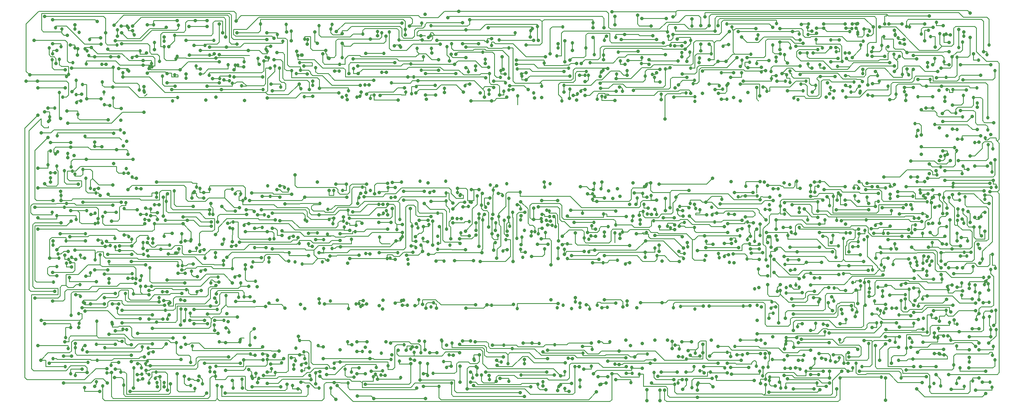
<source format=gbr>
G04 DipTrace 3.0.0.1*
G04 Top.gbr*
%MOMM*%
G04 #@! TF.FileFunction,Copper,L1,Top*
G04 #@! TF.Part,Single*
%AMOUTLINE0*5,1,6,0,0,0.7,-1E-5.0*%
G04 #@! TA.AperFunction,Conductor*
%ADD13C,0.2*%
G04 #@! TA.AperFunction,ViaPad*
%ADD14C,0.7*%
%ADD20OUTLINE0*%
%FSLAX35Y35*%
G04*
G71*
G90*
G75*
G01*
G04 Top*
%LPD*%
X5915440Y8340370D2*
D13*
X5242350D1*
X5202350Y8380370D1*
Y8828120D1*
X5162350Y8868120D1*
X1382080D1*
Y8533530D1*
X1422080Y8493530D1*
X1793030D1*
Y8465700D1*
X1833040Y8425690D1*
X1898680D1*
X4433360Y3816030D2*
X4328600D1*
X4294380Y3781810D1*
X4214373D1*
Y3785933D1*
X7793110Y7416470D2*
X7229280D1*
X7035370Y7610380D1*
X6833330D1*
X6793330Y7650380D1*
Y7679150D1*
X6753327Y7719153D1*
X6594793D1*
X1793030Y8493530D2*
Y8553850D1*
X7806630Y7285650D2*
Y7200340D1*
X7784657D1*
X4433360Y4977520D2*
X4092663D1*
X4052653Y5017530D1*
Y5294503D1*
X1978960Y4686660D2*
X1880370Y4588070D1*
X1246680D1*
Y3492180D1*
X1286680Y3452180D1*
X1622187D1*
X4445820Y2906430D2*
X4913953Y2906827D1*
X2175370Y7104610D2*
X2086393D1*
Y7074297D1*
X2457013Y3904297D2*
Y4101800D1*
X2054510D1*
X4214373Y3785933D2*
Y3871250D1*
X4174373Y3911250D1*
X3329470D1*
X3304470Y3936250D1*
X2667900D1*
X2627900Y3976250D1*
Y4068640D1*
X2507017D1*
X2467013Y4028637D1*
Y3904297D1*
X2457013D1*
X6128243Y8445353D2*
Y8475670D1*
X5915440D1*
X6594793Y7719153D2*
Y7791020D1*
X6369900D1*
X6329900Y7831020D1*
Y8328780D1*
X6289900Y8368780D1*
X6128243D1*
Y8445353D1*
X4887320Y3389180D2*
X4862320Y3364180D1*
X4776240D1*
X4736240Y3324180D1*
Y3197860D1*
X4696240Y3157860D1*
X4073730D1*
X4033730Y3117860D1*
Y2976340D1*
X3942667D1*
Y3021260D1*
X9906230Y4482990D2*
X10047680Y4624440D1*
Y4924740D1*
X10148027Y5025087D1*
Y5193237D1*
X6084880Y4709230D2*
X5763450D1*
X5743090Y4729590D1*
X5111250D1*
X4941130Y4559470D1*
Y4475500D1*
X4877560Y4411930D1*
X6115310Y5318140D2*
X6180310D1*
X6228490Y5269960D1*
X6344950D1*
Y5330277D1*
X7304470Y1096850D2*
X7204463Y1196857D1*
Y1323827D1*
X10107360Y2255880D2*
X10333290D1*
X10373290Y2215880D1*
Y2155587D1*
X10413293Y2115583D1*
X10853013D1*
X5954860Y3031310D2*
X5979860Y3006310D1*
X6206070D1*
X6279870Y2932510D1*
X4877557Y3958283D2*
X4877560Y4043600D1*
X15470020Y4527980D2*
X15381037D1*
Y4497663D1*
X9348043Y4111677D2*
X9906230Y4109780D1*
X5420930Y1321670D2*
X5416423Y1326177D1*
Y1499273D1*
X4314230Y4698650D2*
X4441580D1*
X4561510Y4578720D1*
X4796130D1*
X3869283Y4699837D2*
Y4695717D1*
X4119547D1*
X4122480Y4698650D1*
X4314230D1*
X10853013Y2115583D2*
Y2111463D1*
X11300790D1*
X11430843Y1981410D1*
X12101850D1*
X12153650Y1929610D1*
X13134370D1*
X1533530Y1820070D2*
X1553540Y1840080D1*
X2312190D1*
X12626220Y7360110D2*
X12792400D1*
X12878470Y7446180D1*
X13077770D1*
X13146330Y7377620D1*
X13893050D1*
X13933050Y7417620D1*
Y7749030D1*
X17574680Y7956450D2*
X17619920Y7911210D1*
X18214650D1*
X18239650Y7936210D1*
X18406810D1*
Y8062210D1*
X18446810Y8102210D1*
X18661600D1*
X18701600Y8062210D1*
Y7992310D1*
X18741600Y7952310D1*
X18983190D1*
X19080030Y6923820D2*
X19105030Y6898820D1*
X19353390D1*
X19393390Y6858820D1*
Y6819900D1*
X19433397Y6779893D1*
X19911460D1*
X15060320Y7141960D2*
X15165307Y7142350D1*
X16637780Y8066650D2*
X16702780D1*
X16707460Y8071330D1*
X16785957D1*
X18446810Y8102210D2*
X18405210D1*
X18365210Y8142210D1*
Y8195377D1*
X18412707D1*
X14461430Y8609990D2*
X14461440Y8753960D1*
X15461100Y8393150D2*
X15574220Y8280030D1*
X15801430D1*
X15914080Y8392680D1*
X16485990D1*
X16546760Y8331910D1*
X16637780D1*
Y7803560D2*
X16100990D1*
X16060987Y7763557D1*
Y7698977D1*
X14265460Y8211970D2*
X14121700D1*
X13933050Y7749030D2*
Y7744910D1*
X13987030D1*
X14013540Y7771420D1*
X14022030D1*
X19145120Y5481900D2*
X19133923Y5470703D1*
X18995167D1*
Y5474823D1*
X16785957Y8071330D2*
Y7996450D1*
X16825957Y7956450D1*
X17399190D1*
X14276940Y4896570D2*
X14179183D1*
Y4911473D1*
X8931780Y1321670D2*
X8899510Y1289400D1*
X7583930D1*
X7543923Y1329407D1*
Y1419053D1*
X3019433Y7673087D2*
X3019440Y7587770D1*
X11108780Y4054520D2*
X11021443D1*
Y4116583D1*
X10176970Y5317180D2*
X10031970D1*
X14454520Y2248770D2*
X14259520D1*
X6659800Y7804470D2*
X6829810D1*
Y7874423D1*
X6574347D1*
X7265250Y1722140D2*
X7177080D1*
Y1754080D1*
X7137080Y1794080D1*
X6844960D1*
X6804960Y1834080D1*
Y2240923D1*
X6764960Y2280923D1*
X6578233D1*
X18774080Y1682570D2*
X19693917D1*
X19733917Y1722570D1*
Y1789817D1*
X14349520Y1647290D2*
X14465090D1*
X14505093Y1687293D1*
Y1750997D1*
X11020283Y4926170D2*
Y4976490D1*
X10985283Y5011490D1*
X10953880D1*
X11008950Y1231680D2*
X9731590D1*
X9691590Y1271680D1*
Y1485260D1*
X8996780D1*
X7265250Y1434200D2*
X7106600D1*
X7066600Y1394200D1*
Y1111670D1*
X7026600Y1071670D1*
X4957790D1*
X4917790Y1111670D1*
X4877790Y1071670D1*
X2654480D1*
X2614477Y1111673D1*
Y1367677D1*
X16012190Y1239900D2*
X16985100D1*
X17035440Y1290240D1*
X13823330Y1281670D2*
Y1071670D1*
X14169520Y1647290D2*
X13848330D1*
X6450400Y4376190D2*
X6361417D1*
Y4345877D1*
X17070440Y1925950D2*
X17159983D1*
Y1895633D1*
X14179183Y4911473D2*
Y4822917D1*
X14219190Y4782910D1*
X14284640D1*
X14032947Y4545620D2*
Y4503640D1*
X13809690D1*
Y4576717D1*
X14121930Y4515300D2*
X14032947D1*
Y4545620D1*
X4917790Y1111670D2*
Y1373000D1*
X7543923Y1419053D2*
X7401257D1*
X7386110Y1434200D1*
X7265250D1*
X3019440Y7587770D2*
X3551160D1*
X3869150Y7269780D1*
X5890440D1*
X5930440Y7309780D1*
Y7553917D1*
X6074003Y7697480D1*
Y7810543D1*
X6578233Y2280923D2*
X6550740D1*
Y2366240D1*
X10031970Y5317180D2*
X10041970Y5307180D1*
X10076970D1*
Y5097883D1*
X10029267D1*
Y5067660D1*
X6564520Y7446810D2*
X6349410Y7231700D1*
X5928520D1*
X5890440Y7269780D1*
X6600363Y7351493D2*
X6574520D1*
Y7436810D1*
X6564520Y7446810D1*
X19733917Y1789817D2*
Y1969140D1*
X19773917Y2009140D1*
X20431450D1*
X20461760Y2039450D1*
X20511143D1*
Y1979130D1*
X2828680Y6452230D2*
X2821347Y6459563D1*
X1697513D1*
Y6399253D1*
X2759160Y7013000D2*
X2750750Y7021410D1*
X2643427D1*
Y7025533D1*
X17192080Y2578960D2*
X17169243Y2601797D1*
X17103103D1*
Y2605920D1*
X9095630Y2088150D2*
X9089323Y2094457D1*
Y2264060D1*
X8996780Y1485260D2*
Y1829990D1*
X7239350Y4629083D2*
Y4689400D1*
X7259170D1*
Y4744790D1*
X2647680Y3013200D2*
X2363960D1*
X16849610Y5186450D2*
X16978770D1*
X17030460Y5238140D1*
X17310117D1*
Y5180760D1*
X2647680Y3615440D2*
X3204263D1*
Y3626223D1*
X3439690Y7395290D2*
X3439687Y7309973D1*
X3439690Y6875770D2*
X3009720D1*
X2789160Y6655210D1*
X1905960D1*
X18088530Y2540010D2*
X18178073D1*
Y2635987D1*
X16471640Y3112340D2*
X16710800D1*
X16750800Y3152340D1*
Y3229470D1*
X16790800Y3269470D1*
X16929770D1*
X4201010Y3222860D2*
X3980840D1*
X3957250Y3199270D1*
X3657510D1*
X3551880Y3093640D1*
X3172510D1*
X3132510Y3133640D1*
Y3290530D1*
X2973680D1*
X2933680Y3250530D1*
Y3184370D1*
X2893680Y3144370D1*
X2647680D1*
X11515933Y4457360D2*
Y4323540D1*
X11599310D1*
X11639310Y4283540D1*
Y3809620D1*
X11628090Y3798400D1*
X4201010Y3698380D2*
X4266010D1*
X4300680Y3733050D1*
X4481310D1*
X4515410Y3767150D1*
X4794040D1*
X4837150Y3724040D1*
X5220300D1*
X20238190Y1526250D2*
X20109630D1*
Y1465933D1*
X1917010Y4076800D2*
X1831610D1*
X1776080Y4021270D1*
X1712097D1*
X1692590Y8116130D2*
X1606107D1*
Y8055813D1*
X20238190Y2093610D2*
X20527487D1*
Y2163277D1*
X5959210Y3950070D2*
Y3864757D1*
X1905953Y6046967D2*
X1905960Y5961650D1*
X11437410Y4323540D2*
X11515933D1*
X7170193Y4714477D2*
X6803240D1*
X6729990Y4787727D1*
Y4869800D1*
X6689990Y4909800D1*
X5801110D1*
X7259170Y4744790D2*
X7170193D1*
Y4714477D1*
X2363960Y3013200D2*
X2352530Y3001770D1*
X2259070D1*
Y3032080D1*
X2249703D1*
X17310117Y5180760D2*
Y4980720D1*
X17300700Y4971303D1*
Y4846010D1*
X18184070D1*
X18224070Y4886010D1*
Y5015400D1*
X18778040D1*
X19716867Y5375220D2*
X18778040Y5376490D1*
X20481927Y5356690D2*
Y5371100D1*
X19716867D1*
Y5375220D1*
X18178073Y2635987D2*
X18026270D1*
X17986270Y2595987D1*
Y2538630D1*
X17946270Y2498630D1*
X17202590D1*
X17187260Y2513960D1*
X17096530D1*
X16998550Y2415980D1*
X15781410D1*
X4184230Y4261480D2*
X4202597Y4279847D1*
Y4428337D1*
X12460453Y2098767D2*
Y2159080D1*
X12262350D1*
X5220300Y3724040D2*
Y3910070D1*
X5260300Y3950070D1*
X5801110D1*
X19246380Y1347357D2*
Y1577570D1*
X19206380Y1617570D1*
X18709080D1*
Y1671490D1*
X18669080Y1711490D1*
X18193600D1*
X18153600Y1751490D1*
Y2178790D1*
X20109630Y1465933D2*
X20062140D1*
Y1250250D1*
X20022140Y1210250D1*
X19286380D1*
X19246380Y1250250D1*
Y1347357D1*
X11031807Y1585140D2*
Y1581020D1*
X11696060D1*
X4264410Y3081330D2*
X4252323Y3093417D1*
X4175430D1*
Y3097540D1*
X16929770Y3543530D2*
X17037343Y3543920D1*
X3225920Y1321670D2*
X3242053Y1337803D1*
Y1730140D1*
X2737670Y2403150D2*
X3045250D1*
X3160080Y2288320D1*
X3930440D1*
X3984670Y2234090D1*
X4095253D1*
X3692850Y5473890D2*
X4398530D1*
X4423620Y5448800D1*
X4503840D1*
X4514340Y5438300D1*
X4503840Y5427800D1*
Y5367310D1*
X3692857Y5165940D2*
X3692850Y5251260D1*
X1674140Y7860510D2*
Y7954120D1*
X1634140Y7994120D1*
X1572690D1*
X1532690Y8034120D1*
Y8173880D1*
X2723680Y6720210D2*
X2153693D1*
X2113693Y6760210D1*
Y6829670D1*
X2737670Y3521760D2*
Y3436443D1*
X4095253Y2234090D2*
Y2025430D1*
X4135253Y1985430D1*
X4344953D1*
X4384960Y1945423D1*
Y1839250D1*
X3692850Y5251260D2*
X3603310D1*
Y5186260D1*
X2758690D1*
X2723680Y5221270D1*
X2113693Y6829670D2*
Y6899360D1*
X1895760D1*
X17625380Y1946930D2*
X17826280D1*
X17866280Y1986930D1*
Y2145950D1*
X17826280Y2185950D1*
X17408740D1*
X17293550Y2301140D1*
X16669480D1*
X16450040Y1718900D2*
X16337033D1*
Y1723020D1*
X16330510Y2106140D2*
Y2208427D1*
X16355513D1*
X15440690Y2285980D2*
X15764420D1*
X19261350Y4457750D2*
X19328570Y4390530D1*
X19376350D1*
X19416350Y4430530D1*
Y4536880D1*
X19456357Y4576887D1*
X19591240D1*
X19375240Y1592440D2*
X19473113Y1494567D1*
Y1364620D1*
X19065530Y1751930D2*
X19375240D1*
X20065930Y5993970D2*
X20155930D1*
X20308440Y6146480D1*
Y6239970D1*
X20348440Y6279970D1*
X20481940D1*
X20521947Y6239963D1*
Y6141240D1*
X20153110Y4761130D2*
Y4752330D1*
X20188110Y4717330D1*
X20243170D1*
Y4747643D1*
X15764420Y2285980D2*
X15853970D1*
Y2289987D1*
X19294120Y3875360D2*
X19290073D1*
X19255073Y3840360D1*
Y3790050D1*
X19246620D1*
X15841600Y1412290D2*
Y1497567D1*
X15950213D1*
X17288950Y4067510D2*
X16584280D1*
X20292410Y4387630D2*
X20258523Y4421517D1*
Y4567883D1*
X19481350Y3743700D2*
X19399120Y3825930D1*
Y4055440D1*
X19359120Y4095440D1*
X18953030D1*
X18888030Y4160440D1*
X20167510Y3262847D2*
Y3395890D1*
X17353270Y1846330D2*
X17390780D1*
X17425777Y1881327D1*
Y1929107D1*
X18409970Y4438830D2*
X18877800D1*
X18888030Y4449060D1*
X20075270Y4052450D2*
X19942713D1*
Y4057353D1*
X16762363Y1663890D2*
Y1657560D1*
X17109310D1*
X15950213Y1497567D2*
Y1593760D1*
X15993073Y1636620D1*
X16511850D1*
X16581050Y1567420D1*
X16762363D1*
Y1663890D1*
X16584280Y4067510D2*
X16342620D1*
X16254200Y4155930D1*
X16163547D1*
Y4125613D1*
X18031380Y3166620D2*
X18031377Y3251937D1*
X19495140Y3518387D2*
Y3440800D1*
X19218620D1*
X19193620Y3465800D1*
X18843710D1*
X18818710Y3490800D1*
X18185290D1*
X18145290Y3450800D1*
Y3206620D1*
X18105290Y3166620D1*
X18031380D1*
X19481350Y3603700D2*
X19495140Y3589910D1*
Y3518387D1*
X18888030Y4449060D2*
Y4610100D1*
X18964977D1*
X19481350Y4046280D2*
X19475277Y4040207D1*
Y3875903D1*
X19942713Y4057353D2*
X19557423D1*
X19546350Y4046280D1*
X19481350D1*
X14712560Y1622300D2*
Y1633600D1*
X14677560Y1668600D1*
X14623583D1*
Y1672723D1*
X3491570Y8068610D2*
X3466570Y8043610D1*
X3362033D1*
Y8109850D1*
X12485480Y1613620D2*
X12553100Y1681240D1*
X13250407D1*
Y1734470D1*
X11904560Y1650147D2*
Y1571140D1*
X11821890D1*
X2579580Y8245740D2*
X2249820D1*
X1881400Y8614160D1*
X1665457D1*
Y8579913D1*
X9030403Y8671120D2*
Y8609160D1*
X8779910D1*
X6765240Y7334750D2*
Y7480560D1*
X6725240Y7520560D1*
X6271980D1*
X6231980Y7560560D1*
Y7895860D1*
X6191980Y7935860D1*
X6055440D1*
X13147240Y4779050D2*
X12755110D1*
Y4826217D1*
X12691133D1*
X8343470Y5446040D2*
X8122280D1*
X8082280Y5406040D1*
Y5237300D1*
X3362033Y8109850D2*
X2744580D1*
X2709570Y8144860D1*
X13250407Y1734470D2*
Y1715590D1*
X13469390D1*
X11821890Y1571140D2*
X11682010Y1711020D1*
X10356210D1*
X10253290Y1813940D1*
Y2057780D1*
X10213290Y2097780D1*
X9473260D1*
X9433260Y2137780D1*
Y2266300D1*
X3892810Y5082880D2*
Y4890150D1*
X3932810Y4850150D1*
X4564520D1*
X4680950Y4733720D1*
X4861130D1*
Y4516930D1*
X4821130Y4476930D1*
X4602150D1*
X4562147Y4436927D1*
Y4212573D1*
X3917010Y5233200D2*
X3892810Y5209000D1*
Y5082880D1*
X8779910Y8609160D2*
X8844910Y8674160D1*
Y8746380D1*
X8804910Y8786380D1*
X5750350D1*
X5508540Y8544570D1*
X5246980D1*
Y8445370D1*
X5286980Y8405370D1*
X6012650D1*
X6055440Y8362580D1*
X12691133Y4826217D2*
Y4759050D1*
X11986960D1*
X11961960Y4784050D1*
X17445443Y1527873D2*
Y1086673D1*
X17405440Y1046670D1*
X13953330D1*
X13913330Y1086670D1*
Y1281670D1*
X18274957Y1545043D2*
X17445443D1*
Y1527873D1*
X2592637Y7843857D2*
Y7839740D1*
X2681620D1*
X18823030Y4512700D2*
X18320987D1*
Y4434140D1*
X13808420Y4070650D2*
Y4202570D1*
X11040600Y7605297D2*
Y7526610D1*
X11129580D1*
X16359410Y2273760D2*
X16470500D1*
X16510510Y2233750D1*
Y2145950D1*
X15246460Y1959280D2*
Y2042060D1*
X15173950D1*
X14434850Y1978710D2*
X14462390Y1951170D1*
X14608250D1*
X14623880Y1966800D1*
X17819330Y5081020D2*
X17780083D1*
X17745083Y5116020D1*
Y5190493D1*
X17851630Y4003530D2*
X17556390D1*
Y4174950D1*
X17580370Y4198930D1*
Y4269430D1*
X17620370Y4309430D1*
X17714330D1*
X17754330Y4349430D1*
Y4505480D1*
X17804340D1*
X17819330Y4520470D1*
X12011300Y7924910D2*
X12060560Y7974170D1*
X12289957D1*
X12329957Y8014170D1*
Y8168473D1*
X19818690Y4793620D2*
Y4930510D1*
X17851630Y3477790D2*
X17760240D1*
Y3443357D1*
X17696263D1*
Y3447477D1*
X17754330Y4505480D2*
X17720980D1*
X17707690Y4518770D1*
X16620700D1*
Y4559223D1*
X15604850Y1733490D2*
X15246460D1*
X15896600D2*
Y1565883D1*
X15889097D1*
X19920460Y7530560D2*
X20518957D1*
X20558963Y7570567D1*
Y7709893D1*
X14265297Y8077307D2*
X14265300Y7991990D1*
X18320987Y4434140D2*
Y4437950D1*
X18125860D1*
X11129580Y7526610D2*
X11208920Y7605950D1*
X12011300D1*
X16510510Y2145950D2*
X17759130D1*
X17801280Y2103800D1*
X15173950Y2042060D2*
X14893060D1*
X14817800Y1966800D1*
X12329957Y8168473D2*
Y8429800D1*
X12369957Y8469800D1*
X12811880D1*
Y8312160D1*
X12851880Y8272160D1*
X13886250D1*
X19896680Y4728620D2*
X19934307Y4690993D1*
Y4643300D1*
X4707770Y7399780D2*
X5217130D1*
Y7459913D1*
X12464847Y5119187D2*
Y5076660D1*
X12553830D1*
X11094300Y1151680D2*
X9667613D1*
X9627613Y1191680D1*
Y1419253D1*
X17553020Y5016020D2*
X17455517D1*
Y5208800D1*
X6615097Y1671920D2*
X6679080D1*
Y1729080D1*
X6763600D1*
X1447080Y6883780D2*
X1543623D1*
Y6785843D1*
X14628357Y4910157D2*
Y4841840D1*
X14541290D1*
Y4812910D1*
X14757340D1*
X4347730Y8604000D2*
X4707770D1*
X2993670Y8473720D2*
X3110180Y8357210D1*
X3354950D1*
X3561720Y8563980D1*
X3864230D1*
X3889230Y8588980D1*
X17346380Y7594550D2*
X17048210D1*
X12298320Y4071910D2*
X11936520D1*
Y4049040D1*
X11901510Y4014030D1*
X17558070Y7610290D2*
X17623070D1*
X17648070Y7585290D1*
X17924960D1*
X17964960Y7625290D1*
Y7721740D1*
X18004960Y7761740D1*
X18339200D1*
X18524420Y7576520D1*
X18698493D1*
Y7639503D1*
X19357830Y8189190D2*
Y8396310D1*
X19263537D1*
X1867197Y2337443D2*
Y2541707D1*
X1966517D1*
X16446630Y3377330D2*
X16511630Y3312330D1*
X16620793D1*
Y3350000D1*
X5217130Y7459913D2*
Y7455790D1*
X5281100D1*
X5312860Y7487550D1*
X5425540D1*
X5505540Y7407550D1*
X5850440D1*
X5890440Y7447550D1*
Y7762480D1*
X5984460D1*
X1447080Y5438220D2*
X1496980Y5388320D1*
X1677090D1*
X1717090Y5428320D1*
Y5687893D1*
X1686273Y5718710D1*
Y5791423D1*
X11170370Y7331790D2*
X11091040Y7411120D1*
X10802140D1*
X16016020Y7917120D2*
X15769410D1*
Y7856807D1*
X9627613Y1419253D2*
X8897073D1*
X8807220Y1329400D1*
X7832650D1*
Y1419410D1*
Y1459410D1*
X8051867D1*
Y1549770D1*
X11094300Y1894830D2*
Y1809513D1*
X5505540Y7407550D2*
X5501100Y7403110D1*
X5408873D1*
Y7407230D1*
X6541527Y8021890D2*
X6514030D1*
Y8107210D1*
X8747430Y7587460D2*
X7497450D1*
Y7726630D1*
X7457450Y7766630D1*
X7042380D1*
X6874260Y7934750D1*
X6541527D1*
Y8021890D1*
X8872093Y7589130D2*
X8747430Y7587460D1*
X10316330Y7570850D2*
X10302170Y7585010D1*
X8872093D1*
Y7589130D1*
X15498320Y2974193D2*
X14812800Y2973800D1*
X15635690Y2980870D2*
X15624893Y2970073D1*
X15498320D1*
Y2974193D1*
X12553830Y5076660D2*
X13033490D1*
X13041530Y5084700D1*
X13202260D1*
X13242260Y5124700D1*
Y5311357D1*
X13282270Y5351367D1*
X13511527D1*
Y5380410D1*
X7832650Y1419410D2*
X7792650Y1459410D1*
X7620490D1*
X7580700Y1499200D1*
X7039540D1*
X6982080Y1556660D1*
X12483330Y5320680D2*
X12500187Y5337537D1*
Y5448137D1*
X12221960Y5380730D2*
X12349360D1*
X12409410Y5320680D1*
X12483330D1*
X6763600Y1729080D2*
Y2015257D1*
X6724960Y2053897D1*
X6657017D1*
X16536177Y3706130D2*
Y3695340D1*
X16446630D1*
X11231730Y4386090D2*
X11241233Y4395593D1*
Y4471407D1*
X17048210Y7594550D2*
X17018210D1*
X16983210Y7559550D1*
Y7541630D1*
X17022190Y7502650D1*
Y7234070D1*
X16982190Y7194070D1*
X16822790D1*
X16782790Y7234070D1*
Y7400420D1*
X16742783Y7440427D1*
X16656610D1*
X11901510Y4014030D2*
Y4112217D1*
X19131380Y3983300D2*
X19117503Y3969423D1*
Y3836593D1*
X17559400Y7414460D2*
X17578450Y7395410D1*
X17648947D1*
X18698493Y7639503D2*
Y7770390D1*
X18738493Y7810390D1*
X19042910D1*
X19152740Y7700560D1*
X19412820D1*
X1966517Y2541707D2*
Y2617680D1*
X1447080D1*
X2669600Y8473720D2*
Y8271500D1*
X2709203Y8231897D1*
X2903127D1*
X1447080Y8803120D2*
X2631260D1*
X2669600Y8764780D1*
Y8473720D1*
X16662790Y8647250D2*
X16666913Y8651373D1*
X16812863D1*
X20402567Y8036960D2*
Y8097280D1*
X20333370D1*
X15119520Y4569770D2*
X14855440D1*
X14808890Y4616320D1*
X14477720D1*
X14376130Y4717910D1*
X14234997D1*
X14204300Y4687213D1*
X13697333D1*
Y4691333D1*
X18010500Y3689350D2*
X16947580D1*
X16942040Y3694890D1*
X16704110D1*
X16605700Y3596480D1*
X16434670D1*
X16116340Y3914810D1*
X5124280Y4642360D2*
X5189280D1*
Y4669273D1*
X5235410D1*
X7616303Y4317277D2*
Y4227290D1*
X7246890D1*
X7214270Y4194670D1*
X6952460D1*
X6860170Y4102380D1*
X6699800D1*
X6682110Y4120070D1*
X6019870D1*
X12209830Y3034460D2*
X12211463Y2949143D1*
X14868050Y1514910D2*
X14503780D1*
X14463773Y1474903D1*
Y1329127D1*
X16053280Y4162040D2*
Y4368577D1*
X16028277D1*
X10140800Y1581790D2*
Y1732107D1*
X10148293D1*
X10203960Y3872290D2*
X10712220D1*
X10813920Y3973990D1*
Y4307627D1*
X10722027D1*
X4759883Y4827207D2*
X4759880Y4912520D1*
X1769260Y6750940D2*
X1742010Y6778190D1*
Y7270167D1*
X19598670Y4945510D2*
Y5019903D1*
X19529583Y5088990D1*
Y5155120D1*
X6860170Y4102380D2*
Y4005300D1*
X6940170Y3925300D1*
X6832780Y3817910D1*
X6628120D1*
X1777440Y4653070D2*
X1246680D1*
X1206680Y4613070D1*
Y3371920D1*
X1246680Y3331920D1*
X1713430D1*
Y3201920D1*
X1181670D1*
Y1709190D1*
X1221670Y1669190D1*
X1871880D1*
X1969640Y1766950D1*
X2254600D1*
X2294600Y1726950D1*
Y1636950D1*
X4950960Y3454180D2*
X4871060D1*
X4824380Y3500860D1*
X4783737D1*
Y3440540D1*
X15294490Y4022590D2*
X15531103D1*
X15571103Y3982590D1*
Y3918933D1*
X2294600Y2046630D2*
X3370950D1*
X3410953Y2086633D1*
Y2149720D1*
X15119520Y4230470D2*
X15257320D1*
X6940170Y3925300D2*
X7094480D1*
Y3894060D1*
X7140170D1*
X20333370Y8097280D2*
Y8705760D1*
X20293370Y8745760D1*
X18821080D1*
X18781077Y8705757D1*
Y8605810D1*
X11281230Y4715350D2*
X11326230D1*
Y4718207D1*
X11436933D1*
Y4729467D1*
X12933390Y4603823D2*
Y4679050D1*
X12893390Y4719050D1*
X11887580D1*
X11847580Y4759050D1*
Y4996500D1*
X11807580Y5036500D1*
X11249320D1*
X11209320Y4996500D1*
Y4750350D1*
X11244320Y4715350D1*
X11281230D1*
X13697333Y4691333D2*
X13649840D1*
Y4593630D1*
X13609840Y4553630D1*
X13303317D1*
X13253123Y4603823D1*
X12933390D1*
X5235410Y4669273D2*
X5335950D1*
Y4361930D1*
X5375950Y4321930D1*
X5972460D1*
X1777437Y5198010D2*
Y5275143D1*
X1769260Y5283320D1*
X1777440Y5101580D2*
X1777437Y5198010D1*
X4759880Y4912520D2*
X4022010D1*
X3982010Y4952520D1*
Y5298200D1*
X3797850D1*
X3757850Y5258200D1*
Y5103210D1*
X3384080D1*
X3355490Y5131800D1*
X2013470D1*
X1983250Y5101580D1*
X1777440D1*
X18024050Y3465800D2*
X18035717Y3454133D1*
Y3332147D1*
X11281230Y4715350D2*
X11279270Y4943520D1*
X19529583Y5155120D2*
Y5254580D1*
X19569583Y5294580D1*
X20343110D1*
X2294600Y1636950D2*
X2064857D1*
Y1576640D1*
X15571103Y3918933D2*
X15679560D1*
X15683683Y3914810D1*
X15822420D1*
X15369290Y1992150D2*
X15485277Y1992540D1*
X19311340Y4642700D2*
X19294993D1*
X19276340Y4624047D1*
X19222363D1*
Y4628167D1*
X19598670Y4837700D2*
Y4807700D1*
X19563670Y4772700D1*
X19483680D1*
X19443680Y4732700D1*
Y4642700D1*
X18363600Y2355020D2*
X18554577D1*
Y2240180D1*
X5481410Y5137327D2*
Y5350460D1*
X5441410Y5390460D1*
X4771693D1*
X4763643Y5382410D1*
Y5322097D1*
X18642140Y2355020D2*
X18554577D1*
X18243600Y1881930D2*
Y2088790D1*
X18363600Y2208790D1*
X14120627Y1399060D2*
Y1241683D1*
X14160630Y1201680D1*
X15882800D1*
X15909580Y1174900D1*
X17256090D1*
X17296090Y1214900D1*
Y1470380D1*
X17483270Y1657560D1*
X4863630Y2682690D2*
X5046373Y2683083D1*
X18642140Y2549900D2*
X18925293D1*
Y2625130D1*
X13559690Y1289010D2*
Y1071670D1*
X11465250Y1360510D2*
Y1445827D1*
X4677320Y3702150D2*
X4588343D1*
Y3671837D1*
X15909580Y1174900D2*
X15947187Y1212507D1*
Y1392533D1*
X13649690Y1419010D2*
X13669640Y1399060D1*
X14120627D1*
X8140850Y1497310D2*
X8604467D1*
Y1532543D1*
X8099573Y1597737D2*
Y1568697D1*
X8140850D1*
Y1497310D1*
X4645690Y5261780D2*
X4564157D1*
Y5340943D1*
X4763643Y5322097D2*
Y5261780D1*
X4645690D1*
X4863630Y3132200D2*
X4896907Y3098923D1*
Y3046890D1*
X6159870Y2067570D2*
X6006260D1*
X5996260Y2077570D1*
X4416953D1*
Y2170880D1*
X8015430Y1660360D2*
X8242363D1*
Y1666310D1*
X16235120Y8563150D2*
X16662780D1*
X16702780Y8523150D1*
Y8425280D1*
X16742780Y8385280D1*
X16847480D1*
X16862130Y8399930D1*
X17484220D1*
X17578800Y8305350D1*
X17914890D1*
X10670120Y1946020D2*
X10333290D1*
X10293290Y1986020D1*
Y2097780D1*
X10253290Y2137780D1*
X9640883D1*
Y2225787D1*
X16155130Y7610020D2*
X16061437D1*
Y7549703D1*
X9104310Y1111670D2*
X8067650D1*
X19210120Y5546490D2*
X19436380D1*
X19462580Y5572690D1*
X20524980D1*
X20564980Y5612690D1*
Y5919290D1*
X19712260Y2988020D2*
X19166100D1*
X19086110Y2908030D1*
X18851180D1*
X18800890Y2857740D1*
X18712130D1*
X18672130Y2897740D1*
Y3082120D1*
X19095750Y1435280D2*
X18603980D1*
X18433900Y1605360D1*
X17979210D1*
X17964140Y1590290D1*
X17809530D1*
X17769523Y1630297D1*
Y1821933D1*
X13116530Y7842850D2*
X13029197D1*
Y7906277D1*
X20307870Y1443510D2*
X20457810Y1443907D1*
X18868040Y5571890D2*
X19001540D1*
X16155130Y7983920D2*
Y7898607D1*
X10951480Y2924077D2*
Y3020480D1*
X11773240D1*
X16061437Y7549703D2*
Y7506170D1*
X15500600D1*
X8067650Y1111670D2*
X8017470Y1161850D1*
X7730590D1*
X16235120Y8287680D2*
Y8138920D1*
X16442783Y8170180D2*
Y8247677D1*
X16402780Y8287680D1*
X16235120D1*
X19670953Y2286220D2*
Y2336540D1*
X19635953Y2371540D1*
X19615270D1*
X20238190Y2224950D2*
Y2247097D1*
X20203190Y2282097D1*
X19670953D1*
Y2286220D1*
X20438990Y3049237D2*
X20330927D1*
X20320140Y3038450D1*
X18868040Y5015400D2*
X18890237Y4993203D1*
Y4930087D1*
X8554420Y2082790D2*
X8529400Y2057770D1*
Y2005290D1*
X8569400Y1965290D1*
X8878020D1*
X9432350D1*
X9514170Y2047110D1*
X9774630D1*
X9788960Y2032780D1*
X14687800Y2206060D2*
Y2036060D1*
X19742120Y2695600D2*
Y2610280D1*
X19801887D1*
X13821250Y7482620D2*
X13712067D1*
Y7577223D1*
X18918190Y7740560D2*
X18892170Y7714540D1*
Y7564137D1*
X18852170Y7524137D1*
X18232953D1*
Y7505090D1*
X16637780Y7634550D2*
X16662780Y7659550D1*
X17394250D1*
X17508510Y7545290D1*
X17772470D1*
X17785000Y7532760D1*
X17856400D1*
X17896890Y7492270D1*
X10072310Y3887740D2*
X9688200D1*
X8878020Y1965290D2*
X8878017Y2044330D1*
X19015030Y7534620D2*
X19254733D1*
X19015030Y6508100D2*
X18982937Y6476007D1*
Y6396427D1*
X10761413Y1813997D2*
Y1990277D1*
X10721410Y2030280D1*
X10373290D1*
X10333290Y2070280D1*
Y2137780D1*
X10293290Y2177780D1*
X9813960D1*
X9788960Y2202780D1*
X16627980Y4863630D2*
Y4948950D1*
X2070170Y3199320D2*
X2159720D1*
Y3169003D1*
X3511643Y1860117D2*
Y1899570D1*
X4186020D1*
X3184930Y1851630D2*
X3209180Y1875880D1*
X3511643D1*
Y1860117D1*
X13000520Y2065450D2*
X12645480D1*
X12589640Y2009610D1*
X12370740D1*
X12293600Y2086750D1*
X11560820D1*
X14357143Y1905920D2*
Y1881960D1*
X13915670D1*
X13732180Y2065450D1*
X13000520D1*
X14687800Y2036060D2*
Y1901800D1*
X14357143D1*
Y1905920D1*
X16360410Y3237267D2*
Y3233147D1*
X16671617D1*
X16685800Y3247330D1*
X2058607Y2135173D2*
Y2021630D1*
X2098607Y1981630D1*
X3184930D1*
X2064070Y2220490D2*
X2058607Y2215027D1*
Y2135173D1*
X9044010Y4074790D2*
X8963160Y3993940D1*
X8728120D1*
X9009503Y4197240D2*
X9034010D1*
Y4084790D1*
X9044010Y4074790D1*
X18232953Y7505090D2*
Y7452270D1*
X18094960D1*
X14697800Y2973800D2*
X14239720D1*
Y2961333D1*
X14699970Y1752300D2*
X14702633Y1749637D1*
X15127863D1*
Y1728050D1*
X10184143Y4744193D2*
Y4827137D1*
X10181770Y4829510D1*
X10184150Y4174770D2*
X10184143Y4744193D1*
X10761413Y1990277D2*
X10801417Y2030280D1*
X11199300D1*
X11313170Y1916410D1*
X11560820D1*
X19254733Y7534620D2*
Y7465560D1*
X20378740D1*
X20418740Y7425560D1*
Y6765490D1*
X2070990Y3909860D2*
X2048017Y3932833D1*
X1982007D1*
Y3956793D1*
X4853200Y8055380D2*
X4819763Y8021943D1*
X4764220D1*
Y8026063D1*
X5826400Y2152580D2*
X5791390Y2117570D1*
X4661200D1*
X4547570Y2231200D1*
X4377420D1*
X4352420Y2206200D1*
X4276020D1*
X10783890Y4755980D2*
X10772000D1*
Y4661240D1*
X10739140Y4628380D1*
Y4493850D1*
X10750050Y4482940D1*
X10783890Y5141490D2*
Y4755980D1*
X9386760Y4572990D2*
X9411770Y4547980D1*
Y4232273D1*
X9361700D1*
Y4236393D1*
X3746193Y3138953D2*
X3746190Y3053640D1*
X5826400Y2003200D2*
X5932273D1*
Y1972880D1*
X19021110Y2699220D2*
X18299590D1*
X18228220Y2770590D1*
Y2781747D1*
X18257063Y2810590D1*
Y2877520D1*
X19590270Y3109160D2*
X19509130Y3028020D1*
X19021110D1*
Y2973030D1*
X18088530Y2810590D2*
X18188220D1*
X18228220Y2770590D1*
X14881750Y5545577D2*
X14763753Y5427580D1*
X13808870D1*
X20570080Y3735067D2*
Y3795380D1*
X20507950D1*
Y3835383D1*
X20507960Y3835390D1*
Y4009720D1*
X17329930Y3338327D2*
X17393913D1*
X17442270Y3289970D1*
X17552010D1*
X10608110Y1513620D2*
X10782947D1*
Y1453303D1*
X19800270Y3349320D2*
X19895577D1*
Y3439287D1*
X15779627Y5186680D2*
X15544630D1*
X15541110Y5190200D1*
X17700230Y4168120D2*
X17812467D1*
Y4172243D1*
X11612290Y8054900D2*
Y8555120D1*
X11652297Y8595127D1*
X11868887D1*
X2549470Y1256670D2*
X2248453D1*
Y1332760D1*
X3670707Y1516123D2*
Y1546440D1*
X3759690D1*
X14874643Y4811833D2*
Y4842150D1*
X14963620D1*
X19798480Y4283570D2*
Y4440817D1*
X4764220Y8026063D2*
X4359740Y8025660D1*
X11492390Y5473460D2*
X11498020Y5467830D1*
Y5368453D1*
X10783890Y4755980D2*
Y4663910D1*
X10802990Y4644810D1*
Y4584497D1*
X3746190Y3053640D2*
X3108530D1*
X3068527Y3093643D1*
Y3230217D1*
X20507960Y4009720D2*
X20460460D1*
Y3810040D1*
X20420460Y3770040D1*
X20214310D1*
X20152050Y3832300D1*
X19996370D1*
X19905270Y3741200D1*
X15541110Y5190200D2*
X15456350D1*
Y5168147D1*
X15392370D1*
Y5172270D1*
X3759690Y1546440D2*
Y1481020D1*
X3777680Y1463030D1*
Y1296670D1*
X3737680Y1256670D1*
X3160920D1*
X14963620Y4842150D2*
X15097660D1*
X15141400Y4885890D1*
X15696110D1*
X15736110Y4845890D1*
Y4803410D1*
X15696110Y4763410D1*
X15541110D1*
X8137680Y8417780D2*
X8143377Y8423477D1*
Y8503090D1*
X20061730Y8876130D2*
X20011990Y8925870D1*
X14170800D1*
X14146070Y8901140D1*
Y8831130D1*
X14111070Y8796130D1*
X14081070D1*
X3214560Y8609740D2*
X3392940Y8788120D1*
X5048200D1*
X5088200Y8748120D1*
Y8389580D1*
X18325900Y5574670D2*
X18648040D1*
X18790880Y5717510D1*
X19267820D1*
X19307820Y5677510D1*
Y5612313D1*
X19388793D1*
X17120320Y5314580D2*
X17452800D1*
X17498260Y5269120D1*
X17822370D1*
X17853210Y5238280D1*
X18214910D1*
X7869760Y5172300D2*
X8248920D1*
X8305640Y5229020D1*
X8503330D1*
X8625760Y5351450D1*
X9583450D1*
X9623450Y5311450D1*
Y5242170D1*
X9724280Y5141340D1*
X9865680D1*
Y5204900D1*
X9811733D1*
Y5213623D1*
X9817250Y4443300D2*
Y4387990D1*
X9988200D1*
X10011020Y2266420D2*
X9853960D1*
X10011020Y1646790D2*
X10051027Y1606783D1*
Y1527923D1*
X16637780Y5345140D2*
X16577187D1*
Y5485140D1*
X14146070Y8901140D2*
X12852430D1*
X17074770Y3856450D2*
X16764900D1*
X17185320Y5173140D2*
X17236720Y5121740D1*
Y4995827D1*
X16849610Y5276450D2*
Y5406450D1*
X1311670Y5348320D2*
X2146000D1*
X2186000Y5388320D1*
Y5494330D1*
X1944210D1*
X1904210Y5534330D1*
Y5693837D1*
X2004067D1*
X16164780Y8665560D2*
Y8725870D1*
X15098100D1*
X15058100Y8685870D1*
Y8483270D1*
X15018100Y8443270D1*
X14081070D1*
X20061730Y8381380D2*
Y8028300D1*
X20021730Y7988300D1*
X19799350D1*
X7646590Y7954400D2*
X8530000D1*
X8574850Y7909550D1*
X9063887D1*
Y7994833D1*
X1311670Y4747550D2*
X1336670Y4722550D1*
X1691753D1*
Y4789623D1*
X11998820Y7153500D2*
Y7269543D1*
X12011417Y7282140D1*
Y7343047D1*
X19372820Y5697630D2*
X19388793Y5681657D1*
Y5612313D1*
X7426450Y8457780D2*
Y8516400D1*
X7531450D1*
X7618460Y8603410D1*
X8588450D1*
X8628450Y8563410D1*
Y8407260D1*
X8668450Y8367260D1*
X8844910D1*
X8884910Y8407260D1*
Y8527980D1*
X8924910Y8567980D1*
X9054380D1*
X9094380Y8607980D1*
Y8635900D1*
X9134380Y8675900D1*
X9850640D1*
X7204563Y8554723D2*
Y8472780D1*
X7244563Y8432780D1*
X7401450D1*
X7426450Y8457780D1*
X7224110Y8643360D2*
X7216610D1*
Y8554723D1*
X7204563D1*
X3212760Y8519740D2*
X3125573D1*
Y8576533D1*
X3250970Y8436560D2*
X3223300D1*
Y8509200D1*
X3212760Y8519740D1*
X5253200Y7732840D2*
X5277700Y7757340D1*
Y7822683D1*
X16577187Y5485140D2*
X16542640D1*
Y5395140D1*
X16502640Y5355140D1*
X16318970D1*
X16289850Y5384260D1*
X16260720D1*
X16245570Y5399410D1*
X15987630D1*
X16764900Y3856450D2*
X16716437Y3807987D1*
X16334267D1*
X3034077Y5646783D2*
X3120653D1*
X3124430Y5650560D1*
X2004067Y5693837D2*
Y5689717D1*
X2068050D1*
X2159057Y5780723D1*
X2884047D1*
X2893680Y5771090D1*
Y5686387D1*
X2933283Y5646783D1*
X3034077D1*
X14081070Y8443270D2*
Y8364830D1*
X14041070Y8324830D1*
X13992090D1*
Y8406317D1*
X19580033Y7581407D2*
X19394557D1*
X19383710Y7570560D1*
X19799350Y7988300D2*
Y7621410D1*
X19759347Y7581407D1*
X19580033D1*
X1691753Y4789623D2*
X2081863D1*
Y4719993D1*
X17470280Y2906760D2*
X17480280Y2896760D1*
Y2821443D1*
X17484687D1*
X7988530Y4025930D2*
X7985037Y4029423D1*
X7899553D1*
Y4033547D1*
X11844837Y7103663D2*
Y7165660D1*
X11781620Y7228877D1*
Y7436040D1*
X11821620Y7476040D1*
X12076300D1*
X12116300Y7516040D1*
Y7654080D1*
X12156303Y7694083D1*
X12340970D1*
X19603147Y6027890D2*
Y6093230D1*
X19507750D1*
X19143190Y8654770D2*
X18840077D1*
Y8596697D1*
X19906097Y8286387D2*
Y8128627D1*
X19866090Y8088620D1*
X19799520D1*
X19700510Y7989610D1*
X20357400Y4857350D2*
X20319903D1*
X20284900Y4822347D1*
Y4772030D1*
X19001210Y3605850D2*
X19093350Y3513710D1*
X19327450D1*
X20361087Y5119263D2*
X20361090Y5204580D1*
X20238190Y3103450D2*
Y3215150D1*
X20256490Y3233450D1*
X17671270Y2979950D2*
X17445280D1*
X17405280Y2939950D1*
Y2786300D1*
X17365280Y2746300D1*
X16484920D1*
X16444920Y2706300D1*
Y2605530D1*
X16404920Y2565530D1*
X15976410D1*
X15936410Y2605530D1*
Y3010790D1*
X15896410Y3050790D1*
X14130153D1*
X14090153Y3010790D1*
Y2935637D1*
X19583277Y2887707D2*
Y2809383D1*
X19623280Y2769380D1*
X19720440D1*
X19834080Y2883020D1*
X20173190D1*
X20102920Y6790380D2*
X20002920Y6690380D1*
X19507750D1*
X19700510Y7989610D2*
Y7804200D1*
X19660510Y7764200D1*
X19477820D1*
X19540180Y1992060D2*
X19451197D1*
Y2011360D1*
X18908330Y1909070D2*
X19605180D1*
Y1957060D1*
X19570180Y1992060D1*
X19540180D1*
X18623327Y1878760D2*
Y1874637D1*
X18783897D1*
X18818330Y1909070D1*
X18908330D1*
X19583277Y2809383D2*
X19543273Y2769380D1*
X19440230D1*
Y2664390D1*
X19327450Y2883020D2*
X19332137Y2887707D1*
X19583277D1*
X20311457Y3921033D2*
Y3870040D1*
X20276457Y3835040D1*
X20256490D1*
X20361090Y5204580D2*
X20471770D1*
X20511770Y5164580D1*
Y4270353D1*
X20311457Y4070040D1*
Y3921033D1*
X17692237Y2894637D2*
X17681270D1*
Y2969950D1*
X17671270Y2979950D1*
X20191157Y2698283D2*
Y2770987D1*
X20238190Y2818020D1*
X18024360Y5041020D2*
X17984057Y5081323D1*
Y5166687D1*
X17365700Y4911010D2*
X18024360D1*
X16724770Y4928630D2*
X16836170Y4817230D1*
Y4809750D1*
X16876170Y4769750D1*
X16980330D1*
X16994610Y4755470D1*
X20238190Y2517500D2*
X20108190D1*
X12590460Y2249090D2*
X12655460D1*
X12688567Y2215983D1*
X12811620D1*
Y2250893D1*
X15714370Y1477290D2*
X14957597D1*
Y1548233D1*
X16679910Y2616250D2*
X16590923D1*
Y2555933D1*
X16142190Y1360290D2*
X16060160D1*
X16020153Y1400297D1*
Y1471937D1*
X16549410Y1730410D2*
X16638953D1*
Y1700090D1*
X20238190Y2818020D2*
Y2912210D1*
X20278190Y2952210D1*
X20491930D1*
X20531930Y2992210D1*
Y3564787D1*
X20474057Y3622660D1*
Y3709727D1*
X12650610Y2939750D2*
X12623960Y2949700D1*
X12759743Y2950097D1*
X16399010Y3907190D2*
Y3903210D1*
X16616630D1*
X15249520Y4321140D2*
X15264750D1*
X15284520Y4340910D1*
X15346860D1*
Y4280597D1*
X12062750Y1912060D2*
X12057837Y1916973D1*
X11973767D1*
Y1921097D1*
X18164620Y3940610D2*
Y4046583D1*
X18264120D1*
X18092420Y5379670D2*
X17934370D1*
X17894370Y5419670D1*
Y5456437D1*
X17824617D1*
Y5480397D1*
X19826710Y5903980D2*
X20387190D1*
X20427193Y5943983D1*
Y6219657D1*
X19659590Y5903980D2*
X19589550Y5833940D1*
X19406530D1*
X19342760Y5897710D1*
X18871540D1*
X16361040Y2335217D2*
X16570230Y2335220D1*
X16435413Y7479620D2*
Y7565450D1*
X16368490D1*
Y7627957D1*
X16241590Y8048920D2*
X16131600D1*
X16091600Y8088920D1*
Y8227363D1*
X18743350Y7289497D2*
Y7374810D1*
X18270930Y4632080D2*
X18158823D1*
Y4601857D1*
X18264120Y4046583D2*
Y4042460D1*
X18990110D1*
X18995950Y4048300D1*
X19319120D1*
X19359120Y4008300D1*
Y3708700D1*
X19399120Y3668700D1*
X19573300D1*
X19691647Y3550353D1*
X20328767D1*
X16071240Y3060797D2*
X16140053D1*
X16213210Y2987640D1*
Y2630530D1*
X13863240Y3040950D2*
X13943320D1*
X13993390Y3091020D1*
X16071240D1*
Y3060797D1*
X13434250Y3040950D2*
X13863240D1*
X18536810Y8526540D2*
X18554177Y8509173D1*
Y8441223D1*
X16570230Y2335220D2*
Y2370220D1*
X17137980D1*
X17139570Y2368630D1*
Y2453647D1*
X16278950Y7658270D2*
X16384240Y7763560D1*
X16483410D1*
X16547420Y7699550D1*
X17741630D1*
X17848290Y7806210D1*
X18536810D1*
X16368490Y7627957D2*
Y7658270D1*
X16278950D1*
X18289070Y4950400D2*
X18295270Y4956600D1*
X18706840D1*
X18713040Y4950400D1*
X18743350Y7374810D2*
X18918190D1*
X11776290Y8253860D2*
Y8168550D1*
X13005780Y7381180D2*
X13037047D1*
X13072047Y7346180D1*
Y7295863D1*
X5459003Y4598683D2*
Y4629000D1*
X5547980D1*
X6356750D1*
X6478930Y4506820D1*
X7467637D1*
Y4496830D1*
X7578330D1*
X8930650Y2143740D2*
X8841673D1*
Y2147860D1*
X2602513Y7487013D2*
Y7419797D1*
X2642520Y7379790D1*
X2814580D1*
X2994680Y8252210D2*
X3516570D1*
X3556570Y8212210D1*
Y8083610D1*
X3596570Y8043610D1*
X3715200D1*
X3755200Y8003610D1*
Y7899907D1*
X2932670Y1837360D2*
X2782110D1*
Y1777047D1*
X3875183Y2888393D2*
Y2884270D1*
X4033730D1*
X4073730Y2924270D1*
Y3016330D1*
X4670810D1*
X4776240Y3121760D1*
Y3284180D1*
X4816240Y3324180D1*
X5340350D1*
X5390817Y3374647D1*
Y3441133D1*
X2883750Y4859680D2*
X2658680D1*
X13143990Y1616240D2*
X13263710Y1616637D1*
X3044710Y4403240D2*
X3134253D1*
Y4372920D1*
X7467637Y4506820D2*
Y4567047D1*
X5547980Y3374640D2*
X5390817Y3374647D1*
X2999730Y2884270D2*
X3003853Y2888393D1*
X3875183D1*
X10528110Y1461200D2*
X10493110Y1426200D1*
X10275940D1*
X10235937Y1466203D1*
Y1583197D1*
X13143990Y1751530D2*
X13127070Y1734610D1*
X12675450D1*
X12585820Y1824240D1*
X12037760D1*
X11997760Y1784240D1*
Y1522440D1*
X11957760Y1482440D1*
X11582870D1*
X11549280Y1516030D1*
X10958100D1*
X10895510Y1578620D1*
X10568110D1*
X10528110Y1538620D1*
Y1461200D1*
X8332097Y3928707D2*
Y4006490D1*
X8435590D1*
X8468440Y3973640D1*
X8577820D1*
X8663120Y4058940D1*
X8849010D1*
X7578330Y3928420D2*
X8332097Y3928707D1*
X8841673Y2147860D2*
X8819867Y2168190D1*
X8735930D1*
Y2099150D1*
X8719540Y2082760D1*
X2814580Y7379790D2*
X3135530D1*
X3345857Y7169463D1*
X4120540D1*
X5348203Y3154397D2*
Y3244180D1*
X5001920D1*
X4961920Y3204180D1*
Y3016330D1*
X4921920Y2976330D1*
X4782320D1*
X2997670Y2263310D2*
X2927850D1*
X2905670Y2285490D1*
X2025400D1*
X1985400Y2245490D1*
Y2070400D1*
X1945400Y2030400D1*
X1510220D1*
X1363530Y1883710D1*
X4645680Y5147650D2*
X4541020D1*
X4501020Y5187650D1*
Y5244793D1*
X4458570D1*
Y5271297D1*
X5691530Y1616430D2*
Y1536507D1*
X5626630D1*
Y1512210D1*
X4655930Y4105450D2*
X4566950D1*
Y4075133D1*
X3697757Y2646770D2*
Y2630420D1*
X2997670D1*
X4782320Y2976330D2*
X4113730D1*
Y2682650D1*
X4073727Y2642647D1*
X3697757D1*
Y2646770D1*
X1363530Y1883710D2*
X1468530D1*
Y1753307D1*
X1470287Y1755063D1*
X1856783D1*
X6570990Y1993980D2*
X6678417D1*
Y1915923D1*
X6086037Y1630747D2*
X6303520D1*
X6343520Y1670747D1*
Y1998320D1*
X6566650D1*
X6570990Y1993980D1*
X5844150Y1578490D2*
X5852203Y1570437D1*
X6086037D1*
Y1630747D1*
X12055720Y4218540D2*
X11962867D1*
Y4222660D1*
X11361730Y4218550D2*
X11567410D1*
X12043930Y1417440D2*
X11826767D1*
Y1387123D1*
X12774990Y1548620D2*
X12575480D1*
X13718930Y1888040D2*
X13536430D1*
X13511430Y1863040D1*
X13070160D1*
X13068590Y1864610D1*
X12774990D1*
X9857270Y4969520D2*
X9971277D1*
Y4978903D1*
X12913183Y4247130D2*
X12913187Y4443327D1*
X14118580Y4605300D2*
X14084980Y4638900D1*
X13976887D1*
Y4578583D1*
X14105930Y4752220D2*
X13891310D1*
X11962867Y4222660D2*
X11872940D1*
X11859310Y4209030D1*
X11026400Y4792690D2*
X11023887Y4790177D1*
Y4707377D1*
X11016383D1*
X8531923Y4517567D2*
Y4617767D1*
X8499980Y4649710D1*
Y4978560D1*
X8459980Y5018560D1*
X8342070D1*
X8644080Y4617770D2*
X8531923Y4617767D1*
X5008080Y4977520D2*
X5101010Y4884590D1*
X5281710D1*
X6965170Y3120650D2*
X6972350Y3113470D1*
Y3035337D1*
X5386793Y5235820D2*
Y5296150D1*
X5316710D1*
X5281710Y5261150D1*
Y5231150D1*
X5430127Y5100557D2*
X5359300D1*
Y5193070D1*
X5386793D1*
Y5235820D1*
X6965940Y4811160D2*
X6809990D1*
X6769990Y4851160D1*
Y4909800D1*
X6729990Y4949800D1*
X6123520D1*
X6058730Y5014590D1*
X5430127D1*
Y5100557D1*
X7551563Y4899373D2*
X7376213D1*
X7288000Y4811160D1*
X6965940D1*
X8342070Y5018560D2*
Y4988100D1*
X8307070Y4953100D1*
X8124560D1*
X7973590Y4802130D1*
X7551563D1*
Y4899373D1*
X8919390Y4631610D2*
X8952460Y4598540D1*
Y4546290D1*
X16505230Y2480980D2*
Y2642340D1*
X16545230Y2682340D1*
X17225220D1*
X17368930Y2538630D1*
X17877530D1*
X17917530Y2578630D1*
Y2986327D1*
X17952073D1*
X11751067Y8010210D2*
X11841290D1*
Y8469800D1*
X11881290Y8509800D1*
X13970260D1*
Y8489687D1*
X13719733Y4136807D2*
Y4055560D1*
X13524670D1*
X11769310Y4144030D2*
Y3928400D1*
X19111360Y3716940D2*
Y3685140D1*
X18936210D1*
X11557870Y4610760D2*
X11622870D1*
Y4600653D1*
X11657730D1*
X15997503Y1745623D2*
Y1852737D1*
X16020737Y1875970D1*
Y2016347D1*
X16024840Y2020450D1*
X9110690Y2928550D2*
Y3002913D1*
X9150553Y3042777D1*
X9262903D1*
X14811620Y8250070D2*
X14854120Y8207570D1*
Y8050983D1*
X19863540Y6913000D2*
X20127920D1*
X20167920Y6873000D1*
Y6665390D1*
X20207920Y6625390D1*
X20377070D1*
X20417077Y6585383D1*
Y6519277D1*
X8804360Y4937470D2*
Y4664090D1*
X8830710Y4637740D1*
Y4577427D1*
X17634930Y8066210D2*
X17545947Y8065470D1*
X18341810Y8001210D2*
X18088890D1*
X14811620Y8623960D2*
Y8805870D1*
X14851620Y8845870D1*
X18381810D1*
Y8810760D1*
X18341810D1*
Y8656540D1*
X19553490Y7093630D2*
Y7178950D1*
X17935073Y3443750D2*
Y3530800D1*
X18936210D1*
X17952073Y2986327D2*
X17942577D1*
Y3443750D1*
X17935073D1*
X19242830Y8810760D2*
X18416920D1*
X18381810Y8845870D1*
X13970260Y8489687D2*
Y8601210D1*
X14010270Y8641220D1*
X14310420D1*
X14403370Y8548270D1*
X14735930D1*
X14811620Y8623960D1*
X13524670Y4055560D2*
X12602880D1*
X12538720Y3991400D1*
X12042230D1*
X18936210Y3685140D2*
X18856127Y3765223D1*
Y3835453D1*
X12734990Y1419010D2*
X12731413Y1415433D1*
X12633107D1*
Y1396383D1*
X19578410Y8449260D2*
Y8432920D1*
X19667390D1*
X13624680Y1823040D2*
X14982110D1*
X14987800Y1817350D1*
X13004370Y1799610D2*
X13069370D1*
X13092800Y1823040D1*
X13624680D1*
X12915387Y1800577D2*
Y1796457D1*
X13001217D1*
X13004370Y1799610D1*
X16024840Y2020450D2*
X15959840Y2085450D1*
X15268530D1*
X15198000Y2155980D1*
X14987800D1*
X9262903Y3042777D2*
Y3013737D1*
X9322140D1*
Y2929810D1*
X13524670Y4055560D2*
X13528970Y4051260D1*
Y3953100D1*
X14854120Y8050983D2*
X14567460D1*
X14527460Y8010983D1*
Y7761370D1*
X14442147D1*
X8830710Y4577427D2*
Y4278350D1*
X8914010D1*
X13652910Y4816650D2*
X13644867Y4824693D1*
X13563927D1*
Y4828817D1*
X8223383Y8479267D2*
Y8392783D1*
X8183380Y8352780D1*
X7994580D1*
X14574770Y1282290D2*
X14574760Y1391120D1*
X3913300Y1278170D2*
Y1601353D1*
X3873300Y1641353D1*
X3684960D1*
X7328890Y1369200D2*
X7651420Y1046670D1*
X12813840D1*
X12853840Y1086670D1*
Y1613610D1*
X20372870Y1656250D2*
X19856710D1*
Y1729370D1*
X1756720Y4430690D2*
X2083490D1*
X2086427Y4427753D1*
X2265250D1*
X17164080Y1355240D2*
X16982830D1*
Y1426453D1*
X1512080Y6957930D2*
X1647170Y6958327D1*
X20537870Y2586860D2*
X20579420Y2628410D1*
Y2891890D1*
X7627890Y2191360D2*
X7540563D1*
Y2251673D1*
X14209600Y3871400D2*
X14028280D1*
X13914343Y3985337D1*
X13763850D1*
X13756250Y8337160D2*
X13045780D1*
X12700823Y4380873D2*
X12700820Y4466190D1*
X4069340Y7399780D2*
X3856940D1*
X3816933Y7439787D1*
Y7601550D1*
X1512080Y6368470D2*
X1246670Y6103060D1*
Y5134690D1*
X1286670Y5094690D1*
X1612100D1*
X18989890Y1305280D2*
X19149930Y1145240D1*
X20307870D1*
X20372870Y1210240D1*
X4958200Y8652160D2*
Y8291380D1*
X4918200Y8251380D1*
X4690583D1*
Y8224433D1*
X4672993D1*
X5995440Y7440560D2*
X6195023D1*
Y7380247D1*
X7994580Y8352780D2*
X7345790D1*
X7305787Y8312777D1*
Y8017700D1*
X7265787Y7977700D1*
X7165470D1*
Y7956110D1*
X12700820Y5149210D2*
X12694863Y5155167D1*
X12502460D1*
Y5184210D1*
X3684960Y1641353D2*
X3606350D1*
Y1546370D1*
X3545320Y1485340D1*
X3539120D1*
Y1423070D1*
X14574770Y1136680D2*
X17341920D1*
X17380140Y1174900D1*
Y1305280D1*
X13408127Y1600057D2*
X13494690D1*
Y1354010D1*
X13938330D1*
X13978330Y1314010D1*
Y1176680D1*
X14018330Y1136680D1*
X14574770D1*
X12853840Y1613610D2*
X12963590D1*
X13037460Y1539740D1*
X13408127D1*
Y1600057D1*
X16982830Y1426453D2*
X16351890D1*
Y1331180D1*
X13763850Y3985337D2*
Y3913380D1*
X13723850Y3873380D1*
X13477750D1*
X13361600Y3989530D1*
X12700820D1*
X12746880Y8404800D2*
X12741880D1*
X12706880Y8369800D1*
Y8319483D1*
X4672993Y8224433D2*
X4445570Y8224040D1*
X13756250Y7670700D2*
X13725933Y7640383D1*
X13667273D1*
X17859137Y3380933D2*
Y3297160D1*
X17801270D1*
Y3019950D1*
X17959360Y5314670D2*
X18239910D1*
X18279910Y5274670D1*
Y5120400D1*
X18319910Y5080400D1*
X18929340D1*
X18936737Y5073003D1*
X19195670D1*
X14267330Y7646430D2*
X14527460D1*
X14567460Y7686430D1*
Y7773830D1*
X14607460Y7813830D1*
X14898060D1*
X14986100Y7901870D1*
X17566920Y8567690D2*
X17653203D1*
X17680873Y8557410D1*
X14931680Y7332260D2*
X15086617D1*
Y7343053D1*
X17801270Y3297160D2*
X17765230D1*
X15934847Y1931557D2*
X15934840Y2016870D1*
X17612270Y2036930D2*
X17587270Y2011930D1*
X17560380D1*
Y1882250D1*
X17983600D1*
X18023600Y1922250D1*
Y2221677D1*
X15654683Y8042263D2*
X15331100D1*
X15291100Y8082263D1*
Y8535040D1*
X15317040D1*
X15345150Y8563150D1*
X15756030D1*
X16011410Y2730530D2*
Y2826897D1*
X16096367D1*
X15291100Y8535040D2*
X15280220D1*
Y8595353D1*
X15267117D1*
X15150320Y7901870D2*
X15290713Y8042263D1*
X15654683D1*
X14986100Y7901870D2*
X15150320D1*
X17765230Y3297160D2*
X17693030Y3224960D1*
X17186950D1*
X17146950Y3184960D1*
Y2917340D1*
X17106950Y2877340D1*
X16385410D1*
X16345410Y2837340D1*
Y2730530D1*
X18196793Y7611427D2*
X18044960D1*
X18004960Y7571427D1*
Y7427270D1*
X18153890Y7696740D2*
X18161790D1*
X18196793Y7661737D1*
Y7611427D1*
X16509910Y2982340D2*
X17013740D1*
Y3061223D1*
X10575063Y4778967D2*
Y4839280D1*
X10718880Y4983097D1*
Y5231490D1*
X10756343Y5268953D1*
X11006813D1*
X16509910Y2812340D2*
X17325280D1*
X17365280Y2852340D1*
Y2979950D1*
X17405280Y3019950D1*
X17432770D1*
X17457770Y3044950D1*
X17736270D1*
Y2964900D1*
X17781230Y2919940D1*
Y2850333D1*
X19525270Y2103330D2*
X19065070D1*
X19000530Y2038790D1*
X14130857Y8580903D2*
Y8508270D1*
X14928100D1*
X15240600Y7579500D2*
X15462147D1*
Y7670047D1*
X13931320Y4893020D2*
Y5141670D1*
X15844840Y2016870D2*
X15585460D1*
X19880870Y4348570D2*
X20009800D1*
Y4288250D1*
X19800270Y3746600D2*
X19629160D1*
X19697470Y3391940D2*
X19608487D1*
Y3361627D1*
X13752920Y5106660D2*
X13646820D1*
Y5195267D1*
X11006813Y5268953D2*
Y5180970D1*
X12017240D1*
X12246680Y4951530D1*
X13394580D1*
X13434580Y4991530D1*
Y5056653D1*
X13474587Y5096660D1*
X13742920D1*
X13752920Y5106660D1*
X10538920Y3937290D2*
X10548420Y3946790D1*
Y4113710D1*
X10622200Y4187490D1*
Y4576180D1*
X10586040Y4612340D1*
Y4688427D1*
X10575063Y4699403D1*
Y4778967D1*
X19525270Y2367500D2*
X19507227Y2385543D1*
X19407690D1*
Y2348753D1*
X17781230Y2850333D2*
X17753730D1*
Y2765020D1*
X14928100Y8508270D2*
Y8765870D1*
X14968100Y8805870D1*
X18137190D1*
X18177190Y8765870D1*
Y8279700D1*
X18039910D1*
X17999910Y8239700D1*
Y8028077D1*
X10539760Y1881020D2*
Y1877260D1*
X10574363Y1842657D1*
X10629307D1*
X8392713Y3937680D2*
Y3908640D1*
X8497060D1*
X7725570Y2256360D2*
X7925310D1*
X8497060Y3028330D2*
X8518117Y3049387D1*
X8621043D1*
Y3078427D1*
X7725570Y2059700D2*
X7839283Y2058427D1*
X19505720Y6853790D2*
X19570720Y6918790D1*
X19618490D1*
X19681820Y6855460D1*
X19777913D1*
X12917430Y8635280D2*
Y8805280D1*
X17389210Y5108140D2*
Y5218573D1*
X17411550D1*
Y5247617D1*
X9300910Y7419630D2*
X8918730D1*
Y7391693D1*
X10432700Y8359200D2*
X10348390D1*
Y8298887D1*
X18445860Y2282010D2*
X18128600D1*
X18088600Y2242010D1*
Y1796557D1*
X18048600Y1756557D1*
X17888763D1*
X19703670Y5218990D2*
Y5148090D1*
X19743280Y5108480D1*
X19846713D1*
X15955113Y3904407D2*
Y4162270D1*
X15900060Y4217323D1*
Y4526820D1*
X16020793Y4647553D1*
Y4782760D1*
X16060793Y4822760D1*
X16203077D1*
X16243077Y4862760D1*
Y4822613D1*
X16325793D1*
X10384280Y7238420D2*
Y7323740D1*
X18088600Y2242010D2*
Y2282010D1*
X17931270D1*
X20131930Y7175473D2*
X20272860D1*
X20312860Y7135473D1*
Y6705390D1*
X20352860Y6665390D1*
X20538110D1*
X19777913Y6855460D2*
Y6937997D1*
X19817917Y6978000D1*
X20091927D1*
X20131930Y7018003D1*
Y7175473D1*
X16243077Y4862760D2*
Y4988083D1*
X8918730Y7391693D2*
X8824360D1*
Y7251140D1*
X10348390Y8298887D2*
X10296580D1*
Y8325820D1*
X9335300D1*
X18445860Y3191380D2*
X18456647Y3202167D1*
X18756907D1*
X16243077Y4988083D2*
Y5081460D1*
X16283067Y5121450D1*
X16909610D1*
X16919600Y5131440D1*
X17075800D1*
X17099100Y5108140D1*
X13370880Y8828920D2*
Y8654800D1*
X13410880Y8614800D1*
X13643200D1*
X12393157Y4067253D2*
Y4097570D1*
X12505800D1*
X12912150Y7111430D2*
X12656960D1*
Y7194797D1*
X5553250Y1692630D2*
X5605900Y1639980D1*
Y1558890D1*
X19339700Y2013330D2*
X19434610D1*
Y2017453D1*
X19339700Y2434070D2*
Y2347437D1*
X19830510Y8541700D2*
X19830060Y8177740D1*
X19564160Y3813700D2*
X19622760Y3872300D1*
X20103190D1*
X20143190Y3912300D1*
Y4242630D1*
X20183190Y4282630D1*
X20394210D1*
X20434210Y4322630D1*
Y4931500D1*
X20394210Y4971500D1*
X19998110D1*
X19958110Y5011500D1*
Y5174323D1*
X3608680Y2790980D2*
X2945810D1*
X2905800Y2830990D1*
Y2929050D1*
X18215933Y5081660D2*
X18151393D1*
Y4989647D1*
X18159070Y4981970D1*
X17256380Y8180530D2*
X17146000Y8070150D1*
X16904260D1*
X12529200Y4518940D2*
X12446810D1*
Y4587963D1*
X4370937Y2827293D2*
Y2750330D1*
X4758630D1*
X4798630Y2710330D1*
Y2641190D1*
X4789240Y2631800D1*
Y2563730D1*
X4749240Y2523730D1*
X3608680D1*
X18407810Y4306240D2*
X19061140D1*
X19064330Y4309430D1*
X19415620D1*
X19499610Y4225440D1*
X3224410Y5928230D2*
X2280370D1*
X2579590Y7145530D2*
X2290380D1*
X13678200Y8414690D2*
X13418560D1*
X13389570Y8443680D1*
X13110780D1*
X5318250Y2752770D2*
X4841070D1*
X4798630Y2710330D1*
X17361510Y8180530D2*
X17400650D1*
X17435650Y8145530D1*
Y8091087D1*
X17371673D1*
Y8095210D1*
X18407810Y3940620D2*
X18316753D1*
X18276747Y3900613D1*
Y3805290D1*
X3608680Y2210040D2*
X3330037D1*
X3249930Y2129933D1*
X2652157D1*
Y2134053D1*
X2864680Y8317210D2*
X3394950D1*
X3601720Y8523980D1*
X4098750D1*
X4138753Y8563983D1*
Y8632413D1*
X3620513Y4331417D2*
X3620520Y4246100D1*
X13529910Y4287120D2*
X13889500D1*
X14213130Y3963490D1*
X14296560D1*
Y3933267D1*
X12505800Y4097570D2*
X13340360D1*
X13529910Y4287120D1*
X12365560Y5235510D2*
X12384583Y5216487D1*
X12467867D1*
Y5235367D1*
X5633610Y3860833D2*
Y3856710D1*
X5826110D1*
X5866110Y3896710D1*
Y3975070D1*
X5906110Y4015070D1*
X6148210D1*
X6282610Y3880670D1*
X6350010D1*
X17037933Y5480630D2*
X17134787D1*
X17235837Y5379580D1*
X17544500D1*
X16931550Y5471910D2*
X17037933D1*
Y5480630D1*
X18159070Y4981970D2*
X18153120Y4976020D1*
X17788020D1*
X17658020Y5106020D1*
X17544500D1*
X10382560Y1576430D2*
X10389133Y1569857D1*
Y1491110D1*
X19499610Y4225440D2*
X19507667Y4217383D1*
X19589160D1*
X2280370Y5928230D2*
X2018140D1*
X1978140Y5888230D1*
Y5777917D1*
X2290380Y7145530D2*
Y7430433D1*
X2206330D1*
X13110780Y8443680D2*
X12934690D1*
Y8383367D1*
X9235910Y8073060D2*
X9221803Y8087167D1*
Y8158580D1*
X13343030Y5019700D2*
X13361393Y5038063D1*
Y5151040D1*
X11238780Y3975530D2*
X11459430D1*
X11499440Y4015540D1*
Y4124220D1*
X11073950Y2228520D2*
X11248250D1*
X10230567Y5005710D2*
Y4934510D1*
X10270567Y4894510D1*
X10338420D1*
X10378420Y4854510D1*
Y4560670D1*
X10251280Y5238560D2*
X10230567Y5217847D1*
Y5005710D1*
X11248250Y2228520D2*
X11258107Y2218663D1*
X11389050D1*
X10613303Y7582220D2*
X10532810D1*
X10492810Y7622220D1*
Y8043573D1*
X10452810Y8083573D1*
X10260913D1*
X11372403Y4429430D2*
Y4542680D1*
X11451240D1*
X8666100Y5107750D2*
X8909360D1*
X8949360Y5067750D1*
Y4887807D1*
X8989360Y4847807D1*
X9354980D1*
X11451230Y4814780D2*
X11498020D1*
Y4772397D1*
X11599487D1*
X8434980Y4937470D2*
Y4777700D1*
X8394977Y4737697D1*
X7570487D1*
Y4741820D1*
X10260913Y8083573D2*
X9757893D1*
X9714290Y8039970D1*
X9354980Y4847807D2*
X9451770D1*
Y4297990D1*
X9491770Y4257990D1*
X9778960D1*
X9803960Y4232990D1*
X11028590Y4209520D2*
X11044713Y4225643D1*
Y4357813D1*
X12542790Y1241670D2*
X12387790Y1086670D1*
X9418690D1*
X9378690Y1126670D1*
Y1355647D1*
X6728330Y8251230D2*
Y8336547D1*
X6734493D1*
X9369990Y7934980D2*
X9230990D1*
X9110820Y8055150D1*
X8975377D1*
X8914627Y7994400D1*
X7806530D1*
X7781530Y8019400D1*
X7556590D1*
X7490570Y7953380D1*
Y7839550D1*
X7381193D1*
Y7843670D1*
X14359480Y7581430D2*
X14077080D1*
X14037080Y7541430D1*
Y7377620D1*
X13997080Y7337620D1*
X13316490D1*
X13291490Y7312620D1*
X2985040Y8607740D2*
X3102773Y8609803D1*
X11996130Y1256680D2*
X11907153D1*
Y1315030D1*
X11906320Y8318860D2*
Y7892840D1*
X12699450Y8574800D2*
Y8766460D1*
X12659450Y8806460D1*
X9580020D1*
X9557230Y8783670D1*
X15832630Y5474700D2*
X15547840D1*
Y5389083D1*
X14186700Y7911700D2*
X13618080D1*
X13598440Y7931340D1*
X14359480Y7901140D2*
Y7966140D1*
X14383473D1*
X14423480Y8006147D1*
Y8084750D1*
X8975377Y8055150D2*
X8935377Y8095150D1*
Y8166820D1*
X9369990Y7720260D2*
X9018360D1*
Y7724090D1*
X14129520Y2183770D2*
X14208223D1*
Y2110990D1*
X9151330Y1579670D2*
Y1609990D1*
X9061780D1*
X9378690Y1355647D2*
X9061780Y1354390D1*
X7922850Y5428540D2*
X7622230D1*
X7582230Y5388540D1*
Y5268160D1*
X7542230Y5228160D1*
X7383870D1*
X7343870Y5268160D1*
Y5321690D1*
X7303870Y5361690D1*
X6522770D1*
X6482770Y5401690D1*
Y5610410D1*
X7381193Y7843670D2*
X7077843D1*
X7037840Y7883673D1*
Y8050180D1*
X1970960Y6172280D2*
X1667090D1*
X1627090Y6132280D1*
Y6064887D1*
X1662880D1*
Y6034663D1*
X2893680Y6119980D2*
X2371180D1*
X2318880Y6172280D1*
X1970960D1*
X3119867Y6029733D2*
Y6097443D1*
X3097330Y6119980D1*
X2893680D1*
X16098450Y5334410D2*
X16200433Y5336473D1*
X11622860Y4685970D2*
X11533883D1*
Y4696073D1*
X1970960Y4895950D2*
X2105840D1*
X2145840Y4855950D1*
Y4668487D1*
X2185450Y4628877D1*
X2462187D1*
X2289380Y4897110D2*
X1970960Y4895950D1*
X8499550Y5164020D2*
X8475343D1*
X8464550Y5153227D1*
X8410570D1*
Y5157350D1*
X9061780Y1609990D2*
X9071780Y1619990D1*
X9147713D1*
Y1816737D1*
X12524010Y4381490D2*
X12435027D1*
Y4386400D1*
X14679350Y7706250D2*
X14706930Y7733830D1*
X15507293D1*
X15532970Y7708153D1*
X15862040D1*
Y7686560D1*
X14640410Y8623960D2*
Y8778960D1*
X14600410Y8818960D1*
X14335170D1*
X14205180Y8688970D1*
X13955850D1*
X13816680Y8549800D1*
X12827420D1*
X12787420Y8589800D1*
Y8868120D1*
X12747420Y8908120D1*
X9776450D1*
X10645050Y7992150D2*
Y7740047D1*
X10668443D1*
X17543290Y8657690D2*
X17113210D1*
X14523067Y7191087D2*
X14115947D1*
X14105160Y7180300D1*
X9304980Y7226150D2*
X9105410D1*
X18764760Y7116740D2*
Y7218710D1*
X18772257D1*
X2269620Y3570200D2*
X2362580D1*
Y3639357D1*
X5665920Y4538960D2*
X5730920D1*
X5750963Y4559003D1*
X5819107D1*
X13846523Y7237310D2*
X13846530Y7127010D1*
X9850640Y8253740D2*
X10175610D1*
X9105410Y7655260D2*
X9713400D1*
X14640410Y8115990D2*
Y8250070D1*
X15862040Y7686560D2*
Y7716880D1*
X15951020D1*
X1146660Y7625110D2*
X1882543D1*
Y7594887D1*
X5292360Y8717160D2*
Y8868120D1*
X5252360Y8908120D1*
X1326670D1*
X1073450Y8654900D1*
Y7698320D1*
X1146660Y7625110D1*
X9776450Y8908120D2*
X9487690D1*
X9363240Y8783670D1*
X9004270D1*
X8961560Y8826380D1*
X5401580D1*
X5292360Y8717160D1*
X10367700Y8577220D2*
X10385380Y8594900D1*
X11258680D1*
Y8564587D1*
X17686910Y8657160D2*
X17708820D1*
X17721910Y8670250D1*
X17743220D1*
Y8657547D1*
X17776450D1*
X1543430Y3936080D2*
X1735330Y3936470D1*
X1874627Y4286713D2*
Y4351890D1*
X1583430D1*
X1543430Y4311890D1*
Y3936080D1*
X2267030Y4282590D2*
X1874627D1*
Y4286713D1*
X2448060Y1359430D2*
X2453973D1*
X2488973Y1394430D1*
Y1444870D1*
X5053170Y7524000D2*
X5063177Y7513993D1*
X5161883D1*
X12026960Y4900170D2*
X12267007D1*
X12921880D1*
X12935520Y4886530D1*
X14608980Y7878830D2*
Y7967380D1*
X14614350D1*
X15319870Y5257580D2*
X15694240D1*
X18953030Y4512700D2*
X19116240D1*
X19156240Y4552700D1*
Y4667700D1*
X19196240Y4707700D1*
X19244650D1*
X19284650Y4747700D1*
Y5055400D1*
X19521140Y8621140D2*
X19386797D1*
Y8685450D1*
X20272860Y7624820D2*
X19879350D1*
X19839350Y7584820D1*
Y7545560D1*
X19799350Y7505560D1*
X19318710D1*
Y7599630D1*
X18972170D1*
X18932170Y7559630D1*
Y7519810D1*
X18892170Y7479810D1*
X18510750D1*
X18470750Y7439810D1*
Y7249040D1*
X18430750Y7209040D1*
X18094930D1*
X12267007Y4900170D2*
X12267003Y4839850D1*
X14887340Y4217590D2*
X14750603D1*
Y4280613D1*
X20272860Y6398030D2*
X19899730D1*
Y6337717D1*
X19931723Y8411263D2*
X19931730Y8496580D1*
X20446770Y3557660D2*
Y3537567D1*
X20411770Y3502567D1*
X20383823D1*
Y3472343D1*
X19838700Y5229580D2*
X19843757Y5234637D1*
X20139040D1*
X20337177Y5036500D1*
X20446770D1*
X19284650Y5055400D2*
Y5075283D1*
X19269533Y5090400D1*
Y5125477D1*
X19303783D1*
Y5154517D1*
X18953030Y3950440D2*
X18984907Y3918563D1*
Y3865123D1*
X18094930Y7209040D2*
X18086140Y7217830D1*
X18000073D1*
Y7221950D1*
X19899730Y6337717D2*
X19810180Y6337320D1*
X20226530Y4217630D2*
Y4132317D1*
X20254023D1*
X20023110Y4879610D2*
X20063290Y4839430D1*
Y4656130D1*
X13181530Y7920540D2*
X13457613D1*
Y7976377D1*
X18309620Y3595800D2*
X18284620Y3570800D1*
X17691360D1*
X17528580Y3408020D1*
X16866220D1*
X16849900Y3391700D1*
X13017240Y4332050D2*
Y4417367D1*
X15771300Y5246990D2*
Y5389387D1*
X15781300D1*
X12935520Y3030650D2*
X12633410D1*
X12617810Y3046250D1*
X12561627D1*
Y2985937D1*
X20023110Y5724300D2*
X19940680D1*
Y5793970D1*
X19920003D1*
X12935520Y1494640D2*
X13233573D1*
Y1434323D1*
X17100440Y4379570D2*
X17165440D1*
X17205440Y4339570D1*
Y4186797D1*
X17412570D1*
X17024770Y2015950D2*
X17208270D1*
X17248270Y1975950D1*
Y1868317D1*
X19104623Y4833240D2*
X18645880D1*
X18643090Y4830450D1*
X19196240Y4772700D2*
Y4794117D1*
X19161240Y4829117D1*
X19104623D1*
Y4833240D1*
X19714533Y7331130D2*
Y7270810D1*
X19647050D1*
Y7336503D1*
X19599543D1*
X19985460Y7327010D2*
X19714533D1*
Y7331130D1*
X18761110Y3114660D2*
X18762053Y2930477D1*
X1691720Y3585190D2*
X1543430D1*
X1503430Y3625190D1*
Y3730767D1*
X1543440Y3770777D1*
X1689713D1*
X1691720Y4106590D2*
X1755750Y4170620D1*
X2658770D1*
X2788680Y4684710D2*
X2913530D1*
X2953530Y4724710D1*
Y4959100D1*
X2993530Y4999100D1*
X3077743D1*
Y5051793D1*
X1648430Y3266920D2*
X1166690D1*
X1126690Y3306920D1*
Y6501010D1*
X1376670Y6750990D1*
Y6620990D1*
X1437360Y6560300D1*
X1523063D1*
Y6600300D1*
X2658770Y4170620D2*
X2668770Y4180620D1*
X2760723D1*
Y4187913D1*
X15405020Y4152590D2*
X14743440D1*
X15203217Y4825020D2*
Y4820890D1*
X15322320D1*
X12597270Y3916240D2*
X11959237D1*
Y3928710D1*
X12091960Y4654050D2*
X12096640Y4658730D1*
X12494527D1*
X8644083Y4370843D2*
X8644080Y4456160D1*
X6408520Y1933320D2*
X6491543D1*
Y1868157D1*
X1233070Y8320690D2*
X1858680D1*
X1898680Y8280690D1*
Y7911150D1*
X1938683Y7871147D1*
X2013487D1*
X2154633Y3402707D2*
X2079277D1*
X2020890Y3344320D1*
X1918340D1*
X1878340Y3384320D1*
Y3610190D1*
X2121020D1*
X2315500Y3804670D1*
X2563920D1*
X2603920Y3764670D1*
X3236593D1*
X3276597Y3724667D1*
Y3523180D1*
X8644080Y4456160D2*
X8029840D1*
X7951270Y4377590D1*
X7504320D1*
X7484020Y4357290D1*
X7293313D1*
X7261033Y4389570D1*
X7197170D1*
X7133190D1*
Y4418610D1*
X6019880Y4844800D2*
X6642380D1*
X6682390Y4804790D1*
Y4711817D1*
X10118200Y4405670D2*
X10035520Y4322990D1*
X9793200D1*
X4577770Y8121380D2*
X5541130D1*
X8644080Y2988350D2*
X8739090Y2988740D1*
X2516210Y4302360D2*
X2601813D1*
Y4242043D1*
X6019880Y7308940D2*
X6259000D1*
X6299000Y7348940D1*
Y7440560D1*
X6259000Y7480560D1*
X6208010D1*
X6168003Y7520567D1*
Y7768267D1*
X1878340Y3384320D2*
X1793430D1*
X1753430Y3344320D1*
Y3176920D1*
X1713430Y3136920D1*
X1246670D1*
X4577770Y7744750D2*
X4488790D1*
Y7805063D1*
X10558217Y4398990D2*
Y4312890D1*
X10486920D1*
X10446920Y4352890D1*
Y4429220D1*
X2563920Y3804670D2*
Y4008327D1*
X6214490Y4398740D2*
X6125980D1*
Y4498960D1*
X6085980Y4538960D1*
X6019880D1*
X2473343Y5250517D2*
X2315617D1*
X2276007Y5290127D1*
Y5547363D1*
X2562320Y5196510D2*
Y5211393D1*
X2527320Y5246393D1*
X2473343D1*
Y5250517D1*
X6214490Y4488740D2*
X6239490Y4463740D1*
X6581060D1*
X6670770Y4374030D1*
X7197170D1*
Y4389570D1*
X13638870Y5449820D2*
Y5297080D1*
X13678870Y5257080D1*
X14021310D1*
Y4956660D1*
X13549893Y5419597D2*
Y5449820D1*
X13638870D1*
X5541130Y8121380D2*
X5761650D1*
X5826640Y8056390D1*
X5919490D1*
Y8099307D1*
X9829720Y4730670D2*
X9740737D1*
Y4735710D1*
X14404640Y5297080D2*
X14061310D1*
X14021310Y5257080D1*
X2522610Y4735760D2*
Y4650447D1*
X1844140Y4965080D2*
Y4960960D1*
X2485540D1*
X2525543Y4920957D1*
Y4738693D1*
X2522610Y4735760D1*
X1246670Y4964690D2*
X1844140Y4965080D1*
X14404640Y4956450D2*
X14382157Y4978933D1*
X14223290D1*
Y4983057D1*
X10446920Y4429220D2*
Y4730670D1*
X19865280Y4187490D2*
X19695220D1*
X19655220Y4227490D1*
Y4707700D1*
X20041730Y1935430D2*
Y1850117D1*
X17972083Y4705690D2*
X17998747Y4715860D1*
X18825310D1*
X18870760Y4670410D1*
X19091240D1*
X17473010Y4694900D2*
X17483800Y4705690D1*
X17972083D1*
X19865280Y3982350D2*
X19990740Y3982740D1*
X8064580Y7522360D2*
X7276340D1*
X7148320Y7650380D1*
X6934350D1*
X6894343Y7690387D1*
Y7777213D1*
X17228550Y2433630D2*
X18131840D1*
X18275717Y2577507D1*
Y2638340D1*
X16604480Y1884000D2*
X16694027Y1884393D1*
X16604480Y2236140D2*
X17228550D1*
X18578500Y2926210D2*
X18489523D1*
Y2930333D1*
X18275717Y2638340D2*
Y2634220D1*
X18578500D1*
X18846560Y2330010D2*
X18861153D1*
X18896157Y2295007D1*
Y2244693D1*
X14573440Y4087590D2*
X15470020D1*
Y4187657D1*
X15510020Y4227657D1*
X15627413D1*
X16476280Y5009270D2*
X16485450Y5018440D1*
X16836170D1*
X16876170Y4978440D1*
Y4860470D1*
X16916170Y4820470D1*
X17164680D1*
X17219140Y4766010D1*
X17374653D1*
X18441260D1*
X18443250Y4764020D1*
X18738350D1*
X18758500Y4784170D1*
X18937257D1*
Y4743860D1*
X7112080Y1720480D2*
X6870150D1*
X6787040Y1637370D1*
X6724070D1*
X6632960Y1546260D1*
X6149920D1*
X6117150Y1513490D1*
X5757203D1*
Y1517613D1*
X3477187Y1808547D2*
Y1769500D1*
X3566170D1*
X7222433Y4134350D2*
X7288470D1*
X7316410Y4162290D1*
X7393590D1*
X18951270Y3080790D2*
X19039807Y3169327D1*
Y3257787D1*
X14269540Y4367110D2*
X14244530Y4392120D1*
X13717910D1*
X1617040Y1913973D2*
X1681020D1*
X1694593Y1900400D1*
X2365150D1*
X2387190Y1878360D1*
X2501103D1*
X19111770Y2248500D2*
X19411403D1*
Y2325233D1*
X19327293Y5167500D2*
Y5220400D1*
X19439650D1*
Y5898940D2*
X19517280D1*
X19557287Y5938947D1*
Y6001513D1*
X19111770Y2509900D2*
X19002060D1*
X18976510Y2484350D1*
X18380360D1*
X18364700Y2500010D1*
X12653310Y5470680D2*
Y5367040D1*
X12633793D1*
Y5336727D1*
X8983030Y4701090D2*
X9154360D1*
X13717910Y4916660D2*
X13758243Y4876327D1*
Y4815480D1*
X3474690Y3806250D2*
X2737617D1*
Y3867993D1*
X18937257Y4743860D2*
Y4739737D1*
X19021977D1*
X19026240Y4744000D1*
X17374653Y4766010D2*
Y4703663D1*
X15627413Y4227657D2*
Y4192580D1*
X15793780D1*
X15818780Y4217580D1*
X5757203Y1517613D2*
X5729710D1*
Y1432300D1*
X3566170Y1769500D2*
X4448940D1*
X4488940Y1809500D1*
Y1910760D1*
X4528940Y1950760D1*
X5145730D1*
X8515250Y4281010D2*
X8604793D1*
Y4329077D1*
X7393590Y4162290D2*
X8396530D1*
X8515250Y4281010D1*
X19039807Y3257787D2*
Y3335560D1*
X18923510D1*
X2501103Y1878360D2*
X2800530D1*
X2838800Y1916630D1*
X3342160D1*
X3370960Y1945430D1*
X3445990D1*
X19439650Y5220400D2*
Y5118010D1*
X19508670Y5048990D1*
Y4837700D1*
X8349003Y1768493D2*
Y1692970D1*
X8449400D1*
X8489400Y1732970D1*
Y2150027D1*
X8529407Y2190033D1*
X8671947D1*
X7387290Y1850580D2*
X8349003D1*
Y1768493D1*
X7266267Y1822643D2*
Y1850580D1*
X7387290D1*
X18364700Y2920040D2*
X18360767D1*
X18325767Y2885040D1*
Y2834730D1*
X3590613Y3374703D2*
Y3370583D1*
X4585470D1*
X4769383Y3554497D1*
X4929910D1*
X3474690Y3374310D2*
X3590613Y3374703D1*
X13380290Y8101690D2*
X13373380Y8094780D1*
X12985677D1*
Y8083350D1*
X20433900Y3298450D2*
Y3418753D1*
X20428510D1*
X20357410Y4476140D2*
Y4322630D1*
X20180280D1*
X20140280Y4362630D1*
Y4566130D1*
X18431810Y8656540D2*
X18687070D1*
X19635510Y7831740D2*
X19534953D1*
Y7892573D1*
X20473110Y7831740D2*
X19864350D1*
X20153110Y5789290D2*
X20408110D1*
X18730770Y8339830D2*
X18614570D1*
Y8370150D1*
X18738080Y8243580D2*
X18649103D1*
Y8273900D1*
X19191623Y3677877D2*
X19191630Y3592560D1*
X18866110Y2778380D2*
X18851183Y2793307D1*
X18629043D1*
Y2797430D1*
X20140280Y4566130D2*
X20038290D1*
X19998290Y4606130D1*
Y4754957D1*
X19920970Y4832277D1*
Y4914510D1*
X19534953Y7892573D2*
Y7979190D1*
X19494953Y8019190D1*
X18918190D1*
X9651190Y4742990D2*
X9577740Y4669540D1*
Y4593740D1*
X9610950Y4560530D1*
Y4322990D1*
X9654450Y4652990D2*
X9885437D1*
X9903997Y4671550D1*
X9983703D1*
X9889980Y5061870D2*
X9790520D1*
X9654450Y4925800D1*
X9146300Y4266710D2*
X9057320D1*
Y4339547D1*
X9318480Y3879790D2*
X9336343Y3897653D1*
X9479023D1*
Y3880183D1*
X9578330Y1986797D2*
Y1980620D1*
X9667310D1*
X1963680Y8229180D2*
X2052923D1*
Y8174180D1*
X1970960Y6262280D2*
X1562090D1*
X4550430Y1559810D2*
X4620070Y1490170D1*
Y1409497D1*
X4515430Y3565600D2*
X4440340D1*
X4400337Y3605603D1*
Y3672733D1*
X4004340Y7334780D2*
X4999180D1*
X1615920Y4286890D2*
Y4201573D1*
X1562097Y5553523D2*
X1562090Y5468210D1*
X3845880Y8308683D2*
Y8394000D1*
X5093980Y2530640D2*
X5115670D1*
X5150670Y2495640D1*
Y2445327D1*
X4999180Y7334780D2*
X5104167D1*
X5108743Y7330203D1*
X5836443D1*
X10708350Y7648450D2*
X10621027D1*
Y7711803D1*
X16969980Y8565380D2*
X17113210D1*
X17126380Y7764550D2*
X17037397D1*
Y7830430D1*
X16090130Y8585320D2*
X16022890Y8652560D1*
X15166973D1*
X16179730Y7504740D2*
X16341743Y7505137D1*
X17113210Y8565380D2*
X17179490Y8499100D1*
X17641943D1*
X9080420Y5286130D2*
X8669550D1*
X9080420Y5039860D2*
X9202160Y4918120D1*
X9490140D1*
X9530140Y4878120D1*
Y4521387D1*
X7838550Y5365910D2*
X7902530D1*
Y5262300D1*
X7144023Y4920073D2*
Y4915950D1*
X7208000D1*
X7291740Y4999690D1*
X7582230D1*
X7622230Y5039690D1*
Y5326050D1*
X7662090Y5365910D1*
X7838550D1*
X9629723Y8255643D2*
Y8163180D1*
X9669723Y8123180D1*
X10065950D1*
X10086660Y8143890D1*
X10303540D1*
X10323690Y8123740D1*
X10651740D1*
X10779863Y7995617D1*
Y7563133D1*
X6728330Y7650030D2*
X6725387Y7652973D1*
X6505493D1*
Y7657097D1*
X17313270Y1989420D2*
X17480370D1*
X17520373Y1949417D1*
Y1818843D1*
X1376680Y2682680D2*
X2154440D1*
X2194420Y2722660D1*
Y2821670D1*
X2130443D1*
X15064113Y5125297D2*
Y5185610D1*
X14865880D1*
X14742350Y5062080D1*
X3779280Y4116250D2*
X3995340D1*
X4070760Y4191670D1*
X4209230D1*
Y4041930D1*
X4249230Y4001930D1*
X4672340D1*
X4779010Y4108600D1*
X5455530D1*
X5563860Y4216930D1*
X6520530D1*
Y4231227D1*
X6568027D1*
X11768480Y5101500D2*
X11439770D1*
X3836190Y3081580D2*
X3969753D1*
Y3037840D1*
X16155550Y4385380D2*
Y4300063D1*
X16183047D1*
X17144313Y4709117D2*
Y4625470D1*
X17029790D1*
X18478600Y1816930D2*
Y1934070D1*
X18518600Y1974070D1*
X18741553D1*
X18781553Y2014070D1*
Y2124387D1*
X2129070Y2537030D2*
Y2622347D1*
X2140880D1*
X17211950Y3036760D2*
Y2958940D1*
X17293550Y2877340D1*
X15426290Y4386140D2*
X14717340Y4387050D1*
X14742350Y5062080D2*
X14675950D1*
X14635950Y5102080D1*
X14429177D1*
Y5041767D1*
X2249650Y3936850D2*
X2160083D1*
Y3998633D1*
X2711320Y4016250D2*
X3199930D1*
X2446890Y3699670D2*
X2711320D1*
X7389170Y4428210D2*
X7643330D1*
Y4472330D1*
X7688477D1*
X3423433Y4133950D2*
Y4251337D1*
X6568027Y4231227D2*
Y4291540D1*
X6796160D1*
X6843670Y4244030D1*
X7166450D1*
X7214710Y4292290D1*
X7389170D1*
X4672340Y4001930D2*
Y3941613D1*
X3513440Y4092700D2*
X3536990Y4116250D1*
X3779280D1*
X17520373Y1818843D2*
X17609350Y1816930D1*
X14742350Y5062080D2*
X14865210D1*
X14993880Y4933410D1*
X15776110D1*
X15816110Y4893410D1*
Y4849250D1*
X15955790Y4709570D1*
X12295503Y4345497D2*
Y4468410D1*
X12255503Y4508410D1*
X11990740D1*
X11860740Y4378410D1*
X13065970Y4466907D2*
Y4523640D1*
X12877720D1*
X12837720Y4483640D1*
Y4282570D1*
X12797720Y4242570D1*
X12335510D1*
X12295503Y4282577D1*
Y4345497D1*
X14721653Y3899460D2*
X14512220D1*
X14472610Y3939070D1*
Y4312130D1*
X14352620Y4432120D1*
X13795410D1*
X13770410Y4457120D1*
X13647140D1*
X13590630Y4513630D1*
X13220197D1*
X13173473Y4466907D1*
X13065970D1*
X16155550Y4709570D2*
Y4522190D1*
X17029790Y4625470D2*
X16766730D1*
X16682630Y4709570D1*
X16155550D1*
X18781553Y2124387D2*
Y2395010D1*
X19073810D1*
X19099740Y2369080D1*
X19219880D1*
X19259880Y2409080D1*
Y2546340D1*
X19299880Y2586340D1*
X19647300D1*
Y2638307D1*
X2140880Y2622347D2*
X2144520Y2642660D1*
X2154440Y2682680D1*
X2968777Y6517230D2*
X1631900D1*
X1574240Y6459570D1*
X1376680D1*
X14717340Y4387050D2*
X14590070D1*
X14515150Y4312130D1*
X14472610D1*
X8344980Y4807470D2*
X8334980Y4817470D1*
Y4892790D1*
X8319000D1*
X7688477Y4472330D2*
Y4468210D1*
X7867960D1*
X7921560Y4521810D1*
X8344980D1*
X12206290Y7619560D2*
X12312390Y7618290D1*
X18037307Y8512870D2*
Y8553190D1*
X17931330D1*
X12619090Y7591180D2*
Y7687713D1*
X12646587D1*
X13821250Y7735700D2*
X13566850D1*
X13526850Y7695700D1*
Y7605640D1*
X16762143Y7501810D2*
X16557200D1*
X16441590Y7386200D1*
X16034543D1*
Y7296760D1*
X15970570D1*
Y7300880D1*
X10110610Y7807570D2*
Y7722257D1*
X17931330Y8553190D2*
Y8432530D1*
X17891330Y8392530D1*
X17798393D1*
Y8452030D1*
X13526850Y7605640D2*
Y7526180D1*
X13486850Y7486180D1*
X12644080D1*
X12619080Y7461180D1*
X19466343Y5773627D2*
X19721710D1*
X19761710Y5813627D1*
Y6058960D1*
X19789207D1*
Y6102040D1*
X19242820Y5832710D2*
X19301903Y5773627D1*
X19466343D1*
X15970570Y7300880D2*
Y7351200D1*
X15935570Y7386200D1*
X15898070D1*
X15203110Y8237140D2*
X15197093Y8231123D1*
X15091423D1*
Y8206827D1*
X11517390Y7989910D2*
X11128510D1*
X10865770Y8252650D1*
X10513420D1*
X10479780Y8286290D1*
X10432920D1*
Y8225977D1*
X12058617Y8270570D2*
X12058620Y8119900D1*
X9654450Y5051110D2*
X9583450Y5122110D1*
Y5250827D1*
X9516933D1*
Y5176130D1*
X8631100D1*
X8591090Y5136120D1*
Y5123560D1*
X8551090Y5083560D1*
X7878880D1*
X7755010Y4959690D1*
X7348710D1*
X7248000Y4858980D1*
X7094960D1*
X7068770Y4885170D1*
X6849990D1*
X6809990Y4925170D1*
Y4975597D1*
X6850000Y5015607D1*
X6982027D1*
Y5042110D1*
X6587790D1*
X6577000Y5031320D1*
X6280400D1*
X8591090Y4713183D2*
Y5043560D1*
X8551090Y5083560D1*
X10083717Y1903360D2*
Y1993670D1*
X10188290D1*
X18478570Y4896280D2*
Y4806010D1*
X17271910D1*
X17191900Y4886020D1*
X16995450D1*
X15028620Y5031250D2*
X15864710D1*
X15930550Y5097090D1*
X16096090D1*
X16914900Y3139460D2*
X17042970D1*
Y3109147D1*
X11764280Y1266680D2*
Y1356353D1*
X11791770D1*
X11541060Y1646020D2*
X10318920D1*
X14104510Y1492300D2*
X13744240D1*
X13704240Y1532300D1*
Y1632213D1*
X15264380Y1598430D2*
X15826860D1*
Y1662410D1*
X16939610Y5264920D2*
Y5385240D1*
X17004150D1*
X12209817Y1346540D2*
X12209820Y1483170D1*
X10944553Y4335257D2*
Y4817690D1*
X10984553Y4857690D1*
X11104320D1*
X10188290Y1993670D2*
Y1853940D1*
X10148290Y1813940D1*
X10003520D1*
X9968520Y1848940D1*
X9771590D1*
X9731590Y1808940D1*
Y1654550D1*
X9691583Y1614543D1*
X9261540D1*
Y1618663D1*
X16995443Y5071120D2*
X16648950D1*
X16645800Y5074270D1*
X16349870D1*
X16332060Y5056460D1*
X16995450Y4886020D2*
X16995443Y5071120D1*
X17831890Y7397280D2*
X17778490Y7343880D1*
Y7321950D1*
X17738487Y7281947D1*
X17668417D1*
X19314300Y8589770D2*
X19121150D1*
X19081147Y8549767D1*
Y8449017D1*
X20207860Y6978020D2*
Y7063333D1*
X19353383Y6629497D2*
Y6625377D1*
X20013410D1*
X20110757Y6528030D1*
X20207860D1*
X20243440Y6276530D2*
X20219230D1*
X20208440Y6265740D1*
X20154457D1*
Y6269863D1*
X15370600Y7972610D2*
X15171820Y7773830D1*
X14647460D1*
X14607460Y7733830D1*
Y7493493D1*
X14567450Y7453483D1*
X14493250D1*
X16702780Y8266910D2*
X16531850D1*
X16446080Y8352680D1*
X15991020D1*
X15951020Y8312680D1*
Y8012610D1*
X15911020Y7972610D1*
X15571930D1*
X2850820Y1531670D2*
X2991937D1*
X3031937Y1491670D1*
Y1382717D1*
X6431903Y1373797D2*
Y1306680D1*
X6542680D1*
X11017520Y5076490D2*
X11169320Y4924690D1*
Y4636910D1*
X11209320Y4596910D1*
X11267150D1*
X11307153Y4556907D1*
Y4472003D1*
X2102470Y8025970D2*
Y8151287D1*
X2109137D1*
X7560137Y2920683D2*
Y3015430D1*
X7075170D1*
X7729230Y1611890D2*
X7895570D1*
X7655683Y7760287D2*
Y7652460D1*
X7753410D1*
X2372020Y4816670D2*
X2461563D1*
Y4846987D1*
X6699960Y1817160D2*
X6610983D1*
Y1786850D1*
X3031937Y1382717D2*
Y1191670D1*
X3071937Y1151670D1*
X4640690D1*
X4705700Y1216680D1*
X6542680Y1306680D2*
X6572680D1*
X6607680Y1271680D1*
Y1216680D1*
X5071770D1*
X8205417Y1582627D2*
Y1578510D1*
X8294400D1*
X10595380Y7221060D2*
X10678147D1*
Y7301220D1*
X10388827Y7656167D2*
Y7476543D1*
X10428830Y7436540D1*
X10555380D1*
X10595380Y7396540D1*
Y7221060D1*
X7753410Y7652460D2*
X7843390Y7742440D1*
X8721470D1*
X8764290Y7785260D1*
X9402490D1*
X9467490Y7720260D1*
X9778400D1*
X9873650Y7625010D1*
X10195757D1*
X10226913Y7656167D1*
X10388827D1*
X5444170Y7794130D2*
X5329483D1*
Y7824450D1*
X2565960Y8375740D2*
X2348200D1*
Y8337953D1*
X5311980Y8251380D2*
X5202350D1*
X5162350Y8291380D1*
Y8788120D1*
X5122350Y8828120D1*
X3039100D1*
X2839700Y8628720D1*
X7279380Y7701630D2*
X7368927D1*
Y7706313D1*
X5925520Y7166700D2*
X6500720D1*
X6597050Y7263030D1*
X7361440D1*
X7882653Y7427360D2*
Y7423240D1*
X7971630D1*
X4825990Y4818247D2*
Y4941370D1*
X4789840Y4977520D1*
Y5042520D1*
X8904970Y4368350D2*
X8976480Y4439860D1*
X9024350D1*
X9064350Y4479860D1*
Y4573000D1*
X8818270Y4183350D2*
X8907810D1*
Y4153037D1*
X9064350Y4573000D2*
X9170563D1*
Y4615773D1*
X5949623Y7968987D2*
Y7906150D1*
X5850440D1*
Y7707840D1*
X5810440Y7667840D1*
X4756143D1*
Y7620067D1*
X7903410Y8062860D2*
X7908090Y8058180D1*
X8268453D1*
X11890540Y7283500D2*
Y7415727D1*
Y7695950D2*
X11259750D1*
X11203867Y7751833D1*
X10955567D1*
X13157660Y7620640D2*
X13164760Y7627740D1*
Y7717533D1*
X11890540Y7415727D2*
X12435120D1*
X12545573Y7526180D1*
X12650120D1*
X12832740Y7708800D1*
X13012260D1*
X13052260Y7668800D1*
Y7660640D1*
X13092260Y7620640D1*
X13157660D1*
X8620873Y5469400D2*
Y5458610D1*
X8440440D1*
X5990440Y8200770D2*
X5898697D1*
Y8145540D1*
X8191620Y7213450D2*
X8206620Y7228450D1*
X8614040D1*
X8620810Y7221680D1*
X8710417D1*
Y7282000D1*
X1993740Y7294330D2*
X2077167Y7377757D1*
Y7520063D1*
X3492323Y4819510D2*
X3369930Y4819120D1*
X5458970Y7893053D2*
Y7974770D1*
X4902590D1*
X4893200Y7965380D1*
X4408080Y5147520D2*
Y5259643D1*
X4437037D1*
X4893200Y7965380D2*
X4888480Y7960660D1*
X4298680D1*
X4290813Y7968527D1*
X4107473D1*
Y7997567D1*
X16874320Y7764550D2*
X16835157D1*
X16800157Y7799550D1*
Y7851680D1*
X6600880Y1436670D2*
X6665880D1*
X6678660Y1423890D1*
X6776910D1*
X6878887Y1321913D1*
X6962620D1*
X4534460Y1469810D2*
X4458610D1*
X4431970Y1496450D1*
X4346020D1*
X3455600Y4633670D2*
X3421540Y4599610D1*
X2652760D1*
X2612750Y4639620D1*
Y4774367D1*
X3627160Y2045500D2*
X3538173D1*
Y2015187D1*
X9276500Y5286450D2*
X9187523D1*
Y5256133D1*
X5924857Y1894933D2*
Y1797637D1*
X5884850Y1757630D1*
X5488250D1*
Y1718530D1*
X5448250Y1678530D1*
X5080730D1*
X6254870Y1914960D2*
X6230720Y1890810D1*
X5924857D1*
Y1894933D1*
X5080730Y2239360D2*
X5343757D1*
Y2255797D1*
X5375920D1*
X4960060Y2250620D2*
Y2246500D1*
X5073590D1*
X5080730Y2239360D1*
X3746610Y5015160D2*
X3655890D1*
Y5017083D1*
X6900170Y4309030D2*
X7054710Y4306763D1*
X3712680Y1346680D2*
X3705173Y1354187D1*
Y1433233D1*
X10909737Y8479507D2*
Y8424200D1*
X9293920D1*
X9253920Y8472250D1*
X9206320D1*
Y8420170D1*
X6963483Y8616037D2*
Y8432787D1*
X7003490Y8392780D1*
X7588290D1*
X7647300Y8451790D1*
X7844443D1*
X9040410Y8329310D2*
X9055017Y8314703D1*
X9213920D1*
X9253920Y8354703D1*
Y8424200D1*
X9293920D1*
X8569137Y8331373D2*
Y8327250D1*
X8973350D1*
X8975410Y8329310D1*
X9040410D1*
X7844443Y8451790D2*
Y8523410D1*
X7884443Y8563410D1*
X8529130D1*
X8569137Y8523403D1*
Y8331373D1*
X3426570Y7825360D2*
X2961910D1*
X2877040Y7910230D1*
X2285483D1*
Y7849917D1*
X3557763Y7795143D2*
Y7825360D1*
X3426570D1*
X15806750Y7104760D2*
X15766750Y7144760D1*
Y7376170D1*
Y8345030D2*
Y8349707D1*
X15797073Y8380030D1*
Y8430340D1*
X16513193Y7164657D2*
Y7194970D1*
X16722320D1*
X16763220Y7154070D1*
X17022190D1*
X17062190Y7194070D1*
Y7489560D1*
X17102190Y7529560D1*
X17234077D1*
X17278663Y7484973D1*
X17726040D1*
X13933050Y8036690D2*
X13168760D1*
X13117610Y7985540D1*
X12996090D1*
X12880283Y7869733D1*
X12420527D1*
Y7873857D1*
X14192070Y7429400D2*
X14277607Y7514937D1*
X14512163D1*
Y7521120D1*
X3119930Y3533720D2*
X3181043D1*
Y3534113D1*
X3215583D1*
X2053023Y5628110D2*
Y5584990D1*
X2175807D1*
X2215807Y5624990D1*
Y5720410D1*
X1594387Y4856817D2*
Y4812550D1*
X1206690D1*
X1166690Y4852550D1*
Y4989690D1*
X1206690Y5029690D1*
X1673667D1*
X1680947Y5036970D1*
X1883153D1*
X2215807Y5720410D2*
X2365060D1*
X2405060Y5680410D1*
Y5540870D1*
X2365053Y5500863D1*
Y5341993D1*
X4878973Y1555330D2*
Y1623217D1*
X4861540Y1640650D1*
X6832410Y4179030D2*
X6755940D1*
Y4225867D1*
X6453943Y1788013D2*
X6453940Y1702700D1*
X4878973Y1555330D2*
Y1495020D1*
X5073430D1*
X5138000Y1559590D1*
X5485930D1*
Y1306690D1*
X5525930Y1266690D1*
X6279870D1*
X6319870Y1306690D1*
Y1396680D1*
X2785820Y1636300D2*
Y1151670D1*
X2825820Y1111670D1*
X4731257D1*
X4771257Y1151670D1*
Y1515327D1*
X4811260Y1555330D1*
X4878973D1*
X2696843Y1629630D2*
X2754150D1*
X2760820Y1636300D1*
X2785820D1*
X2405060Y5540870D2*
X2534670Y5411260D1*
X2818760D1*
X1883153Y5036970D2*
X2042930D1*
X2078100Y5001800D1*
X2818760D1*
X4861540Y2483740D2*
X4856297Y2488983D1*
Y2593790D1*
X4023270Y2328320D2*
X3235680D1*
X3195680Y2368320D1*
Y2523320D1*
X3155680Y2563320D1*
X2937680D1*
X2927690Y2553330D1*
X2808683D1*
Y2608843D1*
X4364230Y4076930D2*
X4500807D1*
Y4137327D1*
X4256020Y1561450D2*
Y1411143D1*
X4296023Y1371140D1*
X4381313D1*
X4255800Y2678720D2*
X4281400Y2704320D1*
Y2903300D1*
X4266970Y3435600D2*
X3600300D1*
X3560300Y3475600D1*
Y3746113D1*
X5562950Y8016610D2*
X4981360D1*
X4958200Y8039770D1*
X4170880Y7728630D2*
X4331850Y7889600D1*
X4958200D1*
X3545907Y7753857D2*
X3575060D1*
Y7728630D1*
X4170880D1*
X5023200Y8479570D2*
Y8717160D1*
X4872813D1*
X4832803Y8677150D1*
Y8459553D1*
X4792793Y8419543D1*
X4056217D1*
Y8423667D1*
X1311680Y4523070D2*
X2894110D1*
X2941060Y4476120D1*
X3614770D1*
X3655303Y4516653D1*
Y4630397D1*
X5610390Y5247440D2*
X6029680D1*
X6048970Y5228150D1*
X6417460D1*
X2259107Y8150420D2*
Y8180740D1*
X2380320D1*
X5495120Y4909590D2*
X5625420D1*
X5660400Y4874610D1*
X5505400Y4819590D2*
X4966130D1*
X4926130Y4779590D1*
Y4668720D1*
X4226010Y4763650D2*
X4495270D1*
X4590200Y4668720D1*
X4796130D1*
X1311680Y2178300D2*
X1921420D1*
Y2117987D1*
X4056217Y8423667D2*
Y8315487D1*
X3939340Y8198610D1*
X4226010Y4633650D2*
X4393353Y4466307D1*
Y4308973D1*
X3655303Y4630397D2*
Y4626277D1*
X4218637D1*
X4226010Y4633650D1*
X3426570Y7916320D2*
X3597093D1*
Y7856000D1*
X2380320Y8180740D2*
X2506680Y8054380D1*
X3003980D1*
X3145377Y7912983D1*
X3423233D1*
X3426570Y7916320D1*
X5784787Y8653193D2*
Y8519570D1*
X5744787Y8479570D1*
X5311990D1*
X8698247Y8543990D2*
Y8706373D1*
X8658240Y8746380D1*
X5784787D1*
Y8653193D1*
X8698250Y8432260D2*
X8698247Y8543990D1*
X2186510Y7238380D2*
X2175713Y7227583D1*
X2077877D1*
Y7231707D1*
X5360940Y4256930D2*
X6396860D1*
X6440740Y4300810D1*
X6520530D1*
Y4331540D1*
X6540400Y4356540D1*
X7640540Y4867130D2*
X7791873D1*
X7942040Y5017297D1*
X8163087D1*
X5360940Y4949590D2*
X5261970D1*
X5064040Y5147520D1*
X4743180D1*
X4678180Y5082520D1*
X4328037D1*
X4288037Y5122520D1*
Y5361640D1*
X4248037Y5401640D1*
X3204790D1*
X3119410Y5316260D1*
X3512420Y4248950D2*
X3603670Y4157700D1*
X3663790D1*
X3707250Y4201160D1*
X3955783D1*
X7312380Y8497780D2*
X7488760Y8674160D1*
X8633240D1*
X5064040Y5147520D2*
Y5290140D1*
X5104050Y5330150D1*
X5216710D1*
X6877730Y8495450D2*
Y8293390D1*
X6902730D1*
X6927730Y8268390D1*
X5570390Y5097340D2*
X6614240D1*
X6680050Y5163150D1*
X10477810Y7504990D2*
X10713160D1*
Y7464677D1*
X2121000Y5429330D2*
X1880237D1*
X1840230Y5469337D1*
Y5699553D1*
X8950710Y7506900D2*
X10088870D1*
X10254730Y7341040D1*
X10302430Y7388740D1*
X10460610D1*
X10477810Y7371540D1*
X5360940Y3584480D2*
X5271960D1*
Y3554160D1*
X8163087Y5017297D2*
X8252070Y5018100D1*
X8176600Y4046090D2*
X8550790Y4046480D1*
X6213873Y1829643D2*
Y1800610D1*
X5989860D1*
X5448250Y1888540D2*
X5835310D1*
X4892050Y1759877D2*
Y1755753D1*
X5448250D1*
Y1888540D1*
X10254730Y7341040D2*
X10294730Y7301040D1*
Y7182080D1*
X8422813Y7466377D2*
Y7462253D1*
X8802270D1*
X8846917Y7506900D1*
X8950710D1*
X6680050Y5163150D2*
X7383850D1*
X7383860Y5163160D1*
X7523600D1*
X2983690Y5066510D2*
X2211000Y5066800D1*
X6312650Y8495450D2*
X6305033Y8503067D1*
Y8646060D1*
X17256380Y7889910D2*
X17487733D1*
Y7900703D1*
X17326380Y7309050D2*
X17253037D1*
Y7379243D1*
X17487733Y7900703D2*
X17481407D1*
Y8205530D1*
X17441407Y8245530D1*
X16964173D1*
Y8339610D1*
X1858680Y7728920D2*
X1635047D1*
X1595043Y7768923D1*
Y7933800D1*
X1311670Y5753080D2*
X1508063D1*
Y5813393D1*
X2863907Y4165717D2*
Y4093950D1*
X2952890D1*
X1311670Y6818790D2*
X1046670Y6553790D1*
Y1529430D1*
X1086670Y1489430D1*
X2246840D1*
X2472350Y1714940D1*
X2693580D1*
X1311670Y7370490D2*
X1858680D1*
X2934730Y3014370D2*
X2802670D1*
X2825440Y7779927D2*
Y7763920D1*
X1988680D1*
X3345443Y7327893D2*
Y7420300D1*
X3305443Y7460300D1*
X2865450D1*
X2825440Y7500310D1*
Y7779927D1*
X1508063Y5813393D2*
Y6100820D1*
X1562087D1*
X2952890Y4093950D2*
X3222650D1*
X3306813Y4009787D1*
X3435523D1*
X7559427Y7305403D2*
Y7365713D1*
X6976593D1*
X6971030Y7360150D1*
X6405390Y8315590D2*
X6402193Y8318787D1*
Y8508350D1*
X6417373Y7710707D2*
X6311980D1*
X6271980Y7750707D1*
Y8039470D1*
X6231980Y8079470D1*
X6120440D1*
X6971030Y7360150D2*
Y7530380D1*
X6931030Y7570380D1*
X6417373D1*
Y7710707D1*
X5107620Y3953220D2*
X5209470Y4055070D1*
X6251200D1*
X6259630Y4046640D1*
X6366633D1*
X6755940Y4441190D2*
X6761260Y4446510D1*
X6926557D1*
X6366633Y4046640D2*
Y3985670D1*
X6755940D1*
X3450477Y7209470D2*
X3471160D1*
X3511160Y7249470D1*
X5015960Y4213600D2*
X5046343Y4243983D1*
Y4315033D1*
X2868680Y3223640D2*
X2619400D1*
X2488160Y3092400D1*
X2218617D1*
Y3047897D1*
X3522267Y4336253D2*
Y4397130D1*
X3354290D1*
X3289290Y4332130D1*
Y4278300D1*
X3194940Y4183950D1*
X3015527Y2503003D2*
Y2473970D1*
X2867670D1*
X3091697Y2500230D2*
X3015527Y2503003D1*
X3194940Y4183950D2*
X2952890D1*
X6180310Y5394390D2*
X6272647D1*
Y5364167D1*
X10962273Y7206407D2*
X10962270Y7026060D1*
X16553950Y8201910D2*
X17087733D1*
Y8169850D1*
X2194070Y1701950D2*
X1967310D1*
Y1608877D1*
X3853120Y2987930D2*
X3039730D1*
X2999730Y3027930D1*
Y3079370D1*
X2752680D1*
X2712680Y3039370D1*
Y2976770D1*
X2672680Y2936770D1*
X2194070D1*
X3207593Y7973293D2*
Y8003610D1*
X3296570D1*
X5222190Y4266340D2*
X5225100Y4531390D1*
X4761970Y8186380D2*
X5097350D1*
X5220160Y3440820D2*
X5046170Y3614810D1*
X4694610D1*
X4580400Y3500600D1*
X3904040D1*
X5253970Y7589000D2*
X5825440D1*
X3509680Y8637410D2*
X3639223Y8637807D1*
X4818450Y7553070D2*
X4964187Y7555133D1*
X3581300Y4788670D2*
X3676300D1*
X3711300Y4753670D1*
Y4715710D1*
X1600450Y8739780D2*
X2463590D1*
X2500960Y8702410D1*
X1605290Y8255690D2*
X1769483D1*
Y8195373D1*
X3201230Y5572697D2*
Y5542380D1*
X3290207D1*
X3296570Y8003610D2*
X3621070D1*
X3661070Y7963610D1*
Y7808297D1*
X3600330D1*
Y7789247D1*
X7769447Y5158343D2*
X7741950D1*
Y5039690D1*
X7804750Y5243660D2*
X7769447Y5208357D1*
Y5158343D1*
X3934280Y4025020D2*
X3956573D1*
X3969277Y4012317D1*
X4080547D1*
Y4041357D1*
X5097350Y8186380D2*
X5377270D1*
X5456680Y8265790D1*
X6233480D1*
Y8308463D1*
X5220160Y1473160D2*
X5235713Y1457607D1*
Y1321493D1*
X3043517Y4938783D2*
Y4909750D1*
X3304930D1*
X3639223Y8637807D2*
Y8717730D1*
X4109340D1*
X4964187Y7555133D2*
Y7607523D1*
X5164990D1*
X3904040Y3264270D2*
X3815063D1*
Y3259963D1*
X3289190Y5340753D2*
Y5336640D1*
X3378170D1*
X11216800Y8390880D2*
Y8516903D1*
X11222163D1*
X12076290Y7217140D2*
X12165833D1*
Y7247460D1*
X9219360Y5079860D2*
X9519470D1*
Y5086013D1*
X7058047Y4131300D2*
Y4049050D1*
X6965170D1*
X10567830Y5238610D2*
X10654897D1*
Y5203280D1*
X9519470Y5086013D2*
Y4993110D1*
X9589450Y4923130D1*
Y4860800D1*
X6965170Y4049050D2*
X6975170Y4039050D1*
X7063040D1*
X7073050Y4049060D1*
X7527110D1*
X7589140Y4111090D1*
X8669080D1*
X8709080Y4151090D1*
Y4962470D1*
X8749080Y5002470D1*
X8869360D1*
X8909360Y4962470D1*
Y4813480D1*
X8949360Y4773480D1*
X9219360D1*
X10313413Y4962543D2*
Y4992767D1*
X10294550D1*
Y5148560D1*
X10397270D1*
X9489280Y7361877D2*
Y7276040D1*
X9586760Y7909970D2*
X9584290Y7912440D1*
Y7974973D1*
X9535310Y8023953D1*
Y8200507D1*
X3367480Y2720420D2*
X2874350D1*
X2713330Y2881440D1*
X2269090D1*
X2259420Y2871770D1*
X3367480Y3488270D2*
X3394973Y3515763D1*
Y3581813D1*
X7299170Y5426690D2*
X7517230D1*
X4594240Y3289090D2*
X4505257D1*
Y3258773D1*
X4772560Y1733350D2*
Y1648040D1*
X2259420Y2177190D2*
X2240623D1*
X2205623Y2142190D1*
Y2091873D1*
X7517230Y5426690D2*
Y5298297D1*
X7434617D1*
Y5302420D1*
X4296447Y3300680D2*
X4026023D1*
X3997433Y3329270D1*
X3666290D1*
X3626410Y3289390D1*
X3539690D1*
X4505257Y3258773D2*
Y3197860D1*
X4380420D1*
X4340420Y3237860D1*
Y3300680D1*
X4296447D1*
X5894230Y4151930D2*
X5887570Y4145270D1*
X5671913D1*
Y4149390D1*
X10869420Y7331790D2*
X10780440D1*
Y7325800D1*
X8487430Y7872450D2*
X7602450D1*
X7562450Y7832450D1*
Y7652460D1*
X8477430Y8215590D2*
X8494330Y8232490D1*
X8587057D1*
Y8210900D1*
X5760450Y7841160D2*
X5739577Y7862033D1*
Y7956290D1*
X7534950Y7130940D2*
X7524950Y7140940D1*
Y7216260D1*
X7517443D1*
X11281800Y8320370D2*
X11276293Y8325877D1*
X10590673D1*
Y8329997D1*
X16879420Y8513300D2*
X16795943D1*
Y8584163D1*
X13598440Y7841340D2*
X13583673Y7856107D1*
X13446557D1*
Y7860227D1*
X4707770Y8723120D2*
X4470580D1*
X3269270Y3431510D2*
X2958150D1*
X2897170Y3370530D1*
X2402220D1*
X2336010Y3304320D1*
X1894000D1*
X1853997Y3264317D1*
Y3111920D1*
X1813997Y3071920D1*
X1608430D1*
X1071670Y7500480D2*
X1298070D1*
X7426590Y7972597D2*
Y8262790D1*
X1608430Y3650190D2*
X2014520D1*
X2054520Y3690190D1*
Y3844860D1*
X1961547D1*
Y3848980D1*
X3850360Y8196930D2*
Y7956773D1*
X3890363Y7916770D1*
X4082857D1*
Y7947083D1*
X4470580Y8723120D2*
X4322730D1*
X4282730Y8683120D1*
Y8523980D1*
X4242730Y8483980D1*
X3820880D1*
X3780880Y8443980D1*
Y8196930D1*
X3850360D1*
X5040790Y3802900D2*
X4857720D1*
X4853470Y3807150D1*
X4614610D1*
X4462120Y3959640D1*
X3541110D1*
X3524500Y3976250D1*
X5043980Y3888220D2*
X5040790Y3885030D1*
Y3802900D1*
X1298070Y7500480D2*
X1883680D1*
X1923680Y7460480D1*
Y7221110D1*
X1883673Y7181103D1*
X1806780D1*
X7426590Y8262790D2*
X7461600Y8227780D1*
Y8201030D1*
X7599830D1*
X7661590Y8262790D1*
X8265770D1*
X8305770Y8302790D1*
Y8411130D1*
X3413680Y1506670D2*
X3405760D1*
X3378680Y1479590D1*
X3324703D1*
Y1483713D1*
X16435013Y7703247D2*
Y7657960D1*
X16475420D1*
Y7602130D1*
X16515420Y7562130D1*
X16826120D1*
Y7457760D1*
X16866120Y7417760D1*
X16958210D1*
Y7353030D1*
X16885710Y7280530D1*
X19307820Y7830560D2*
X19350103Y7872843D1*
Y7958873D1*
X19307820Y7187890D2*
X19303137Y7192573D1*
X19015030D1*
X17769850Y8571010D2*
Y8565513D1*
X17799353Y8536010D1*
Y8485697D1*
X18362597Y5352117D2*
X18223453D1*
X18195900Y5379670D1*
X8913340Y7266150D2*
X8978570Y7331380D1*
X9324570D1*
X9415380Y7422190D1*
X9726930D1*
X9870700Y7278420D1*
X7922020Y7236700D2*
X7966340Y7281020D1*
X8459670D1*
X8545960Y7367310D1*
X8682430D1*
X1923687Y7638607D2*
Y7795520D1*
X1780683D1*
X1740680Y7835523D1*
Y7945820D1*
X2637603Y7284560D2*
X2637610Y7222750D1*
X3654140Y8133610D2*
Y8283390D1*
X2904690Y8407210D2*
Y8538593D1*
X2984530Y6948000D2*
X2866413D1*
X2826410Y6988003D1*
Y7162433D1*
X4289630Y8321810D2*
X4842940Y8322207D1*
X4289627Y7563597D2*
X4289630Y7648910D1*
X4061873Y7632227D2*
X4125850D1*
Y7588100D1*
X4004350D1*
Y7662360D1*
X3905900D1*
Y7653220D1*
Y7464780D2*
X4958200D1*
X3905900Y7653220D2*
X3870890Y7688230D1*
X3534660D1*
X3510060Y7663630D1*
X8224247Y7681563D2*
Y7677440D1*
X8318470D1*
X2992253Y6314980D2*
X2952253Y6354980D1*
X2256393D1*
Y6394240D1*
X16383950Y7868560D2*
X16331137Y7921373D1*
Y8032290D1*
X19080120Y6418100D2*
Y6605120D1*
X19040113Y6645127D1*
X18952227D1*
X14995320Y7257220D2*
X15132130D1*
X15172140Y7297230D1*
Y7415303D1*
X19080120Y6178180D2*
X19098050Y6160250D1*
X19744833D1*
X16383950Y7310160D2*
X16701727Y7310557D1*
X9915640Y7974970D2*
X9659290D1*
X9624290Y8009970D1*
Y8039970D1*
X9400300Y8248290D2*
X8851990D1*
X8727990Y8124290D1*
X8417083D1*
X8377080Y8164293D1*
Y8496447D1*
X12120850Y3055547D2*
Y3140860D1*
X9915640Y8188180D2*
X10345360D1*
X10369800Y8163740D1*
X10643593D1*
X10651700Y8171847D1*
X10778407D1*
X10867140D1*
Y7501610D1*
X10907140Y7461610D1*
X11402323D1*
X11456753Y7516040D1*
X12036300D1*
X12076300Y7556040D1*
Y7722840D1*
X12116300Y7762840D1*
X12757740D1*
X12767740Y7752840D1*
X12108940Y1753310D2*
Y1749190D1*
X12197920D1*
X9946020Y1306200D2*
X11102040D1*
X11216560Y1191680D1*
X12068933D1*
X12108940Y1231687D1*
Y1753310D1*
X10117973Y1753627D2*
X9986417D1*
X9946020Y1713230D1*
Y1306200D1*
X12767740Y7752840D2*
X12688757D1*
Y7722527D1*
X12678757D1*
X11402323Y7461610D2*
X11442323D1*
Y7401297D1*
X8888800Y1878480D2*
X8881183Y1886097D1*
X8799817D1*
Y1904977D1*
X9915640Y7771360D2*
X9938387D1*
X9973387Y7736360D1*
Y7686043D1*
X14277080Y1298340D2*
X14357130Y1378390D1*
Y1492300D1*
X9251300Y4201710D2*
Y4683480D1*
X14888680Y1347290D2*
X14823680Y1412290D1*
X14679470D1*
X14678013Y1410833D1*
X14589703D1*
Y1427177D1*
X11530250Y1289300D2*
X11409077D1*
X11369077Y1329300D1*
Y1400240D1*
X9796590Y1763860D2*
Y1436200D1*
X9532640Y1733543D2*
Y1763860D1*
X9621620D1*
X20043190Y2356110D2*
X20472860D1*
X18823030Y4371240D2*
X18844840Y4349430D1*
X19102737D1*
X19526250D1*
X19551250Y4374430D1*
X18823030Y3920770D2*
X18553613D1*
X18513603Y3880760D1*
Y3810870D1*
X18363940Y1080240D2*
Y1527420D1*
X16320000Y1891020D2*
X16085280D1*
Y1895133D1*
X17231090Y1657560D2*
Y1527420D1*
X20043190Y2093610D2*
X19791387D1*
Y2165797D1*
X17443270Y2613210D2*
X17564760D1*
Y2698520D1*
X19102737Y4349430D2*
Y4433053D1*
X20043187Y3416207D2*
Y3461573D1*
X20362583D1*
Y3465693D1*
X20043190Y3330890D2*
X20043187Y3416207D1*
X11369077Y1400240D2*
Y1411670D1*
X11042790D1*
X11017320Y1386200D1*
X10164660D1*
X10114660Y1436200D1*
X10011020D1*
X9621620Y1763860D2*
Y1855973D1*
X9469750D1*
X20472867Y2495317D2*
Y2555630D1*
X20452440Y2576057D1*
Y2759233D1*
X20472860Y2356110D2*
X20472867Y2495317D1*
X14518160Y5024330D2*
X14528160Y5014330D1*
Y4939010D1*
X14542107D1*
X17231090Y1527420D2*
X16528550D1*
X16484350Y1571620D1*
X16320000D1*
X15002247Y4027277D2*
X15009743D1*
Y3942707D1*
X15017393D1*
X10455120Y2181170D2*
X10682623Y2183233D1*
X11703550Y2196077D2*
Y2191957D1*
X11951090D1*
X11983213Y2224080D1*
X12444050D1*
X10682623Y2183233D2*
X10936447D1*
X10968210Y2151470D1*
X11473457D1*
X11518063Y2196077D1*
X11703550D1*
X12679930Y3848533D2*
X12759967D1*
X12805647Y3894213D1*
X12970190D1*
X12469050Y3848530D2*
X12679930Y3848533D1*
X1978757Y2788340D2*
Y3224317D1*
X2018760Y3264320D1*
X2480680D1*
X2546890Y3330530D1*
X3192327D1*
X3232330Y3290527D1*
Y3215833D1*
X4108300Y1611440D2*
Y1281670D1*
X4148300Y1241670D1*
X4464057D1*
Y1317157D1*
X4005750Y4438400D2*
X3851767D1*
Y4378080D1*
X3827020Y5168200D2*
Y4785150D1*
X3824720Y2708070D2*
X3539690D1*
X3232330Y3215833D2*
Y3211720D1*
X3413200D1*
X3373200Y3251720D1*
Y3370947D1*
X3539690Y3199390D2*
X3527360Y3211720D1*
X3413200D1*
X7047080Y1917960D2*
X7987670D1*
X6943187Y2176013D2*
Y2154600D1*
X7047080D1*
X7987670Y1917960D2*
X8052673D1*
X8069267Y1901367D1*
X8409923D1*
X15184520Y4633410D2*
X15535030D1*
Y4663803D1*
X15585767D1*
X17361447Y3952767D2*
Y4092503D1*
X17321440Y4132510D1*
X17165440D1*
X16983380Y4314570D1*
X16391967D1*
Y4393993D1*
X15204490Y4001470D2*
X15115507D1*
Y3971150D1*
X15585767Y4663803D2*
Y4648900D1*
X15701050D1*
X16391967Y4393993D2*
Y4456660D1*
X15965060D1*
X14512603Y4556007D2*
Y4492053D1*
X14553507Y4451150D1*
X15184520D1*
X14211940Y4580300D2*
X14312497D1*
X14336790Y4556007D1*
X14512603D1*
X14312150Y4657597D2*
Y4647213D1*
X14246940D1*
X14211940Y4612213D1*
Y4580300D1*
X14329100Y8284830D2*
X14041080D1*
Y8254690D1*
X14032720D1*
Y8224377D1*
X10932140Y7927150D2*
X11494730D1*
Y7862147D1*
X10685047Y4700977D2*
Y4427940D1*
X10720047Y4392940D1*
X10748920D1*
X19702740Y7018000D2*
X19885680D1*
X19925687Y7058007D1*
Y7212900D1*
X10748920Y4110600D2*
X10659937D1*
Y4080280D1*
X12318370Y7330950D2*
X12229390D1*
Y7300630D1*
X10308077Y7942533D2*
X10308070Y7857220D1*
X14032720Y8224377D2*
X13960103D1*
X13942417Y8206690D1*
X12658580D1*
X12618580Y8166690D1*
Y7974170D1*
X12578580Y7934170D1*
X12315580D1*
X12241320Y7859910D1*
X11494730Y7862147D2*
Y7815050D1*
X11877600D1*
X11885050Y7822500D1*
X11992610D1*
X12030020Y7859910D1*
X12141320D1*
X12318370Y7495960D2*
X12351373D1*
X12386373Y7530960D1*
Y7620833D1*
X19702740Y6539970D2*
X19712743Y6529967D1*
X19797160D1*
X7855430Y3083220D2*
X7768483D1*
Y3026860D1*
X3892760Y2207560D2*
X3804173Y2118973D1*
X3524357D1*
Y2123097D1*
X4178730Y2588730D2*
X4183043Y2593043D1*
Y2916020D1*
X14349997Y7264083D2*
X14254837D1*
X14236053Y7245300D1*
X13962660D1*
X13925067Y7207707D1*
Y6743733D1*
X13278220Y4784010D2*
X13268220Y4774010D1*
Y4688697D1*
X13261847D1*
X13556960Y5164480D2*
X13474577D1*
Y5241903D1*
X8392060Y4227290D2*
X8227040D1*
X8187033Y4267297D1*
Y4358237D1*
X13474577Y5241903D2*
Y5246680D1*
X13307260D1*
X12556983Y7137217D2*
Y7215110D1*
X12596983Y7255110D1*
X12709660D1*
Y7242580D1*
X12779040D1*
Y7214137D1*
X12717090D1*
Y7183917D1*
X14438980Y7256250D2*
Y7289400D1*
X14403980Y7324400D1*
X14218840D1*
X14192060Y7297620D1*
X13783723D1*
X13700240Y7214137D1*
X12807483D1*
X12779040Y7242580D1*
X10113960Y2994810D2*
X9416280D1*
X9308000Y3103090D1*
X9045690D1*
Y3002920D1*
X3184930Y3871250D2*
X4128983D1*
Y3783693D1*
X5924810Y1643490D2*
X6004360D1*
Y1707973D1*
X3314650Y1810880D2*
X3354000D1*
X3389000Y1775880D1*
Y1725647D1*
X3184930Y2195040D2*
X3102670D1*
X3062670Y2235040D1*
Y2328310D1*
X2529647D1*
X2489647Y2368310D1*
X1971180D1*
X1931180Y2328310D1*
Y2252130D1*
X1851710D1*
X3314650Y2418320D2*
X4928630D1*
X1851710Y3996100D2*
Y3910957D1*
X1924223D1*
X2489647Y2368310D2*
Y2664743D1*
X1949510Y4365690D2*
X2315340D1*
X2343120Y4393470D1*
X2853600D1*
Y4333157D1*
X7923420Y3018220D2*
X7904027Y2998827D1*
X7834443D1*
Y2992473D1*
X6805810Y1488890D2*
X6793030Y1501670D1*
X6230070D1*
X6140080Y1411680D1*
X5924810D1*
X6778317Y1577050D2*
Y1548010D1*
X6805810D1*
Y1488890D1*
X5459057Y3156897D2*
X5578250Y3156500D1*
X4896920Y3222200D2*
Y3249180D1*
X4931920Y3284180D1*
X5419053D1*
X5459057Y3244177D1*
Y3156897D1*
X1558387Y5657840D2*
Y5653710D1*
X1652090D1*
X7712487Y4598660D2*
X7580270D1*
Y4641727D1*
X7522283D1*
X7829760Y4640330D2*
Y4643980D1*
X7794760Y4678980D1*
X7712487D1*
Y4598660D1*
X12777037Y4573613D2*
X12639143D1*
X12599140Y4533610D1*
Y4493940D1*
X12559140Y4453940D1*
X12363320D1*
X11688470Y4775970D2*
X11720073Y4744367D1*
Y4572660D1*
X12363320Y4453940D2*
Y4557180D1*
X12018620D1*
X11903000Y4672800D1*
X11847580D1*
X11807580Y4712800D1*
Y4931510D1*
X11767590Y4971500D1*
X11374770D1*
X17560520Y7179050D2*
X17846760D1*
X17989980Y7322270D1*
X18406767D1*
Y7399910D1*
X17995630Y4370157D2*
Y3972240D1*
X18199150Y3768720D1*
Y3753580D1*
X18239150Y3713580D1*
X18136370Y3610800D1*
X17662443D1*
X17637470Y3635773D1*
X17511553D1*
Y3628463D1*
X18239150Y3713580D2*
X18279140Y3673590D1*
X18330473D1*
Y3753897D1*
X16969420Y8464930D2*
X16945960Y8441470D1*
X16799070D1*
Y8445593D1*
X15642040Y4127580D2*
X15822420D1*
X16051340Y3556480D2*
Y3984070D1*
Y4075447D1*
X16140887D1*
Y4104490D1*
X15642040Y4375210D2*
Y4440210D1*
X15618057Y4464193D1*
Y4583937D1*
X15582027Y4307737D2*
Y4340210D1*
X15617027Y4375210D1*
X15642040D1*
X16556247Y3456710D2*
Y3394480D1*
X8576893Y1867473D2*
Y1807163D1*
X8805903D1*
X8812210Y1813470D1*
X4575570Y7650060D2*
X4642710D1*
X4740490Y7747840D1*
X5132580D1*
Y7833853D1*
X8894100Y2979800D2*
X8931597D1*
X8966593Y3014797D1*
Y3097500D1*
X5618250Y1346680D2*
X6189870D1*
X7665590Y1539200D2*
X7530100D1*
X7490097Y1579203D1*
Y1701830D1*
X3711300Y4853670D2*
X3579720D1*
Y4932117D1*
X4659240Y1820760D2*
X5383250D1*
X4360800Y2685330D2*
X4659240D1*
X4144230Y4126670D2*
X4141170Y4123610D1*
Y4038103D1*
X4106237D1*
X8812210Y1813470D2*
Y1434400D1*
X8772210Y1394400D1*
X7897650D1*
X3545590Y4698670D2*
X3528693Y4715567D1*
X3456610D1*
Y4719687D1*
X3579720Y4932117D2*
X3496123D1*
X3479120Y4949120D1*
X3947680Y2798300D2*
X3914263Y2764883D1*
Y2712990D1*
X9163480Y4009790D2*
X9279450D1*
X9314430Y4044770D1*
X10242310D1*
X10533660Y5394820D2*
X10508670Y5369830D1*
X10472697D1*
Y5309500D1*
X12479450Y8679430D2*
Y8741460D1*
X11492400D1*
X11452400Y8701460D1*
Y8270380D1*
X11412400Y8230380D1*
X11129580D1*
X9994790Y7441900D2*
X9905810D1*
Y7411583D1*
X11452400Y8701460D2*
X11412400Y8741460D1*
X9994790D1*
X12479450Y8574800D2*
Y8679430D1*
X11129580Y7670950D2*
X11124240Y7665610D1*
X11037817D1*
Y7650123D1*
X10255533Y4708907D2*
Y4787783D1*
X10288420Y4820670D1*
X10242310Y4044770D2*
Y4109767D1*
X10255533Y4122990D1*
Y4708907D1*
X10472697Y5309500D2*
Y5218840D1*
X10462270Y5208413D1*
Y4820670D1*
X10434910Y7108420D2*
X10492270D1*
X10539910Y7156060D1*
X10718150D1*
X10743150Y7181060D1*
X10019430Y7108420D2*
X10434910D1*
X9994790Y8741460D2*
Y8649410D1*
X9954780Y8609400D1*
X9214047D1*
Y8615583D1*
X12479450Y8383860D2*
X12499187Y8364123D1*
Y8033717D1*
X12287920Y1701140D2*
X12437780D1*
Y1763920D1*
X20458110Y5271380D2*
X20609510D1*
X20649510Y5311380D1*
Y6251560D1*
X20609510Y6291560D1*
X20649510Y6331560D1*
Y7856740D1*
X20609510Y7896740D1*
X20392740D1*
X20191730Y8097750D1*
Y8566700D1*
X20151730Y8606700D1*
X19772390D1*
X19732390Y8566700D1*
Y8247730D1*
X19692390Y8207730D1*
X19496143D1*
X19456143Y8247730D1*
Y8455550D1*
X14294540Y4138600D2*
X14106020Y4327120D1*
X13634910D1*
X13594910Y4367120D1*
Y4417120D1*
X13490330D1*
X13464920Y4442530D1*
X13454920Y4432530D1*
X13348830D1*
X18242190Y8591540D2*
X18572230D1*
X19039580Y8124190D1*
X19412603D1*
X19496143Y8207730D1*
X16385030Y1970030D2*
X16716913D1*
Y1980820D1*
X13464920Y4442530D2*
X13554910D1*
Y4453320D1*
X20368307Y6363360D2*
Y6319970D1*
X20419687D1*
X20456897Y6357180D1*
X20586560D1*
Y6314510D1*
X20609510Y6291560D1*
X20458110Y5442690D2*
X19722730D1*
Y5446813D1*
X18298270Y3281523D2*
Y3166390D1*
X18924890Y1751930D2*
X18413600D1*
Y2103790D1*
X18453600Y2143790D1*
X18619580D1*
X20609510Y5271380D2*
X20649510Y5231380D1*
Y1631250D1*
X20609510Y1591250D1*
X19627090D1*
X18112190Y8591540D2*
X17937860Y8765870D1*
X15033100D1*
X14993100Y8725870D1*
Y8623960D1*
X18007990Y8423320D2*
Y8419197D1*
X18072187D1*
X18112190Y8459200D1*
Y8591540D1*
X15058697Y7672947D2*
Y7668830D1*
X15305600D1*
X16385030Y1506620D2*
X16404880Y1486770D1*
X17013540D1*
X17080070Y1420240D1*
X17231090D1*
X7765570Y1727190D2*
X7613693D1*
Y1646790D1*
X12940780Y7295110D2*
X12490360D1*
X12410370Y7215120D1*
X12318370D1*
X16305420Y4558990D2*
X16444090Y4559253D1*
X14814320Y7440210D2*
X15013930D1*
Y7409890D1*
X12948277Y7648480D2*
Y7563137D1*
X12940780Y7555640D1*
X14730410Y8793960D2*
Y8885870D1*
X19828940D1*
X19929050Y8785760D1*
X20398880D1*
X20438883Y8745757D1*
Y8227183D1*
X15396100Y8498150D2*
X16491170D1*
X12940780Y7555640D2*
X13233480D1*
X13453540Y7775700D1*
X13633080D1*
X13693800Y7836420D1*
X14079660D1*
X14094390Y7821690D1*
X14447460D1*
X14487460Y7861690D1*
Y8084190D1*
X14500260Y8096990D1*
Y8275070D1*
X14540260Y8315070D1*
X14878100D1*
X14918100Y8275070D1*
Y7936870D1*
X14814320D1*
X14918100Y8275070D2*
X14958100Y8315070D1*
X15032140D1*
X15215220Y8498150D1*
X16491170D2*
X16556640D1*
X16568190Y8509700D1*
X16626957D1*
Y8449380D1*
X7452230Y4771160D2*
Y4685847D1*
X5985303Y5182827D2*
X5820390Y5182440D1*
X6174880Y5162340D2*
X6158513Y5178707D1*
X5985303D1*
Y5182827D1*
X7452230Y4685847D2*
X7383330D1*
X7343330Y4645847D1*
Y4586850D1*
X7303330Y4546850D1*
X6571420D1*
X6424270Y4694000D1*
X6174880D1*
X12340850Y3000930D2*
X12374790D1*
X12409790Y2965930D1*
Y2915617D1*
X6982080Y1655480D2*
X6893103D1*
Y1625160D1*
X5006770Y1343170D2*
Y1151680D1*
X6705780D1*
X6745780Y1191680D1*
Y1358890D1*
X7112080Y1590490D2*
X7284420D1*
X7456070Y1762140D1*
X7477260D1*
X7507310Y1792190D1*
X8113937D1*
Y1736883D1*
X2488060Y3463020D2*
X1942887D1*
Y3549877D1*
X5478630Y4473960D2*
X5925520D1*
X3848300Y1429903D2*
Y1344590D1*
X6893103Y1625160D2*
X6895810Y1407230D1*
X5478623Y3718483D2*
Y3509947D1*
X5518623Y3469947D1*
X5687457D1*
X5478630Y3803800D2*
X5478623Y3718483D1*
X5925520Y4473960D2*
X6022000D1*
X6062000Y4433960D1*
Y4327290D1*
X3397963Y1604597D2*
Y1590790D1*
X3307060D1*
X7259973Y5300813D2*
Y5203150D1*
X7170430D1*
Y5296690D1*
X7180170Y3984060D2*
X7320580D1*
X7329940Y3993420D1*
X7764840D1*
X4274230Y4284130D2*
X4381503Y4284527D1*
X4450430Y2620330D2*
X4724240D1*
X5889050Y2966310D2*
X5688250D1*
X5678250Y2956310D1*
X5130167D1*
X5090167Y2996310D1*
X5001910Y2908053D1*
Y2855330D1*
X4961910Y2815330D1*
X4724240D1*
X2862850Y1706730D2*
X2979753D1*
Y1646410D1*
X4274230Y3632750D2*
X4128260D1*
X5090167Y2996310D2*
Y3183863D1*
X2979753Y1646410D2*
X3055923D1*
X3095920Y1606413D1*
Y1191670D1*
X3938300D1*
X3978300Y1231670D1*
Y1408170D1*
X5860517Y4810013D2*
X5730930Y4809610D1*
X2481857Y2202990D2*
Y2198860D1*
X2862850D1*
X5457720Y2328320D2*
X5383730D1*
Y2298000D1*
X6672043Y8353027D2*
Y8396860D1*
X6798470D1*
Y8162340D1*
X6838470Y8122340D1*
X7103320D1*
X6837730Y7420067D2*
Y7505380D1*
X6668007Y7191357D2*
Y7187233D1*
X6826933D1*
X6837730Y7198030D1*
X7103320Y8122340D2*
Y8057340D1*
X7125467Y8035193D1*
Y7970923D1*
X7146493D1*
X7994620Y7151557D2*
Y7220703D1*
X8074543D1*
X14171070Y8349830D2*
X14203830Y8382590D1*
X14436280D1*
Y8322273D1*
X18532203Y8041890D2*
Y7971747D1*
X18561810Y7942140D1*
X18601810Y7902140D1*
Y7764020D1*
X18537610Y7699820D1*
X18561810Y7942140D2*
X18601810D1*
Y7973417D1*
X18637623D1*
Y8002457D1*
X18472810Y4120440D2*
X18277810D1*
Y4161123D1*
X18253833D1*
X13580820Y4946650D2*
X13500080D1*
Y5017863D1*
X15767630Y4521660D2*
X15729800Y4483830D1*
Y4279890D1*
X13460870Y8765280D2*
X13951270D1*
X19677120Y1294670D2*
X19939277D1*
Y1356550D1*
X18931110Y2842020D2*
X19098110D1*
X19204110Y2948020D1*
X19647260D1*
Y2877800D1*
X19672260Y2852800D1*
X18834527Y3308900D2*
Y3087373D1*
X18931110Y2990790D1*
X18364940Y3391620D2*
X18471610D1*
X18554330Y3308900D1*
X18834527D1*
X18209837Y3357410D2*
Y3353287D1*
X18326607D1*
X18364940Y3391620D1*
X9015710Y8420100D2*
X9105410D1*
X9915640Y8537240D2*
X9906380Y8527980D1*
X8975420D1*
X8935420Y8487980D1*
Y8420100D1*
X9015710D1*
X11354647Y8599397D2*
Y8642220D1*
X10315190D1*
X10210210Y8537240D1*
X9915640D1*
X11374770Y8320370D2*
X11354647Y8340493D1*
Y8599397D1*
X8074543Y7220703D2*
Y7125040D1*
X8552430D1*
X18449103Y5386507D2*
Y5444670D1*
X17989330D1*
X18538090Y5416820D2*
Y5406820D1*
X18503090Y5371820D1*
X18449103D1*
Y5386507D1*
X12683130Y8027680D2*
Y7942830D1*
X12691220Y7934740D1*
X14329100Y8145070D2*
X13878870D1*
X13857250Y8166690D1*
X12723133D1*
X12683130Y8126687D1*
Y8027680D1*
X14436280Y8322273D2*
Y8252250D1*
X14329100Y8145070D1*
X12705440Y3095650D2*
X13032700D1*
X13072700Y3055650D1*
Y2958970D1*
X20489880Y2868920D2*
X20369860D1*
X20329860Y2828920D1*
Y2747797D1*
X14389520Y2079280D2*
X14403250Y2093010D1*
X14534897D1*
X14553710D1*
X14593710Y2133010D1*
Y2231070D1*
X14633710Y2271070D1*
X14752800D1*
Y1922350D1*
X14792800Y1882350D1*
X15457320D1*
X20473110Y5854290D2*
X20500997Y5826403D1*
Y5676603D1*
X17034610Y4453770D2*
X17421190D1*
X17428890Y4446070D1*
X17560343D1*
X16441320Y4157510D2*
X17034610D1*
X14534897Y2093010D2*
Y2022780D1*
X19843700Y2452500D2*
X19429507D1*
Y2526023D1*
X20329860Y2747797D2*
Y2492500D1*
X20289860Y2452500D1*
X19843700D1*
X16230000Y1437030D2*
X16250137Y1416893D1*
Y1325203D1*
X16034827Y1543780D2*
Y1539660D1*
X16230000D1*
Y1437030D1*
X17560343Y4446070D2*
Y4441950D1*
X17649330D1*
X19843700Y1526250D2*
X19826670D1*
X19791670Y1491250D1*
Y1415590D1*
X10866970Y3868620D2*
Y4754630D1*
X10861840Y4759760D1*
Y4863780D1*
X13571423Y2005133D2*
X13362307D1*
Y1998247D1*
X13314950Y1950890D1*
X13162250Y3071050D2*
Y2985737D1*
X12268190Y2021743D2*
X11495487D1*
X11470820Y2046410D1*
X13314950Y1950890D2*
X13224950D1*
X13181230Y1994610D1*
X12736330D1*
X12711330Y1969610D1*
X12268190D1*
Y2021743D1*
X19807697Y4701397D2*
Y4601440D1*
X19908007Y4501130D1*
X20060280D1*
X20100280Y4461130D1*
Y4162490D1*
X20060280Y4122490D1*
X19696250D1*
X13783330Y1557300D2*
X14777560D1*
Y1641647D1*
X14836443D1*
X19221380Y3963280D2*
Y3915360D1*
X19191093D1*
Y3877967D1*
X15174380Y1817350D2*
X15346610D1*
X15358020Y1805940D1*
X15669850D1*
Y1830940D1*
X15709850Y1870940D1*
X15733487D1*
X15759390Y1845037D1*
Y1765900D1*
X19375230Y2729390D2*
X19279673D1*
Y2794237D1*
X19735270Y3624960D2*
X20079187D1*
X20119193Y3664967D1*
Y3771983D1*
X19696250Y4122490D2*
X19458100D1*
X19420150Y4160440D1*
X19301383D1*
Y4249113D1*
X11915220Y1826420D2*
X11292710D1*
X11159300Y1959830D1*
X11060850D1*
X10852770Y1751750D1*
X10566510D1*
X10542240Y1776020D1*
X19221380Y4160440D2*
X19301383D1*
X19807697Y4601440D2*
X19767707D1*
X19750990Y4618157D1*
Y4954350D1*
X19638670Y5066670D1*
Y5153990D1*
X19211440Y5235410D2*
X19200737Y5224707D1*
X19122463D1*
Y5194483D1*
X14836443Y1641647D2*
Y1622310D1*
X15174380D1*
X19195903Y2444737D2*
X18876637D1*
X18866910Y2435010D1*
X18334510D1*
X18246510Y2347010D1*
X17565650D1*
X17522270Y2303630D1*
Y2265950D1*
X17482270Y2225950D1*
X17433290D1*
Y2293193D1*
X19279673Y2794237D2*
X19195903D1*
Y2444737D1*
X8401720Y2225350D2*
X8426717Y2250347D1*
X8779520D1*
X8821127Y2208740D1*
X8969990D1*
X9009997Y2168733D1*
Y2030607D1*
X18677227Y3395487D2*
Y3425800D1*
X18766210D1*
X16460287Y4459310D2*
Y4428990D1*
X16549270D1*
X14267130Y1492220D2*
X14188103D1*
Y1421977D1*
X20037140Y1724690D2*
X20522210D1*
X20562217Y1764697D1*
Y1889760D1*
X16148210Y2956630D2*
X16059227D1*
Y2926313D1*
X14064520Y2260140D2*
Y2118770D1*
X19624707Y3299227D2*
Y3238440D1*
X19713980D1*
X19756590Y3281050D1*
X19905270D1*
X18766210Y3425800D2*
X19032980D1*
X19159553Y3299227D1*
X19624707D1*
X19349650Y4958360D2*
X19354197D1*
X19384513Y4988677D1*
X19444687D1*
X16549270Y4428990D2*
Y4579540D1*
X16589270Y4619540D1*
X16654290D1*
X16715060Y4558770D1*
X17649590D1*
X17676290Y4585470D1*
X17969290D1*
X18009290Y4545470D1*
Y4455630D1*
X18091090Y4373830D1*
X18693030D1*
X8409980Y4657770D2*
X8166460D1*
Y4809430D2*
X8256000D1*
Y4839750D1*
X8351457Y5360723D2*
Y5356610D1*
X8499540D1*
X8172280Y5262670D2*
X8187290Y5277680D1*
X8351457D1*
Y5360723D1*
X9186700Y2030300D2*
X9335340D1*
X11224300Y1346200D2*
X10099660D1*
X10074660Y1371200D1*
X5658250Y3066510D2*
X5285160D1*
X2929680Y7758030D2*
X3107950D1*
Y7727717D1*
X2328690Y8019697D2*
Y7989380D1*
X2449580D1*
X5673590Y1978780D2*
X5584610D1*
Y2007820D1*
X1989520Y3763660D2*
X1881030D1*
Y3834723D1*
X1821720Y1965400D2*
X1989520D1*
X2701430Y1424560D2*
X2620800Y1505190D1*
X2456550D1*
X2375790Y1424430D1*
X1821720D1*
X2053970Y8634780D2*
Y8549467D1*
X2528680Y5345860D2*
X2439693D1*
Y5315540D1*
X5200320Y4173600D2*
X5215193Y4188473D1*
X5298990D1*
X2774570Y7989380D2*
X2929680D1*
X2449580D2*
X2774570D1*
X3486950Y1676880D2*
Y1610620D1*
X3542367D1*
Y1591570D1*
X5584610Y2007820D2*
X5311760D1*
X5189700Y1885760D1*
X4568940D1*
X4528940Y1845760D1*
Y1741670D1*
X4488940Y1701670D1*
X3576740D1*
X3551950Y1676880D1*
X3486950D1*
X5658250Y2516530D2*
X5578250Y2436530D1*
Y2182570D1*
X2690790Y4273230D2*
X2715070Y4248950D1*
X3200307D1*
Y4319477D1*
X2449573Y6189087D2*
Y6184980D1*
X2593680D1*
X2449580Y6274400D2*
X2449573Y6189087D1*
X18603090Y5274200D2*
X18917170D1*
X18957170Y5234200D1*
Y5131213D1*
X19163393D1*
Y5150097D1*
X19635510Y8278060D2*
X19538810D1*
Y8430537D1*
X14374540Y4253930D2*
Y4168607D1*
X14384087D1*
X15621373Y7887293D2*
X15529750D1*
Y7808830D1*
X15564750Y7773830D1*
X15592150D1*
X18603090Y5178490D2*
X18909667Y5178887D1*
X20126730Y8054610D2*
Y7922117D1*
X20229393D1*
X18788190Y7745390D2*
Y7662947D1*
X18828193D1*
Y7632723D1*
X17426510Y8329220D2*
X17257517D1*
Y8333337D1*
X18084220Y8098440D2*
X18094220Y8108440D1*
Y8183757D1*
X18108773D1*
X18279667Y8219380D2*
Y8138440D1*
X18239667Y8098440D1*
X18084220D1*
X18326390Y8400933D2*
X18279667D1*
Y8219380D1*
X18788190Y8076740D2*
X18722720Y8142210D1*
X18556900D1*
X18516900Y8182210D1*
Y8349830D1*
X18326390D1*
Y8400933D1*
X19635510Y8094190D2*
X19538810D1*
X19528810Y8084190D1*
X18795640D1*
X18788190Y8076740D1*
X15592150Y7773830D2*
X15852980D1*
X15861030Y7781880D1*
X17899960Y7741200D2*
X17900980Y7655887D1*
X14192590Y1954060D2*
X14217190D1*
X14227193Y1944057D1*
X14282137D1*
X15470030Y4698410D2*
X15097850D1*
X15061190Y4661750D1*
X14925537D1*
Y4665873D1*
X11784050Y4283540D2*
Y4624560D1*
X11767580Y4641030D1*
Y4800970D1*
X11727580Y4840970D1*
X11592043D1*
Y4889470D1*
X9752270Y5261483D2*
Y5346800D1*
X16246340Y3407550D2*
X16181460Y3342670D1*
Y3265877D1*
X16323400Y3968210D2*
X17130840D1*
X17228690Y3870360D1*
X17476390D1*
X17516393Y3910363D1*
Y4337267D1*
X18454960Y4577700D2*
X18429960Y4552700D1*
X18235180D1*
X18210430Y4527950D1*
X18074590D1*
X18363600Y3010040D2*
X18136530D1*
Y3077533D1*
X20173190Y2158600D2*
X20095720Y2236070D1*
X19747510D1*
X19719940Y2208500D1*
X19275240D1*
X19210530Y2143790D1*
X18870530D1*
X10479730Y4102260D2*
Y4252573D1*
X10507223D1*
X10373070Y7778450D2*
X10241370D1*
X10109850Y7909970D1*
X9756740D1*
X9691740Y7844970D1*
X10932140Y7837150D2*
X11290830D1*
X11365797Y7762183D1*
X11988333D1*
X20108190Y3119380D2*
X19890580D1*
Y3195730D1*
X9918960Y2929810D2*
X10272920D1*
X10344790Y3001680D1*
X20173190Y1275240D2*
X20502117D1*
Y1336623D1*
X17916630Y3870360D2*
X17556397D1*
X17516393Y3910363D1*
X10118210Y4652990D2*
Y4495670D1*
X18454957Y5143337D2*
X18454960Y5228650D1*
X14925537Y4665873D2*
X14533167D1*
X14416130Y4782910D1*
X9752270Y5346800D2*
X9914980D1*
X9954980Y5306800D1*
Y5101863D1*
X10006757D1*
Y5071640D1*
X15988280Y4254800D2*
Y4265253D1*
X15963733Y4289800D1*
Y4342303D1*
X15999393D1*
Y4371343D1*
X8809013Y7849233D2*
X8659270D1*
X8617477Y7807440D1*
X7744660D1*
X9691740Y7844970D2*
X9522727D1*
X9520810Y7843053D1*
X8809013D1*
Y7849233D1*
X14204540Y4073600D2*
Y4063603D1*
X14239540Y4028603D1*
X14316080D1*
Y4032693D1*
X15887420Y4049070D2*
X15875930Y4037580D1*
X15659790D1*
X10513200Y4495670D2*
X10522060Y4504530D1*
Y4646130D1*
X10435113Y2991677D2*
Y2987557D1*
X10857217D1*
X10878880Y3009220D1*
X10344790Y3001680D2*
X10354793Y2991677D1*
X10435113D1*
X19181380Y1549550D2*
X18669077D1*
Y1521613D1*
X16851340Y2080950D2*
X16638470D1*
X16592550Y2035030D1*
X16300220D1*
X16209800Y2125450D1*
X15837460D1*
X15802250Y2160660D1*
X15331630D1*
X16851340Y2480980D2*
X16918540D1*
X16958543Y2520983D1*
Y2622027D1*
X17695783Y1726390D2*
Y1657560D1*
X17605390D1*
X19554590Y5700610D2*
X19900677D1*
Y5640293D1*
X19554600Y5507690D2*
X20529730D1*
X20173190Y3029380D2*
X19849650D1*
X19704870Y3174160D1*
X19197450D1*
X18669077Y1521613D2*
Y1617553D1*
X18629070Y1657560D1*
X17834530D1*
X16851340Y1722560D2*
X16936873Y1808093D1*
Y1910987D1*
X17605390Y1657560D2*
X17540390Y1722560D1*
X16851340D1*
X20529730Y5507690D2*
Y5429240D1*
X20585007D1*
Y5368927D1*
X19197450Y3174160D2*
X19108470D1*
Y3113843D1*
X16851340Y1592420D2*
X17015470Y1593440D1*
X18578090Y4120440D2*
X18545647Y4152883D1*
Y4225497D1*
X17214610Y3343020D2*
X17133330D1*
X16994770Y3204460D1*
X16830800D1*
X16790800Y3164460D1*
Y3087340D1*
X16750800Y3047340D1*
X16409207D1*
X16245437Y3211110D1*
X16205437Y3171110D1*
X16026340D1*
X15986340Y3211110D1*
Y3407550D1*
X19170030Y6963820D2*
X19307820D1*
X16245437Y3211110D2*
X16242343Y3283537D1*
X16992787Y8137303D2*
X16612783D1*
X16572780Y8097300D1*
Y7997380D1*
X16658170Y7911990D1*
X17105160D1*
X17277600Y7739550D1*
X17601710D1*
X17641710Y7779550D1*
Y7792930D1*
X17719990Y7871210D1*
X18448650D1*
Y7129050D2*
X18532330D1*
X18572330Y7169050D1*
Y7235970D1*
X17270440Y4251410D2*
X17300337Y4281307D1*
Y4393450D1*
X17314483Y3074640D2*
Y3125087D1*
X17279610Y3159960D1*
X19145130Y8319190D2*
Y8529457D1*
X19221720D1*
X19202823Y7786740D2*
X19202830Y7872060D1*
X15804617Y3716713D2*
Y3621477D1*
X15844613Y3581480D1*
X15986340D1*
X19307820Y5311490D2*
X19080630Y5312980D1*
X19051323Y5306713D1*
X17390520Y7797043D2*
Y7792930D1*
X17641710D1*
X19483710Y7400560D2*
X20035103D1*
X20065417Y7370247D1*
X20193627D1*
X19177820Y7400560D2*
X19483710D1*
X18572330Y7235970D2*
Y7399810D1*
X18612330Y7439810D1*
X19053190D1*
X19092440Y7400560D1*
X19177820D1*
X16621250Y3521710D2*
X16586480Y3556480D1*
X16206340D1*
X16116340Y3646480D1*
X20437870Y2223590D2*
X20585527Y2371247D1*
Y2501550D1*
X16916340Y1304900D2*
X16509410D1*
X17686900Y7976210D2*
X17863723Y8153033D1*
Y8228263D1*
X17422010Y3785340D2*
X17620440D1*
X17621400Y4068530D2*
Y4229430D1*
X17661793Y4269823D1*
X17809473D1*
X16854923Y3634573D2*
X16754897D1*
X16719900Y3599577D1*
Y3560330D1*
X17422010Y3610620D2*
X16854923D1*
Y3634573D1*
X17620440Y3785340D2*
X18100047D1*
Y3700020D1*
X17829360Y4430470D2*
X17945307D1*
Y4497227D1*
X17809473Y4269823D2*
Y4344833D1*
X17829360Y4364720D1*
Y4430470D1*
X17817420Y5345160D2*
Y5376330D1*
X17782420Y5411330D1*
X17728440D1*
Y5351013D1*
X12120720Y4443410D2*
Y4242570D1*
X12160720Y4202570D1*
X12386993D1*
X12396993Y4192570D1*
X13213220D1*
X15435600Y7798830D2*
X15469063Y7832293D1*
Y7926660D1*
X15831750Y7206170D2*
Y7441170D1*
X15435600D1*
X16330410Y4914670D2*
X16457370Y4787710D1*
X16796170D1*
Y4709437D1*
X13408020Y4799700D2*
Y4876167D1*
X13486290D1*
X13419680Y4624390D2*
X13419670Y4709700D1*
X13213220Y3848370D2*
X13124237D1*
Y3818050D1*
X15832630Y4619580D2*
X15836080Y4616130D1*
Y4395980D1*
X15832630Y5111950D2*
X15848880Y5128200D1*
Y5176950D1*
X15890200D1*
X15905060Y5162090D1*
X16031090D1*
X14143040Y5167080D2*
X14208040Y5232080D1*
X15189450D1*
X15309580Y5111950D1*
X15832630D1*
X13486290Y4876167D2*
Y4791650D1*
X13526290Y4751650D1*
X13786590D1*
X13857850Y4822910D1*
X14046310D1*
X14086310Y4862910D1*
Y5045350D1*
X14143040Y5102080D1*
Y5167080D1*
X16031090Y4914670D2*
X16026493Y4919267D1*
X15939763D1*
Y4923390D1*
D14*
X6550740Y2366240D3*
X3439690Y6875770D3*
X11628090Y3798400D3*
X18868040Y5571890D3*
X14881750Y5545577D3*
X18325900Y5574670D3*
X18871540Y5897710D3*
X6965170Y3120650D3*
X6482770Y5610410D3*
X3290207Y5542380D3*
D3*
X12120850Y3140860D3*
X13925067Y6743733D3*
X17233200Y7244050D3*
X5915440Y8475670D3*
Y8340370D3*
X12597270Y3916240D3*
X10708350Y7648450D3*
X15862890Y2956630D3*
X19349650Y4958360D3*
X4433360Y4977520D3*
X8166460Y4657770D3*
X8409980D3*
X9335340Y2030300D3*
X9186700D3*
X10074660Y1371200D3*
X11224300Y1346200D3*
X8669550Y5286130D3*
X9080420D3*
Y5039860D3*
X1978960Y4686660D3*
X14267130Y1492220D3*
X14064520Y2118770D3*
X19905270Y3281050D3*
X20037140Y1724690D3*
X1898680Y8425690D3*
X8172280Y5262670D3*
X7793110Y7416470D3*
X12091960Y4654050D3*
X8499540Y5356610D3*
X4445820Y2906430D3*
X7902530Y5262300D3*
X16090130Y8585320D3*
X14064520Y2260140D3*
X16179730Y7504740D3*
X16969980Y8565380D3*
X2054510Y4101800D3*
X7806630Y7285650D3*
X17113210Y8565380D3*
X17126380Y7764550D3*
X4433360Y3816030D3*
X11445540Y7170640D3*
X18693030Y4373830D3*
X16148210Y2956630D3*
X2175370Y7104610D3*
X16549270Y4428990D3*
X18766210Y3425800D3*
X8166460Y4809430D3*
X4887320Y3389180D3*
X9906230Y4109780D3*
Y4482990D3*
X15986340Y3581480D3*
Y3407550D3*
X19307820Y5311490D3*
Y6963820D3*
X19170030D3*
X4877560Y4411930D3*
X5420930Y1321670D3*
X18448650Y7871210D3*
X17270440Y4251410D3*
X17279610Y3159960D3*
X7304470Y1096850D3*
X13134370Y1929610D3*
Y2284090D3*
X6279870Y2932510D3*
X5954860Y3031310D3*
X6728330Y7650030D3*
X19145130Y8319190D3*
X1533530Y1820070D3*
X19202830Y7872060D3*
X10107360Y2255880D3*
X9528270Y2184990D3*
X19483710Y7400560D3*
X18448650Y7129050D3*
X4796130Y4578720D3*
X17214610Y3343020D3*
X6084880Y4709230D3*
X4314230Y4698650D3*
X19177820Y7400560D3*
X6115310Y5318140D3*
X4877560Y4043600D3*
X15470020Y4527980D3*
X15955790Y4709570D3*
X11439770Y5101500D3*
X11768480D3*
X3836190Y3081580D3*
X16155550Y4385380D3*
Y4522190D3*
X12626220Y7360110D3*
X1376680Y2682680D3*
Y6459570D3*
X17313270Y1989420D3*
X17293550Y2877340D3*
X17211950Y3036760D3*
X19145120Y5481900D3*
X18983190Y7952310D3*
X11301470Y7161180D3*
X2129070Y2537030D3*
X19080030Y6923820D3*
X11281800Y8320370D3*
X15060320Y7141960D3*
X17399190Y7956450D3*
X17574680D3*
X3513440Y4092700D3*
X2249650Y3936850D3*
X12206290Y7619560D3*
X18478600Y1816930D3*
X17609350D3*
X14461440Y8753960D3*
X3199930Y4016250D3*
X2711320D3*
Y3699670D3*
X2446890D3*
X8344980Y4521810D3*
X16637780Y8331910D3*
X15461100Y8393150D3*
X16637780Y7803560D3*
X14022030Y7771420D3*
X14121700Y8211970D3*
X7389170Y4292290D3*
Y4428210D3*
X3423433Y4133950D3*
X16155550Y4709570D3*
X14265460Y8211970D3*
X16637780Y8066650D3*
X14742350Y5062080D3*
X11860740Y4378410D3*
X17029790Y4625470D3*
X8344980Y4807470D3*
X3779280Y4116250D3*
X14717340Y4387050D3*
X14276940Y4896570D3*
X12619090Y7591180D3*
X12619080Y7461180D3*
X14259520Y2248770D3*
X14454520D3*
X2828680Y5845730D3*
X15898070Y7386200D3*
X6659800Y7804470D3*
X7265250Y1722140D3*
X18774080Y1682570D3*
X14349520Y1647290D3*
X8931780Y1321670D3*
X2759160Y7013000D3*
X10953880Y5011490D3*
X10176970Y5317180D3*
X17192080Y2578960D3*
X13821250Y7735700D3*
X10031970Y5317180D3*
X9095630Y2088150D3*
X8996780Y1829990D3*
X19242820Y5642290D3*
X17035440Y1290240D3*
X16012190Y1239900D3*
X13823330Y1071670D3*
Y1281670D3*
X13848330Y1647290D3*
X14169520D3*
X15203110Y8237140D3*
X11008950Y1231680D3*
X11108780Y4054520D3*
X17931330Y8553190D3*
X2828680Y6452230D3*
X14284640Y4782910D3*
X6564520Y7446810D3*
X19242820Y5832710D3*
X7265250Y1434200D3*
X8996780Y1485260D3*
X3019440Y7587770D3*
X10110610Y7807570D3*
X6450400Y4376190D3*
X14121930Y4515300D3*
X17070440Y1925950D3*
X18778040Y5015400D3*
Y5376490D3*
X2647680Y3615440D3*
X3439690Y7395290D3*
X16929770Y3269470D3*
X16471640Y3112340D3*
X2647680Y3013200D3*
X4184230Y4261480D3*
X16849610Y5186450D3*
X2363960Y3013200D3*
X11437410Y4323540D3*
X2647680Y3144370D3*
X11517390Y7989910D3*
X12058620Y8119900D3*
X1905960Y6655210D3*
X1692590Y8116130D3*
X11696060Y1581020D3*
X4264410Y3081330D3*
X3225920Y1321670D3*
X20238190Y2093610D3*
Y1526250D3*
X12262350Y2159080D3*
X5959210Y3950070D3*
X18153600Y2178790D3*
X18088530Y2540010D3*
X15781410Y2680530D3*
Y2415980D3*
X4201010Y3698380D3*
Y3222860D3*
X5801110Y4909800D3*
X16929770Y3543530D3*
X11628090Y3100750D3*
X1917010Y4076800D3*
X5801110Y3950070D3*
X7259170Y4744790D3*
X1905960Y5961650D3*
X11104320Y4857690D3*
X16332060Y5056460D3*
X16096090Y5097090D3*
X17831890Y7397280D3*
X16914900Y3139460D3*
X15370600Y7972610D3*
X15571930D3*
X16702780Y8266910D3*
X9654450Y5051110D3*
X10318920Y1646020D3*
X11541060D3*
X11764280Y1266680D3*
X2723680Y5221270D3*
X15264380Y1598430D3*
X1674140Y7860510D3*
X1895760Y6899360D3*
X19314300Y8589770D3*
X3692850Y5251260D3*
X10188290Y1993670D3*
X2723680Y6720210D3*
X2737670Y2403150D3*
X16995450Y4886020D3*
X12209820Y1483170D3*
X20243440Y6276530D3*
X20207860Y6528030D3*
X16939610Y5264920D3*
X3692850Y5473890D3*
X6280400Y5031320D3*
X14104510Y1492300D3*
X15028620Y5031250D3*
X20207860Y6978020D3*
X2737670Y3521760D3*
X4705700Y1216680D3*
X5071770D3*
X11017520Y5076490D3*
X15701050Y4648900D3*
X15965060Y4456660D3*
X20153110Y4761130D3*
X2102470Y8025970D3*
X16669480Y2301140D3*
X17625380Y1946930D3*
X16879420Y8513300D3*
X16450040Y1718900D3*
X16330510Y2106140D3*
X8294400Y1578510D3*
X7895570Y1611890D3*
X7729230D3*
X6542680Y1306680D3*
X15764420Y2285980D3*
X12870520Y5141660D3*
X19261350Y4457750D3*
X2850820Y1531670D3*
X15440690Y2285980D3*
X13598440Y7841340D3*
X19375240Y1592440D3*
Y1751930D3*
X19065530D3*
X6929350Y5466680D3*
X19294120Y3875360D3*
X14211940Y4580300D3*
X20065930Y5993970D3*
X7753410Y7652460D3*
X7075170Y3015430D3*
X15184520Y4633410D3*
X10595380Y7221060D3*
X15184520Y4451150D3*
X2372020Y4816670D3*
X6699960Y1817160D3*
X15204490Y4001470D3*
X13307260Y5246680D3*
X13556960Y5164480D3*
X3524500Y3976250D3*
X14675390Y7257220D3*
X19080120Y6027710D3*
X14438980Y7256250D3*
X20292410Y4387630D3*
X18888030Y4160440D3*
X19481350Y3743700D3*
X20167510Y3395890D3*
X1071670Y7500480D3*
X5043980Y3888220D3*
X5135360Y2661530D3*
X6593990Y3006320D3*
X17353270Y1846330D3*
X14712560Y1622300D3*
X15841600Y1412290D3*
X3413680Y1506670D3*
X16383950Y7868560D3*
X1608430Y3650190D3*
X19080120Y6418100D3*
X19481350Y3603700D3*
X4707770Y8723120D3*
X8305770Y8411130D3*
X17109310Y1657560D3*
X18409970Y4438830D3*
X17288950Y4067510D3*
X1298070Y7500480D3*
X20075270Y4052450D3*
X18888030Y4449060D3*
X14995320Y7257220D3*
X19481350Y4046280D3*
X4470580Y8723120D3*
X1608430Y3071920D3*
X16383950Y7310160D3*
X7426590Y8262790D3*
X3269270Y3431510D3*
X16584280Y4067510D3*
X19080120Y6178180D3*
X18031380Y3166620D3*
X15592150Y7274760D3*
X2579580Y8245740D3*
X18603090Y5274200D3*
X19635510Y8278060D3*
X14374540Y4253930D3*
X15861030Y7781880D3*
X6055440Y8362580D3*
Y7935860D3*
X6765240Y7334750D3*
X12485480Y1613620D3*
X11961960Y4784050D3*
X18603090Y5178490D3*
X8082280Y5237300D3*
X8343470Y5446040D3*
X20126730Y8054610D3*
X19635510Y8094190D3*
X13913330Y1281670D3*
X3491570Y8068610D3*
X14192590Y1954060D3*
X17899960Y7741200D3*
X3917010Y5233200D3*
X13147240Y4779050D3*
X2681620Y7839740D3*
X15592150Y7773830D3*
X17426510Y8329220D3*
X8779910Y8609160D3*
X13469390Y2219090D3*
Y1715590D3*
X2709570Y8144860D3*
X18084220Y8098440D3*
X8247060Y3093330D3*
X11821890Y1571140D3*
X18788190Y7745390D3*
Y8076740D3*
X9219360Y5079860D3*
Y4773480D3*
X6895810Y1407230D3*
X6745780Y1358890D3*
X5006770Y1343170D3*
X13808420Y4202570D3*
Y4070650D3*
X18823030Y4512700D3*
X17801280Y2103800D3*
X5444170Y7794130D3*
X14817800Y1966800D3*
X14623880D3*
X14434850Y1978710D3*
X7112080Y1590490D3*
X18125860Y4437950D3*
X16510510Y2145950D3*
X17819330Y5081020D3*
Y4520470D3*
X2565960Y8375740D3*
X2839700Y8628720D3*
X5311980Y8251380D3*
X10397270Y5148560D3*
X10567830Y5238610D3*
X13886250Y8272160D3*
X2488060Y3463020D3*
X19440720Y6560370D3*
X19818690Y4930510D3*
Y4793620D3*
X12141290Y7118460D3*
X7279380Y7701630D3*
X7971630Y7423240D3*
X5478630Y3803800D3*
Y4473960D3*
X7361440Y7263030D3*
X5925520Y7166700D3*
X12011300Y7924910D3*
X15246460Y1959280D3*
Y1733490D3*
X15604850D3*
X15896600D3*
X5465690Y7116700D3*
X3307060Y1590790D3*
X5949500Y4774230D3*
X19920460Y7530560D3*
X6965170Y4049050D3*
X17851630Y4003530D3*
X19896680Y4728620D3*
X12011300Y7605950D3*
X11129580Y7526610D3*
X17851630Y3477790D3*
X4789840Y5042520D3*
X5925520Y4473960D3*
X3848300Y1344590D3*
X14265300Y7991990D3*
X6982080Y1655480D3*
X17553020Y5016020D3*
X6514030Y8107210D3*
X5984460Y7762480D3*
X16446630Y3695340D3*
X15635690Y2980870D3*
X14757340Y4812910D3*
X4707770Y7399780D3*
Y8604000D3*
X4347730D3*
X3889230Y8588980D3*
X2993670Y8473720D3*
X12483330Y5320680D3*
X8818270Y4183350D3*
X8904970Y4368350D3*
X11901510Y4014030D3*
X19412820Y7700560D3*
X19357830Y8189190D3*
X12221960Y5380730D3*
X1447080Y2617680D3*
Y5438220D3*
X10316330Y7570850D3*
X10802140Y7411120D3*
X16016020Y7917120D3*
X16662790Y8647250D3*
X1447080Y8803120D3*
X2669600Y8473720D3*
X9064350Y4573000D3*
X14812800Y2973800D3*
X12553830Y5076660D3*
X6982080Y1556660D3*
X17346380Y7594550D3*
X1447080Y6883780D3*
X16446630Y3377330D3*
X11231730Y4386090D3*
X17048210Y7594550D3*
X17558070Y7610290D3*
X6763600Y1729080D3*
X17553020Y4625470D3*
X19131380Y3983300D3*
X11170370Y7331790D3*
X11094300Y1151680D3*
X8747430Y7587460D3*
X12298320Y4071910D3*
X17559400Y7414460D3*
X11094300Y1894830D3*
X5972460Y4321930D3*
X6019870Y4120070D3*
X12209830Y3034460D3*
X14868050Y1514910D3*
X16053280Y4162040D3*
X10140800Y1581790D3*
X10203960Y3872290D3*
X11890540Y7695950D3*
X1769260Y5283320D3*
Y6750940D3*
X18024050Y3465800D3*
X8440440Y5458610D3*
X20343110Y5294580D3*
X4950960Y3454180D3*
X7903410Y8062860D3*
X1777440Y5101580D3*
Y4653070D3*
X2294600Y2046630D3*
X15294490Y4022590D3*
X15257320Y4230470D3*
X15119520D3*
X19311340Y4642700D3*
X19443680D3*
X19598670Y4837700D3*
X7140170Y3894060D3*
X2294600Y1636950D3*
X13157660Y7620640D3*
X11281230Y4715350D3*
X16116340Y3914810D3*
X11279270Y4943520D3*
X20333370Y8097280D3*
X15822420Y3914810D3*
X19598670Y4945510D3*
X5850440Y7906150D3*
X18010500Y3689350D3*
X11890540Y7283500D3*
X5124280Y4642360D3*
X15369290Y1992150D3*
X15119520Y4569770D3*
X4759880Y4912520D3*
X12241320Y7859910D3*
X14329100Y8284830D3*
X19439050Y7317890D3*
X1648430Y3266920D3*
X10204730Y7263420D3*
X18363600Y2355020D3*
Y2208790D3*
X18243600Y1881930D3*
X17483270Y1657560D3*
X10932140Y7927150D3*
X1691720Y3585190D3*
X4863630Y3132200D3*
Y2682690D3*
X10748920Y4392940D3*
X18642140Y2355020D3*
Y2549900D3*
X13559690Y1071670D3*
Y1289010D3*
X13649690Y1419010D3*
X11465250Y1360510D3*
X19702740Y7018000D3*
Y6539970D3*
X12318370Y7495960D3*
X1691720Y4106590D3*
X12141320Y7859910D3*
X4645690Y5261780D3*
X2788680Y4684710D3*
X2658770Y4170620D3*
X8140850Y1497310D3*
X10748920Y4110600D3*
X12318370Y7330950D3*
X10308070Y7857220D3*
X4677320Y3702150D3*
X6159870Y2067570D3*
X8015430Y1660360D3*
X16235120Y8563150D3*
X10670120Y1946020D3*
X1993740Y7294330D3*
X2035960Y6002170D3*
X6674930Y2922980D3*
X11773240Y3020480D3*
X15500600Y7506170D3*
X7730590Y1161850D3*
X20564980Y5919290D3*
X19210120Y5546490D3*
X19712260Y2988020D3*
X19095750Y1435280D3*
X9104310Y1111670D3*
X16235120Y8138920D3*
X8067650Y1111670D3*
X19615270Y2371540D3*
X13116530Y7842850D3*
X20238190Y2224950D3*
X3369930Y4819120D3*
X12792490Y5289370D3*
X20307870Y1443510D3*
X18868040Y5015400D3*
X8191620Y7213450D3*
X16155130Y7610020D3*
X16235120Y8287680D3*
X20320140Y3038450D3*
X19001540Y5571890D3*
X5990440Y8200770D3*
X16155130Y7983920D3*
X19742120Y2695600D3*
X13821250Y7482620D3*
X14127080Y7364400D3*
X4408080Y5147520D3*
X3184930Y1981630D3*
Y1851630D3*
X4186020Y1899570D3*
Y2142560D3*
X8728120Y3993940D3*
X18094960Y7452270D3*
X17896890Y7492270D3*
X16637780Y7634550D3*
X14687800Y2206060D3*
X14699970Y1752300D3*
X8554420Y2082790D3*
X10184150Y4174770D3*
X10072310Y3887740D3*
X9788960Y2032780D3*
Y2202780D3*
X10181770Y4829510D3*
X18918190Y7740560D3*
X2070990Y3909860D3*
X4893200Y7183590D3*
X19015030Y6508100D3*
X2064070Y2220490D3*
X6837730Y7198030D3*
X11560820Y2086750D3*
Y1916410D3*
X7103320Y8122340D3*
X13000520Y2065450D3*
X14687800Y2036060D3*
X9044010Y4074790D3*
X16685800Y3247330D3*
X14697800Y2973800D3*
X16627980Y4863630D3*
X9688200Y3887740D3*
X7538330Y3838420D3*
X4893200Y7965380D3*
X19015030Y7534620D3*
X2070170Y3199320D3*
X6837730Y7505380D3*
X4276020Y2206200D3*
X10750050Y4482940D3*
X10772000Y4755980D3*
X10783890D3*
X13808870Y5427580D3*
X10783890Y5141490D3*
X5723250Y3362060D3*
X5826400Y2003200D3*
X19021110Y2699220D3*
Y2973030D3*
X19590270Y3109160D3*
X18088530Y2810590D3*
X13278790Y5456280D3*
X16874320Y7764550D3*
X5826400Y2152580D3*
X19905270Y3741200D3*
X4853200Y8055380D3*
X4359740Y8025660D3*
X7990490Y2047960D3*
X11612290Y8054900D3*
X2549470Y1256670D3*
X3160920D3*
X15541110Y4763410D3*
X19798480Y4283570D3*
X17552010Y3289970D3*
X17700230Y4168120D3*
X9386760Y4572990D3*
X10608110Y1513620D3*
X19800270Y3349320D3*
X15541110Y5190200D3*
X11492390Y5473460D3*
X3746190Y3053640D3*
X8137680Y8417780D3*
X3759690Y1546440D3*
X14963620Y4842150D3*
X5088200Y8389580D3*
X3214560Y8609740D3*
X18214910Y5238280D3*
X7426450Y8457780D3*
X9988200Y4387990D3*
X9853960Y2266420D3*
X10011020D3*
Y1646790D3*
X7855430Y3083220D3*
X15987630Y5399410D3*
X16637780Y5345140D3*
X12852430Y8901140D3*
X9850640Y8675900D3*
X17185320Y5173140D3*
X16849610Y5406450D3*
Y5276450D3*
X6124870Y3087790D3*
X4251010Y2336200D3*
X3124430Y5650560D3*
X3892760Y2207560D3*
X11998820Y7153500D3*
X4178730Y2588730D3*
X19372820Y5697630D3*
X19383710Y7570560D3*
X20061730Y8381380D3*
Y8876130D3*
X14081070Y8796130D3*
X17120320Y5314580D3*
X17074770Y3856450D3*
X1311670Y5348320D3*
Y4747550D3*
X7869760Y5172300D3*
X17470280Y2906760D3*
X5253200Y7732840D3*
X14081070Y8443270D3*
X7988530Y4025930D3*
X16764900Y3856450D3*
X7646590Y7954400D3*
X3212760Y8519740D3*
X15986340Y3777030D3*
X16116340Y3646480D3*
X16621250Y3521710D3*
X20437870Y2223590D3*
X16509410Y1304900D3*
X16916340D3*
X10455120Y2181170D3*
X8241590Y2914800D3*
X7764840Y3993420D3*
X2904690Y8407210D3*
X3040533Y6458133D3*
X4108300Y1611440D3*
X17686900Y7976210D3*
X4005750Y4438400D3*
X15322320Y4820890D3*
X17621400Y4068530D3*
X4289630Y8321810D3*
X12444050Y2224080D3*
X12469050Y3848530D3*
X7180170Y3984060D3*
X14743440Y3984770D3*
Y4152590D3*
X3827020Y4785150D3*
Y5168200D3*
X3539690Y3199390D3*
Y2708070D3*
X3824720D3*
X2984530Y6948000D3*
X2977067Y6712000D3*
X17422010Y3610620D3*
Y3785340D3*
X17817420Y5345160D3*
X16719900Y3560330D3*
X15405020Y4152590D3*
X7170430Y5296690D3*
X17620440Y3785340D3*
X17829360Y4430470D3*
X4289630Y7648910D3*
X19143190Y8654770D3*
X19477820Y7764200D3*
X6254870Y1914960D3*
X20357400Y4857350D3*
X19540180Y1992060D3*
X19327450Y3513710D3*
Y2883020D3*
X20256490Y3835040D3*
Y3233450D3*
X20238190Y3103450D3*
X20173190Y2883020D3*
X18908330Y1909070D3*
X4346020Y1496450D3*
X4534460Y1469810D3*
X13357250Y2935240D3*
X6900170Y4309030D3*
X19440230Y2664390D3*
X19507750Y6690380D3*
X20102920Y6790380D3*
X3455600Y4633670D3*
X13278220Y4784010D3*
X3712680Y1346680D3*
X19700510Y7989610D3*
X20361090Y5204580D3*
X13212240Y5019700D3*
X6600880Y1436670D3*
X9040410Y8329310D3*
X9276500Y5286450D3*
X3746610Y5015160D3*
X19507750Y6093230D3*
X5080730Y1678530D3*
X17671270Y2979950D3*
X5080730Y2239360D3*
X3627160Y2045500D3*
X9045690Y3002920D3*
X10113960Y2994810D3*
X3184930Y3871250D3*
X5924810Y1411680D3*
X3314650Y1810880D3*
X18024360Y5041020D3*
Y4911010D3*
X17365700D3*
X16994610Y4755470D3*
X6805810Y1488890D3*
X5578250Y3156500D3*
X1851710Y2252130D3*
X4896920Y3222200D3*
X4928630Y2418320D3*
X3314650D3*
X20108190Y2517500D3*
X20238190D3*
Y2818020D3*
X7829760Y4640330D3*
X12650610Y2939750D3*
X1652090Y5653710D3*
X15249520Y4321140D3*
X9586760Y7909970D3*
X12062750Y1912060D3*
X15714370Y1477290D3*
X16679910Y2616250D3*
X16142190Y1360290D3*
X1949510Y4365690D3*
X5924810Y1643490D3*
X7923420Y3018220D3*
X15249520Y5480580D3*
X16616630Y3903210D3*
X3184930Y2195040D3*
X16724770Y4928630D3*
X1851710Y3996100D3*
X12590460Y2249090D3*
X16549410Y1730410D3*
X9489280Y7276040D3*
X9624290Y8039970D3*
X9400300Y8248290D3*
X16213210Y2630530D3*
X18092420Y5379670D3*
X19826710Y5903980D3*
X19659590D3*
X18536810Y8526540D3*
X12767740Y7752840D3*
X9094380Y8848670D3*
X16570230Y2335220D3*
X8424400Y1986680D3*
X4724240Y2815330D3*
Y2620330D3*
X3978300Y1408170D3*
X16241590Y8048920D3*
X12197920Y1749190D3*
X5730930Y4809610D3*
X2862850Y2198860D3*
Y1706730D3*
X18713040Y4950400D3*
X18289070D3*
X9915640Y8188180D3*
Y7771360D3*
X4128260Y3632750D3*
X4274230D3*
X18918190Y7374810D3*
X18164620Y3940610D3*
X4274230Y4284130D3*
X9915640Y7974970D3*
X8888800Y1878480D3*
X13863240Y3040950D3*
X4450430Y2620330D3*
X18270930Y4632080D3*
X18536810Y7806210D3*
X5889050Y2966310D3*
X13434250Y3040950D3*
X9946020Y1306200D3*
X3426570Y7825360D3*
X16278950Y7658270D3*
X18743350Y7374810D3*
X6408520Y1933320D3*
X1233070Y8320690D3*
X9793200Y4322990D3*
X10118200Y4405670D3*
X19091240Y4670410D3*
X19655220Y4707700D3*
X19865280Y4187490D3*
X17769850Y8571010D3*
X8644080Y2988350D3*
X6214490Y4488740D3*
X16885710Y7280530D3*
X9829720Y4730670D3*
X14021310Y4956660D3*
X2562320Y5196510D3*
X2516210Y4302360D3*
X6019880Y7308940D3*
X1246670Y3136920D3*
X17473010Y4694900D3*
X19307820Y7830560D3*
Y7187890D3*
X4577770Y7744750D3*
X14404640Y4956450D3*
X6019880Y4538960D3*
X6214490Y4398740D3*
X20041730Y1935430D3*
X11776290Y8253860D3*
X5541130Y8121380D3*
X19865280Y3982350D3*
X2522610Y4735760D3*
X6019880Y4844800D3*
X14404640Y5297080D3*
X10446920Y4730670D3*
Y4429220D3*
X13005780Y7381180D3*
X15922630Y5467590D3*
X1246670Y4964690D3*
X4577770Y8121380D3*
X8644080Y4456160D3*
X13638870Y5449820D3*
X11374770Y4971500D3*
X8849010Y4058940D3*
X8719540Y2082760D3*
X11688470Y4775970D3*
X8552430Y7125040D3*
X9015710Y8420100D3*
X8930650Y2143740D3*
X7578330Y3928420D3*
Y4496830D3*
X13072700Y2958970D3*
X12705440Y3095650D3*
X2994680Y8252210D3*
X17989330Y5444670D3*
X11374770Y8320370D3*
X12691220Y7934740D3*
X10528110Y1461200D3*
X18537610Y7699820D3*
X18364940Y3391620D3*
X2932670Y1837360D3*
X13580820Y4946650D3*
X15767630Y4521660D3*
X5547980Y3374640D3*
X14171070Y8349830D3*
X13951270Y8765280D3*
X13460870D3*
X2658680Y4859680D3*
X2883750D3*
X13143990Y1616240D3*
X19677120Y1294670D3*
X19672260Y2852800D3*
X18931110Y2842020D3*
Y2990790D3*
X18472810Y4120440D3*
X9915640Y8537240D3*
X14329100Y8145070D3*
X2814580Y7379790D3*
X13143990Y1751530D3*
X12363320Y4453940D3*
X2999730Y2884270D3*
X5547980Y4629000D3*
X3044710Y4403240D3*
X18538090Y5416820D3*
X1363530Y1883710D3*
X14357130Y1492300D3*
X14277080Y1298340D3*
X9251300Y4683480D3*
Y4201710D3*
X14888680Y1347290D3*
X5691530Y1616430D3*
X15435600Y7104760D3*
X2997670Y2630420D3*
Y2263310D3*
X15766750Y8345030D3*
Y7376170D3*
X10011020Y1436200D3*
X9796590D3*
Y1763860D3*
X11530250Y1289300D3*
X8064580Y7522360D3*
X18823030Y4371240D3*
Y3920770D3*
X18363940Y1527420D3*
Y1080240D3*
X19551250Y4374430D3*
X16320000Y1891020D3*
Y1571620D3*
X20043190Y2093610D3*
X17443270Y2613210D3*
X17231090Y1657560D3*
X4782320Y2976330D3*
X5844150Y1578490D3*
X14518160Y5024330D3*
X17231090Y1527420D3*
X20472860Y2356110D3*
X4645680Y5147650D3*
X6570990Y1993980D3*
X20043190Y2356110D3*
X4655930Y4105450D3*
X9621620Y1763860D3*
X20043190Y3330890D3*
X11859310Y4209030D3*
X11567410Y4218550D3*
X11361730D3*
X12043930Y1417440D3*
X12575480Y1548620D3*
X12774990D3*
Y1864610D3*
X13718930Y1888040D3*
X9857270Y4969520D3*
X6319870Y1396680D3*
X13933050Y8036690D3*
X9870700Y7278420D3*
X8913340Y7266150D3*
X8682430Y7367310D3*
X7922020Y7236700D3*
X13974520Y2290130D3*
X14389520Y2079280D3*
X14192070Y7429400D3*
X16230000Y1437030D3*
X20489880Y2868920D3*
X20473110Y5854290D3*
X14118580Y4605300D3*
X17649330Y4441950D3*
X19843700Y1526250D3*
X4861540Y1640650D3*
Y2483740D3*
X20473110Y6423680D3*
X3097320Y6289980D3*
X2818760Y5411260D3*
X17034610Y4453770D3*
Y4157510D3*
X16441320D3*
X2818760Y5001800D3*
X2785820Y1636300D3*
X3119930Y3533720D3*
X6832410Y4179030D3*
X11026400Y4792690D3*
X13718930Y2290130D3*
X15457320Y1882350D3*
X13891310Y4752220D3*
X14105930D3*
X19843700Y2452500D3*
X6453940Y1702700D3*
X15812500Y3346480D3*
X4023270Y2328320D3*
X14857800Y2285980D3*
X13213220Y4192570D3*
X11216800Y8390880D3*
X16318140Y5449260D3*
X18846560Y2330010D3*
X12120720Y4443410D3*
X15435600Y7798830D3*
Y7441170D3*
X15831750Y7206170D3*
X4958200Y7889600D3*
Y8039770D3*
X15832630Y4619580D3*
X16604480Y1884000D3*
X17228550Y2433630D3*
Y2236140D3*
X16330410Y4914670D3*
X5281710Y4884590D3*
X5008080Y4977520D3*
X16092890Y2350980D3*
X4364230Y4076930D3*
X4256020Y1561450D3*
X13408020Y4799700D3*
X18578500Y2926210D3*
X8644080Y4617770D3*
X8919390Y4631610D3*
X4281400Y2903300D3*
X4266970Y3435600D3*
X4255800Y2678720D3*
X16604480Y2236140D3*
X4170880Y7728630D3*
X8342070Y5018560D3*
X15832630Y5111950D3*
X5281710Y5231150D3*
X16031090Y5162090D3*
X6965940Y4811160D3*
X14143040Y5167080D3*
X16031090Y4914670D3*
X18578500Y2634220D3*
X12076290Y7217140D3*
X13419670Y4709700D3*
X13213220Y3848370D3*
X16505230Y2480980D3*
X12042230Y3991400D3*
X11769310Y3928400D3*
Y4144030D3*
X6417460Y5228150D3*
X5610390Y5247440D3*
X12734990Y1419010D3*
X19667390Y8432920D3*
X17191380Y7464560D3*
X14987800Y1817350D3*
Y2155980D3*
X18936210Y3530800D3*
X9322140Y2929810D3*
X5311990Y8479570D3*
X5023200D3*
X19863540Y6913000D3*
X3939340Y8198610D3*
X8914010Y4278350D3*
X9110690Y2928550D3*
X8804360Y4937470D3*
X5660400Y4874610D3*
X5495120Y4909590D3*
X17634930Y8066210D3*
X13652910Y4816650D3*
X2186510Y7238380D3*
X8698250Y8432260D3*
X14811620Y8250070D3*
X18088890Y8001210D3*
X18341810D3*
X4926130Y4668720D3*
X4796130D3*
X4226010Y4763650D3*
X19242830Y8810760D3*
X1311680Y2178300D3*
Y4523070D3*
X11557870Y4610760D3*
X5505400Y4819590D3*
X18341810Y8656540D3*
X18936210Y3685140D3*
X3426570Y7916320D3*
X4226010Y4633650D3*
X14811620Y8623960D3*
X16024840Y2020450D3*
X13524670Y4055560D3*
X13624680Y1823040D3*
X13004370Y1799610D3*
X2380320Y8180740D3*
X19553490Y7093630D3*
X17560520Y7179050D3*
X12700820Y5149210D3*
X10866970Y3868620D3*
X14574770Y1282290D3*
X3913300Y1278170D3*
X20372870Y1656250D3*
X1756720Y4430690D3*
X1512080Y6957930D3*
X20537870Y2586860D3*
X16969420Y8464930D3*
X12746880Y8404800D3*
X13045780Y8337160D3*
X13756250D3*
X14209600Y3871400D3*
X15822420Y4127580D3*
X15642040D3*
X4069340Y7399780D3*
X1612100Y5094690D3*
X1512080Y6368470D3*
X20372870Y1210240D3*
X18989890Y1305280D3*
X12853840Y1613610D3*
X4445570Y8224040D3*
X5995440Y7440560D3*
X17164080Y1355240D3*
X4958200Y8652160D3*
X7627890Y2191360D3*
X17168200Y7179050D3*
X17380140Y1305280D3*
X14574770Y1136680D3*
X7328890Y1369200D3*
X16051340Y3984070D3*
X15642040Y4375210D3*
X7994580Y8352780D3*
X12700820Y3989530D3*
Y4466190D3*
X13756250Y7670700D3*
X5612980Y3763600D3*
X15756030Y8563150D3*
X14267330Y7646430D3*
X11129580Y8230380D3*
Y7670950D3*
X14931680Y7332260D3*
X16345410Y2730530D3*
X7897650Y1394400D3*
X4575570Y7650060D3*
X13224950Y2175460D3*
X18004960Y7427270D3*
X10288420Y4820670D3*
X10462270D3*
X10743150Y7181060D3*
X15934840Y2016870D3*
X6189870Y1346680D3*
X5618250D3*
X17765230Y3297160D3*
X17612270Y2036930D3*
X17801270Y3019950D3*
X14986100Y7901870D3*
X7665590Y1539200D3*
X11470820Y2046410D3*
X8894100Y2979800D3*
X10533660Y5394820D3*
X18153890Y7696740D3*
X16011410Y2730530D3*
X3545590Y4698670D3*
X3479120Y4949120D3*
X3711300Y4853670D3*
X13314950Y1950890D3*
X12479450Y8574800D3*
Y8383860D3*
X5383250Y1820760D3*
X4659240D3*
Y2685330D3*
X4360800D3*
X13162250Y3071050D3*
X3947680Y2798300D3*
X17959360Y5314670D3*
X15150320Y7901870D3*
X4144230Y4126670D3*
X8812210Y1813470D3*
X9994790Y8741460D3*
X10242310Y4044770D3*
X9163480Y4009790D3*
X17566920Y8567690D3*
X10434910Y7108420D3*
X10019430D3*
X15934840Y2216870D3*
X9994790Y7441900D3*
X6540400Y4356540D3*
X5360940Y4256930D3*
X16509910Y2982340D3*
X8252070Y5018100D3*
X8176600Y4046090D3*
X17753730Y2765020D3*
X19000530Y2038790D3*
X19525270Y2103330D3*
X3119410Y5316260D3*
X3512420Y4248950D3*
X5989860Y1800610D3*
X5835310Y1888540D3*
X13931320Y5141670D3*
Y4893020D3*
X13752920Y5106660D3*
X8633240Y8674160D3*
X7312380Y8497780D3*
X16509910Y2812340D3*
X6927730Y8268390D3*
X10539760Y1881020D3*
X7640540Y4867130D3*
X7523600Y5163160D3*
X10538920Y3937290D3*
X15585460Y2016870D3*
X15844840D3*
X2211000Y5066800D3*
X2983690Y5066510D3*
X19880870Y4348570D3*
X19629160Y3746600D3*
X19800270D3*
X10477810Y7371540D3*
Y7504990D3*
X6312650Y8495450D3*
X2121000Y5429330D3*
X10294730Y7182080D3*
X13866310Y3879550D3*
X6877730Y8495450D3*
X5360940Y4949590D3*
X5570390Y5097340D3*
X15240600Y7579500D3*
X19525270Y2367500D3*
X6680050Y5163150D3*
X8950710Y7506900D3*
X5448250Y1888540D3*
X14928100Y8508270D3*
X19697470Y3391940D3*
X5360940Y3584480D3*
X14416130Y4782910D3*
X11784050Y4283540D3*
X5200320Y4173600D3*
X5285160Y3066510D3*
X5658250D3*
X16246340Y3407550D3*
X8982210Y2273740D3*
X8306880Y2256360D3*
X7925310D3*
X2929680Y7758030D3*
Y7989380D3*
X8497060Y3028330D3*
X18074590Y4527950D3*
X18454960Y4577700D3*
X18363600Y3010040D3*
X5673590Y1978780D3*
X5578250Y2182570D3*
X18870530Y2143790D3*
X10479730Y4102260D3*
X8497060Y3908640D3*
X2774570Y7989380D3*
X7744660Y7807440D3*
X7426440Y7177370D3*
X10932140Y7837150D3*
X10373070Y7778450D3*
X2690790Y4273230D3*
X20108190Y3119380D3*
X12287920Y1701140D3*
X15470030Y4698410D3*
X15659790Y4037580D3*
X15887420Y4049070D3*
X2593680Y6184980D3*
X20173190Y1275240D3*
X10878880Y3009220D3*
X9918960Y2929810D3*
X7725570Y2059700D3*
X2449580Y7989380D3*
X1989520Y1965400D3*
X1821720D3*
Y1424430D3*
X2701430Y1424560D3*
X10118210Y4495670D3*
Y4652990D3*
X2053970Y8634780D3*
X7725570Y2256360D3*
X17916630Y3870360D3*
X15988280Y4254800D3*
X16323400Y3968210D3*
X3486950Y1676880D3*
X20173190Y2158600D3*
X1989520Y3763660D3*
X10344790Y3001680D3*
X5658250Y2516530D3*
X14204540Y4073600D3*
X10513200Y4495670D3*
X9691740Y7844970D3*
X9752270Y5346800D3*
X2449580Y6274400D3*
X2528680Y5345860D3*
X18454960Y5228650D3*
X20538110Y6665390D3*
X12917430Y8805280D3*
Y8635280D3*
X2259420Y2177190D3*
Y2871770D3*
X3367480Y2720420D3*
X9300910Y7419630D3*
X9335300Y8325820D3*
X3367480Y3488270D3*
X7047080Y2154600D3*
X17326380Y7309050D3*
X3539690Y3289390D3*
X19703670Y5218990D3*
X10432700Y8359200D3*
X17256380Y7889910D3*
X18445860Y3191380D3*
Y2282010D3*
X17099100Y5108140D3*
X3654140Y8133610D3*
X19505720Y6853790D3*
X4772560Y1733350D3*
X10384280Y7323740D3*
X7299170Y5426690D3*
X17931270Y2282010D3*
X7047080Y1917960D3*
X17389210Y5108140D3*
X7517230Y5426690D3*
X19597740Y6401110D3*
X7987670Y1917960D3*
X5894230Y4151930D3*
X4594240Y3289090D3*
X13643200Y8614800D3*
X13370880Y8828920D3*
X12912150Y7111430D3*
X5553250Y1692630D3*
X19339700Y2013330D3*
X19830510Y8541700D3*
X19564160Y3813700D3*
X17544500Y5379580D3*
Y5106020D3*
X16931550Y5471910D3*
X16904260Y8070150D3*
X17256380Y8180530D3*
X12529200Y4518940D3*
X10382560Y1576430D3*
X12365560Y5235510D3*
X9235910Y8073060D3*
X13343030Y5019700D3*
X18407810Y3940620D3*
X3608680Y2210040D3*
X2864680Y8317210D3*
X2579590Y7145530D3*
X13110780Y8443680D3*
X3224410Y5928230D3*
X18159070Y4981970D3*
X19499610Y4225440D3*
X13678200Y8414690D3*
X3608680Y2523730D3*
X13529910Y4287120D3*
X17361510Y8180530D3*
X3608680Y2790980D3*
X18407810Y4306240D3*
X5318250Y2752770D3*
X2290380Y7145530D3*
X2280370Y5928230D3*
X12505800Y4097570D3*
X6350010Y3880670D3*
X19339700Y2434070D3*
X3620520Y4246100D3*
X10378420Y4560670D3*
X15818780Y4217580D3*
X16476280Y5009270D3*
X5729710Y1432300D3*
X5145730Y1950760D3*
X18923510Y3335560D3*
X13717910Y4392120D3*
X14269540Y4367110D3*
X19111770Y2248500D3*
X19508670Y4837700D3*
X19439650Y5898940D3*
X7112080Y1720480D3*
X10251280Y5238560D3*
X18364700Y2920040D3*
Y2500010D3*
X5760450Y7841160D3*
X9154360Y5456450D3*
Y4701090D3*
X8983030D3*
X18951270Y3080790D3*
X11238780Y3975530D3*
X8515250Y4281010D3*
X14573440Y4087590D3*
X11073950Y2228520D3*
X13380290Y8101690D3*
X10869420Y7331790D3*
X7387290Y2087960D3*
X3474690Y3806250D3*
Y3374310D3*
X7562450Y7652460D3*
X19439650Y5220400D3*
X13717910Y4916660D3*
X12653310Y5470680D3*
X8477430Y8215590D3*
X19111770Y2509900D3*
X7534950Y7130940D3*
X7393590Y4162290D3*
X11248250Y2228520D3*
X19026240Y4744000D3*
X3566170Y1769500D3*
X8487430Y7872450D3*
X3445990Y1945430D3*
X7387290Y1850580D3*
X9714290Y8039970D3*
X13348830Y4432530D3*
X9803960Y4232990D3*
X18242190Y8591540D3*
X16385030Y1970030D3*
X15305600Y7169760D3*
X11451230Y4814780D3*
X14993100Y8623960D3*
X1988680Y7763920D3*
X6405390Y8315590D3*
X6120440Y8079470D3*
X14294540Y4138600D3*
X6755940Y3985670D3*
X8666100Y5107750D3*
X5107620Y3953220D3*
X5108980Y2817770D3*
X1311670Y5753080D3*
X2693580Y1714940D3*
X1311670Y6818790D3*
X17231090Y1420240D3*
X16385030Y1506620D3*
X7765570Y1727190D3*
X1858680Y7370490D3*
X1311670D3*
X20458110Y5442690D3*
Y5271380D3*
X2802670Y3014370D3*
X2934730D3*
X8434980Y4937470D3*
X1858680Y7728920D3*
X18298270Y3166390D3*
X18619580Y2143790D3*
X18924890Y1751930D3*
X19627090Y1591250D3*
X11028590Y4209520D3*
X11451240Y4542680D3*
X18112190Y8591540D3*
X4688450Y7118590D3*
X6755940Y4441190D3*
X6971030Y7360150D3*
X15305600Y7668830D3*
X2952890Y4093950D3*
X18866110Y2778380D3*
X7922850Y5428540D3*
X6728330Y8251230D3*
X13291490Y7312620D3*
X14359480Y7581430D3*
X2985040Y8607740D3*
X20433900Y3298450D3*
X7037840Y8050180D3*
X12542790Y1241670D3*
X11996130Y1256680D3*
X11622860Y4685970D3*
X11906320Y7892840D3*
Y8318860D3*
X20140280Y4566130D3*
X20357410Y4476140D3*
X18687070Y8656540D3*
X18431810D3*
X9369990Y7934980D3*
X8176590Y2978440D3*
X2893680Y6119980D3*
X9557230Y8783670D3*
X12699450Y8574800D3*
X18918190Y8019190D3*
X15832630Y5474700D3*
X13598440Y7931340D3*
X14186700Y7911700D3*
X5015960Y4213600D3*
X8499550Y5164020D3*
X18195900Y5379670D3*
X9061780Y1354390D3*
X3119867Y6029733D3*
X19635510Y7831740D3*
X19864350D3*
X20473110D3*
X20408110Y5789290D3*
X20153110D3*
X1970960Y4895950D3*
Y6172280D3*
X9369990Y7720260D3*
X14129520Y2183770D3*
X16098450Y5334410D3*
X14359480Y7901140D3*
X18730770Y8339830D3*
X18738080Y8243580D3*
X19191630Y3592560D3*
X9061780Y1609990D3*
X12524010Y4381490D3*
X12318370Y7215120D3*
X12940780Y7295110D3*
X19211440Y5235410D3*
X19638670Y5153990D3*
X3510060Y7663630D3*
X16305420Y4558990D3*
X13783330Y1557300D3*
X2867670Y2473970D3*
X19221380Y3963280D3*
Y4160440D3*
X14814320Y7440210D3*
Y7936870D3*
X7895570Y2143740D3*
X14730410Y8793960D3*
X4958200Y7464780D3*
X3905900D3*
Y7653220D3*
X16491170Y8498150D3*
X3023680Y6199990D3*
X3194940Y4183950D3*
X6180310Y5394390D3*
X8318470Y7677440D3*
X10542240Y1776020D3*
X11915220Y1826420D3*
X15174380Y1622310D3*
X2952890Y4183950D3*
X15215220Y8498150D3*
X19375230Y2729390D3*
X19735270Y3624960D3*
X2868680Y3223640D3*
X8401720Y2225350D3*
X15396100Y8498150D3*
X19696250Y4122490D3*
X12940780Y7555640D3*
X15174380Y1817350D3*
X16851340Y2080950D3*
X9610950Y4322990D3*
X9651190Y4742990D3*
X9654450Y4652990D3*
Y4925800D3*
X9889980Y5061870D3*
X1146660Y7625110D3*
X19467740Y5988940D3*
X10367700Y8577220D3*
X10645050Y7992150D3*
X17113210Y8657690D3*
X17543290D3*
X19181380Y1549550D3*
X16851340Y2480980D3*
X9318480Y3879790D3*
X9146300Y4266710D3*
X14679350Y7706250D3*
X5292360Y8717160D3*
X17686910Y8657160D3*
X2267030Y4282590D3*
X18764760Y7116740D3*
X2269620Y3570200D3*
X18578090Y4120440D3*
X9667310Y1980620D3*
X19554600Y5507690D3*
X13846530Y7127010D3*
X9304980Y7226150D3*
X17834530Y1657560D3*
X9713400Y7655260D3*
X2448060Y1359430D3*
X16851340Y1592420D3*
X5053170Y7524000D3*
X20173190Y3029380D3*
X10175610Y8253740D3*
X9850640D3*
X9105410Y7226150D3*
X19554590Y5700610D3*
X17605390Y1657560D3*
X14640410Y8623960D3*
Y8250070D3*
Y8115990D3*
X16851340Y1722560D3*
X1543430Y3936080D3*
X9105410Y7655260D3*
X19197450Y3174160D3*
X9776450Y8908120D3*
X20529730Y5507690D3*
X14105160Y7180300D3*
X5665920Y4538960D3*
X15951020Y7716880D3*
X14608980Y7878830D3*
X6174880Y5162340D3*
Y4694000D3*
X15694240Y5257580D3*
X15319870D3*
X1963680Y8229180D3*
X20446770Y3557660D3*
Y5036500D3*
X18953030Y3950440D3*
Y4512700D3*
X19521140Y8621140D3*
X1562090Y6262280D3*
X1970960D3*
X12935520Y4886530D3*
X12962490Y5334380D3*
X16553950Y8201910D3*
X4550430Y1559810D3*
X5093980Y2530640D3*
X14887340Y4217590D3*
X4515430Y3565600D3*
X19810180Y6337320D3*
X20272860Y6398030D3*
X5820390Y5182440D3*
X12340850Y3000930D3*
X4999180Y7334780D3*
X15309670Y3842320D3*
X4004340Y7334780D3*
X1615920Y4286890D3*
X12026960Y4900170D3*
X20272860Y7624820D3*
X19838700Y5229580D3*
X18094930Y7209040D3*
X19284650Y5055400D3*
X1562090Y5468210D3*
X7452230Y4771160D3*
X3845880Y8394000D3*
X19931730Y8496580D3*
X13017240Y5181660D3*
X2194070Y1701950D3*
Y2936770D3*
X3853120Y2987930D3*
X19196240Y4772700D3*
X7741950Y5039690D3*
X5222190Y4266340D3*
X20226530Y4217630D3*
X20063290Y4656130D3*
X20023110Y4879610D3*
X13181530Y7920540D3*
X5220160Y1473160D3*
X16849900Y3391700D3*
X18309620Y3595800D3*
X3904040Y3500600D3*
X3304930Y4909750D3*
X5825440Y7589000D3*
X5253970D3*
X5097350Y8186380D3*
X4761970D3*
X4109340Y8717730D3*
X3711300Y4715710D3*
X3581300Y4788670D3*
X20023110Y5724300D3*
X2500960Y8702410D3*
X1600450Y8739780D3*
X18761110Y3114660D3*
X12935520Y1494640D3*
X7804750Y5243660D3*
X9119440Y7136150D3*
X1605290Y8255690D3*
X17100440Y4379570D3*
X19985460Y7327010D3*
X17024770Y2015950D3*
X18643090Y4830450D3*
X3509680Y8637410D3*
X3378170Y5336640D3*
X3934280Y4025020D3*
X4818450Y7553070D3*
X3904040Y3264270D3*
X5220160Y3440820D3*
X12935520Y3030650D3*
X13017240Y4332050D3*
X3296570Y8003610D3*
D20*
X1622187Y3452180D3*
X8604243Y8186743D3*
X13065970Y4466907D3*
X20109630Y1465933D3*
X16701727Y7310557D3*
X14384087Y4168607D3*
X5329483Y7824450D3*
X5217130Y7459913D3*
X7616303Y4317277D3*
X10951480Y2924077D3*
X1923687Y7638607D3*
X1978757Y2788340D3*
X19583277Y2887707D3*
X9489280Y7361877D3*
X20427193Y6219657D3*
X6168003Y7768267D3*
X18637623Y8002457D3*
X6678417Y1915923D3*
X8531923Y4517567D3*
X9905810Y7411583D3*
X11006813Y5268953D3*
X15999393Y4371343D3*
X10348390Y8298887D3*
X12467867Y5235367D3*
X19327293Y5167500D3*
X11533883Y4696073D3*
X15759390Y1765900D3*
X1882543Y7594887D3*
X14614350Y7967380D3*
X1967310Y1608877D3*
X4052653Y5294503D3*
X6505493Y7657097D3*
X17159983Y1895633D3*
X1905953Y6046967D3*
X1532690Y8173880D3*
X14623583Y1672723D3*
X18909667Y5178887D3*
X6893103Y1625160D3*
X16812863Y8651373D3*
X2760723Y4187913D3*
X19798480Y4440817D3*
X15203217Y4825020D3*
X5375920Y2255797D3*
X7712487Y4598660D3*
X2285483Y7849917D3*
X2601813Y4242043D3*
X18253833Y4161123D3*
X17564760Y2698520D3*
X2053023Y5628110D3*
X13124237Y3818050D3*
X5784787Y8653193D3*
X3816933Y7601550D3*
X16096367Y2826897D3*
X15462147Y7670047D3*
X5298990Y4188473D3*
X14522057Y7098097D3*
X3477187Y1808547D3*
X18614570Y8370150D3*
X3522267Y4336253D3*
X16958543Y2622027D3*
X4964187Y7555133D3*
X10621027Y7711803D3*
X10590673Y8329997D3*
X10029267Y5067660D3*
X4175430Y3097540D3*
X19081147Y8449017D3*
X2592637Y7843857D3*
X15889097Y1565883D3*
X10722027Y4307627D3*
X16061437Y7549703D3*
X18982937Y6396427D3*
X17812467Y4172243D3*
X3250970Y8436560D3*
X18100047Y3700020D3*
X16399010Y3907190D3*
X12108940Y1753310D3*
X3276597Y3523180D3*
X18449103Y5386507D3*
X16034827Y1543780D3*
X20417077Y6519277D3*
X2265250Y4427753D3*
X4892050Y1759877D3*
X11592043Y4889470D3*
X8824360Y7251140D3*
X18276747Y3805290D3*
X17374653Y4703663D3*
X1562087Y6100820D3*
X20428510Y3418753D3*
X19195903Y2444737D3*
X20585007Y5368927D3*
X19899730Y6337717D3*
X19920003Y5793970D3*
X4214373Y3785933D3*
X5416423Y1499273D3*
X2160083Y3998633D3*
X14179183Y4911473D3*
X1606107Y8055813D3*
X10083717Y1903360D3*
X15115507Y3971150D3*
X12556983Y7137217D3*
X18326390Y8400933D3*
X11241233Y4471407D3*
X4588343Y3671837D3*
X8710417Y7282000D3*
X6672043Y8353027D3*
X14874643Y4811833D3*
X4289627Y7563597D3*
X7054710Y4306763D3*
X17799353Y8485697D3*
X10235937Y1583197D3*
X20452440Y2759233D3*
X17560343Y4446070D3*
X13563927Y4828817D3*
X12502460Y5184210D3*
X17859137Y3380933D3*
X14316080Y4032693D3*
X16360170Y3347237D3*
X8671947Y2190033D3*
X2863907Y4165717D3*
X14423480Y8084750D3*
X14836443Y1641647D3*
X5161883Y7513993D3*
X19303783Y5154517D3*
X5225100Y4531390D3*
X20562217Y1889760D3*
X19221720Y8529457D3*
X17144313Y4709117D3*
X14505093Y1750997D3*
X10432920Y8225977D3*
X2109137Y8151287D3*
X12717090Y7183917D3*
X9030403Y8671120D3*
X20558963Y7709893D3*
X1686273Y5791423D3*
X18554577Y2240180D3*
X13029197Y7906277D3*
X8878017Y2044330D3*
X2004067Y5693837D3*
X12679930Y3848533D3*
X20311457Y3921033D3*
X18264120Y4046583D3*
X2276007Y5547363D3*
X8998567Y5483380D3*
X2808683Y2608843D3*
X13763850Y3985337D3*
X15934847Y1931557D3*
X17999910Y8028077D3*
X9752270Y5261483D3*
X2205623Y2091873D3*
X4370937Y2827293D3*
X18325767Y2834730D3*
X16716913Y1980820D3*
X14208223Y2110990D3*
X19108470Y3113843D3*
X18762053Y2930477D3*
X8256000Y4839750D3*
X15381037Y4497663D3*
X13933050Y7749030D3*
X17103103Y2605920D3*
X17310117Y5180760D3*
X10678147Y7301220D3*
X3324703Y1483713D3*
X18279667Y8219380D3*
X5687457Y3469947D3*
X19263537Y8396310D3*
X4756143Y7620067D3*
X12386373Y7620833D3*
X3511643Y1860117D3*
X9811733Y5213623D3*
X6963483Y8616037D3*
X16435413Y7479620D3*
X4488790Y7805063D3*
X19102737Y4433053D3*
X15723517Y3316167D3*
X5430127Y5100557D3*
X19111360Y3716940D3*
X13667273Y7640383D3*
X3914263Y2712990D3*
X7729187Y7183267D3*
X18454957Y5143337D3*
X17888763Y1756557D3*
X14296560Y3933267D3*
X10260913Y8083573D3*
X19191093Y3877967D3*
X19202823Y7786740D3*
X6568027Y4231227D3*
X4917790Y1373000D3*
X14493250Y7453483D3*
X19473113Y1364620D3*
X7426590Y7972597D3*
X19538810Y8430537D3*
X11754680Y2935163D3*
X14463773Y1329127D3*
X3492323Y4819510D3*
X15127863Y1728050D3*
X17802357Y8660473D3*
X6004360Y1707973D3*
X12120850Y3055547D3*
X2522610Y4650447D3*
X8332097Y3928707D3*
X11962867Y4222660D3*
X8952460Y4546290D3*
X17952073Y2986327D3*
X4672993Y8224433D3*
X15654683Y8042263D3*
X6213873Y1829643D3*
X4505257Y3258773D3*
X5605900Y1558890D3*
X4929910Y3554497D3*
X11044713Y4357813D3*
X9147713Y1816737D3*
X2256393Y6394240D3*
X15862040Y7686560D3*
X3289190Y5340753D3*
X18677227Y3395487D3*
X4877557Y3958283D3*
X18995167Y5474823D3*
X15091423Y8206827D3*
X11515933Y4457360D3*
X20154457Y6269863D3*
X5040790Y3802900D3*
X17257517Y8333337D3*
X9599220Y4197680D3*
X11901510Y4112217D3*
X18035717Y3332147D3*
X17769523Y1821933D3*
X4437037Y5259643D3*
X3068527Y3230217D3*
X4464057Y1317157D3*
X3705173Y1433233D3*
X9740737Y4735710D3*
X18532203Y8041890D3*
X18513603Y3810870D3*
X6755940Y4225867D3*
X6607113Y8025783D3*
X15997503Y1745623D3*
X9347783Y4378940D3*
X8163087Y5017297D3*
X10435113Y2991677D3*
X10389133Y1491110D3*
X2801337Y2641007D3*
X20438883Y8227183D3*
X18000073Y7221950D3*
X15064113Y5125297D3*
X13526850Y7605640D3*
X20481927Y5356690D3*
X16762363Y1663890D3*
X16234183Y5197137D3*
X10313413Y4962543D3*
X8268453Y8058180D3*
X2058607Y2135173D3*
X8760030Y3821987D3*
X12340970Y7694083D3*
X7844443Y8451790D3*
X18743350Y7289497D3*
X8739090Y2988740D3*
X2602513Y7487013D3*
X11369077Y1400240D3*
X18896157Y2244693D3*
X12915387Y1800577D3*
X13408127Y1600057D3*
X10472697Y5309500D3*
X6305033Y8646060D3*
X17516393Y4337267D3*
X19777913Y6855460D3*
X6366633Y4046640D3*
X7381193Y7843670D3*
X8224247Y7681563D3*
X18669077Y1521613D3*
X5172543Y4548507D3*
X6233480Y8308463D3*
X7838550Y5365910D3*
X17390520Y7797043D3*
X8319000Y4892790D3*
X14032947Y4545620D3*
X2249703Y3032080D3*
X16163547Y4125613D3*
X4825990Y4818247D3*
X18698493Y7639503D3*
X11890540Y7415727D3*
X2140850Y8483060D3*
X10761413Y1813997D3*
X10782947Y1453303D3*
X11844837Y7103663D3*
X3538173Y2015187D3*
X2853600Y4333157D3*
X11354647Y8599397D3*
X4566950Y4075133D3*
X4500807Y4137327D3*
X1921420Y2117987D3*
X17680873Y8557410D3*
X8422813Y7466377D3*
X16181460Y3265877D3*
X18756907Y3202167D3*
X4138753Y8632413D3*
X13758243Y4815480D3*
X19722730Y5446813D3*
X17310967Y7161913D3*
X4061873Y7632227D3*
X5819107Y4559003D3*
X6720037Y4681433D3*
X3815063Y3259963D3*
X1793030Y8553850D3*
X16992787Y8137303D3*
X3969753Y3037840D3*
X7543923Y1419053D3*
X12460453Y2098767D3*
X14865567Y4958927D3*
X7560137Y2920683D3*
X4082857Y7947083D3*
X15621373Y7887293D3*
X14265297Y8077307D3*
X16536177Y3706130D3*
X16028277Y4368577D3*
X5481410Y5137327D3*
X20353557Y3407857D3*
X16627980Y4948950D3*
X11498020Y5368453D3*
X11877850Y2993360D3*
X18994843Y3792880D3*
X1924223Y3910957D3*
X3557763Y7795143D3*
X13549893Y5419597D3*
X8074543Y7220703D3*
X16085280Y1895133D3*
X14512163Y7521120D3*
X14442147Y7761370D3*
X18330473Y3753897D3*
X18023600Y2221677D3*
X3542367Y1591570D3*
X8409923Y1901367D3*
X7517443Y7216260D3*
X20368307Y6363360D3*
X9378690Y1355647D3*
X12948277Y7648480D3*
X16936873Y1910987D3*
X8351457Y5360723D3*
X10779863Y7563133D3*
X18781553Y2124387D3*
X6066630Y1960353D3*
X12209817Y1346540D3*
X7655683Y7760287D3*
X18952227Y6645127D3*
X17900980Y7655887D3*
X8872093Y7589130D3*
X10148293Y1732107D3*
X14120627Y1399060D3*
X6668007Y7191357D3*
X12011417Y7343047D3*
X3373200Y3370947D3*
X19906097Y8286387D3*
X17139570Y2453647D3*
X19015030Y7192573D3*
X7467637Y4567047D3*
X12913187Y4443327D3*
X13419680Y4624390D3*
X4393353Y4308973D3*
X17511553Y3628463D3*
X1702310Y6082970D3*
X17781230Y2850333D3*
X12437780Y1763920D3*
X15955113Y3904407D3*
X12656960Y7194797D3*
X11389050Y2218663D3*
X2825440Y7779927D3*
X2289380Y4897110D3*
X6272647Y5364167D3*
X9479023Y3880183D3*
X19931723Y8411263D3*
X3201230Y5572697D3*
X9424883Y2289667D3*
X10148027Y5193237D3*
X13809690Y4576717D3*
X10944553Y4335257D3*
X19246620Y3790050D3*
X11040600Y7605297D3*
X8051867Y1549770D3*
X13164760Y7717533D3*
X10308077Y7942533D3*
X19254733Y7534620D3*
X5932273Y1972880D3*
X4183043Y2916020D3*
X17728440Y5351013D3*
X17984057Y5166687D3*
X4381503Y4284527D3*
X18834527Y3308900D3*
X14542107Y4939010D3*
X20329860Y2747797D3*
X3545907Y7753857D3*
X14854120Y8050983D3*
X13646820Y5195267D3*
X10522060Y4646130D3*
X3654140Y8283390D3*
X2652157Y2134053D3*
X10780440Y7325800D3*
X9151330Y1579670D3*
X13846523Y7237310D3*
X12409790Y2915617D3*
X19104623Y4833240D3*
X12043030Y2923343D3*
X11021443Y4116583D3*
X3242053Y1730140D3*
X11791770Y1356353D3*
X8205417Y1582627D3*
X20258523Y4567883D3*
X3362033Y8109850D3*
X10654897Y5203280D3*
X6657017Y2053897D3*
X11436933Y4729467D3*
X4896907Y3046890D3*
X14357143Y1905920D3*
X19895577Y3439287D3*
X5277700Y7822683D3*
X17945307Y4497227D3*
X11442323Y7401297D3*
X2013487Y7871147D3*
X19791670Y1415590D3*
X11222163Y8516903D3*
X9262903Y3042777D3*
X10255533Y4708907D3*
X20009800Y4288250D3*
X2439693Y5315540D3*
X16964173Y8339610D3*
X19589160Y4217383D3*
X19557287Y6001513D3*
X18007990Y8423320D3*
X19534953Y7892573D3*
X3091697Y2500230D3*
X17015470Y1593440D3*
X14750603Y4280613D3*
X20254023Y4132317D3*
X16460287Y4459310D3*
X18572330Y7235970D3*
X12646587Y7687713D3*
X18178073Y2635987D3*
X17042970Y3109147D3*
X10388827Y7656167D3*
X3850360Y8196930D3*
X16359410Y2273760D3*
X15769410Y7856807D3*
X3077743Y5051793D3*
X10802990Y4584497D3*
X11703550Y2196077D3*
X5459057Y3156897D3*
X8799817Y1904977D3*
X3134253Y4372920D3*
X2365053Y5341993D3*
X19578410Y8449260D3*
X7165470Y7956110D3*
X5132580Y7833853D3*
X1840230Y5699553D3*
X2328690Y8019697D3*
X19339700Y2347437D3*
X12985677Y8083350D3*
X7559427Y7305403D3*
X2462187Y4628877D3*
X2218617Y3047897D3*
X17248270Y1868317D3*
X14188103Y1421977D3*
X9348043Y4111677D3*
X2140880Y2622347D3*
X3019433Y7673087D3*
X20527487Y2163277D3*
X15172140Y7415303D3*
X1665457Y8579913D3*
X3397963Y1604597D3*
X2903127Y8231897D3*
X5949623Y7968987D3*
X15947187Y1392533D3*
X7224110Y8643360D3*
X10682623Y2183233D3*
X19451197Y2011360D3*
X1558387Y5657840D3*
X20328767Y3550353D3*
X6682390Y4711817D3*
X3875183Y2888393D3*
X20043187Y3416207D3*
X4856297Y2593790D3*
X15939763Y4923390D3*
X12633107Y1396383D3*
X20579420Y2891890D3*
X17487733Y7900703D3*
X1978140Y5777917D3*
X18937257Y4743860D3*
X3435523Y4009787D3*
X11907153Y1315030D3*
X16444090Y4559253D3*
X10668443Y7740047D3*
X9530140Y4521387D3*
X3942667Y3021260D3*
X15165307Y7142350D3*
X9089323Y2264060D3*
X4095253Y2234090D3*
X19591240Y4576887D3*
X16331137Y8032290D3*
X18274957Y1545043D3*
X5235410Y4669273D3*
X4763643Y5322097D3*
X5898697Y8145540D3*
X14239720Y2961333D3*
X15779627Y5186680D3*
X3034077Y5646783D3*
X20284900Y4772030D3*
X12811620Y2250893D3*
X2481857Y2202990D3*
X1844140Y4965080D3*
X5459003Y4598683D3*
X5626630Y1512210D3*
X2215807Y5720410D3*
X13719733Y4136807D3*
X16982830Y1426453D3*
X9214047Y8615583D3*
X4772560Y1648040D3*
X10230567Y5005710D3*
X18649103Y8273900D3*
X15220690Y3852710D3*
X8809087Y2106580D3*
X5150670Y2445327D3*
X3043517Y4938783D3*
X17037397Y7830430D3*
X16242343Y3283537D3*
X12295503Y4345497D3*
X19466343Y5773627D3*
X8591090Y4713183D3*
X13474577Y5241903D3*
X7058047Y4131300D3*
X15498320Y2974193D3*
X18781077Y8605810D3*
X1689713Y3770777D3*
X4416953Y2170880D3*
X16164780Y8665560D3*
X4842940Y8322207D3*
X10909737Y8479507D3*
X19350103Y7958873D3*
X7994620Y7151557D3*
X11614027Y5437917D3*
X7540563Y2251673D3*
X16599730Y7127743D3*
X5216710Y5330150D3*
X2206330Y7430433D3*
X18298270Y3281523D3*
X19066060Y5252667D3*
X10411143Y5414453D3*
X15331630Y2160660D3*
X17412570Y4186797D3*
X6344950Y5330277D3*
X16060987Y7698977D3*
X19733917Y1789817D3*
X5959210Y3864757D3*
X19353383Y6629497D3*
X15853970Y2289987D3*
X18031377Y3251937D3*
X15173950Y2042060D3*
X11094300Y1809513D3*
X14032720Y8224377D3*
X18890237Y4930087D3*
X6837730Y7420067D3*
X20570080Y3735067D3*
X16334267Y3807987D3*
X5924857Y1894933D3*
X7834443Y2992473D3*
X9973387Y7686043D3*
X2154633Y3402707D3*
X1856783Y1755063D3*
X20500997Y5676603D3*
X5386793Y5235820D3*
X6483413Y3859500D3*
X3539120Y1423070D3*
X4106237Y4038103D3*
X5271960Y3554160D3*
X5584610Y2007820D3*
X16243077Y4988083D3*
X19434610Y2017453D3*
X15627413Y4227657D3*
X6926557Y4446510D3*
X15013930Y7409890D3*
X17087733Y8169850D3*
X13457613Y7976377D3*
X7144023Y4920073D3*
X19911460Y6779893D3*
X1697513Y6399253D3*
X12058617Y8270570D3*
X17004150Y5385240D3*
X13446557Y7860227D3*
X19744833Y6160250D3*
X18320987Y4434140D3*
X19117503Y3836593D3*
X11465250Y1445827D3*
X8242363Y1666310D3*
X15392370Y5172270D3*
X3125573Y8576533D3*
X7259973Y5300813D3*
X9206320Y8420170D3*
X16638953Y1700090D3*
X18158823Y4601857D3*
X16958210Y7417760D3*
X12777037Y4573613D3*
X16796170Y4709437D3*
X15618057Y4583937D3*
X12499187Y8033717D3*
X3955783Y4201160D3*
X8621043Y3078427D3*
X17037933Y5480630D3*
X5757203Y1517613D3*
X7613693Y1646790D3*
X19191623Y3677877D3*
X19279673Y2794237D3*
X1874627Y4286713D3*
X15781300Y5389387D3*
X11959237Y3928710D3*
X9629723Y8255643D3*
X12607680Y1390233D3*
X13250407Y1734470D3*
X13511527Y5380410D3*
X5046373Y2683083D3*
X17914890Y8305350D3*
X1982007Y3956793D3*
X3670707Y1516123D3*
X7768483Y3026860D3*
X7030503Y3864417D3*
X4960060Y2250620D3*
X4128983Y3783693D3*
X8377080Y8496447D3*
X5919490Y8099307D3*
X13500080Y5017863D3*
X4458570Y5271297D3*
X1883153Y5036970D3*
X18489523Y2930333D3*
X2077877Y7231707D3*
X10861840Y4863780D3*
X8392713Y3937680D3*
X19846713Y5108480D3*
X5739577Y7956290D3*
X6402193Y8508350D3*
X1662880Y6034663D3*
X19301383Y4249113D3*
X12267003Y4839850D3*
X3639223Y8637807D3*
X17641943Y8499100D3*
X12312390Y7618290D3*
X6361417Y4345877D3*
X17037343Y3543920D3*
X16355513Y2208427D3*
X1961547Y3848980D3*
X10084257Y1879727D3*
X1942887Y3549877D3*
X15485277Y1992540D3*
X18925293Y2625130D3*
X20438990Y3049237D3*
X7146493Y7970923D3*
X4764220Y8026063D3*
X3851767Y4378080D3*
X20474057Y3709727D3*
X16368490Y7627957D3*
X8644083Y4370843D3*
X12683130Y8027680D3*
X15002247Y4027277D3*
X11016383Y4707377D3*
X17545947Y8065470D3*
X16556247Y3394480D3*
X17013740Y3061223D3*
X20502117Y1336623D3*
X18215933Y5081660D3*
X2737617Y3867993D3*
X9578330Y1986797D3*
X5836443Y7330203D3*
X5164990Y7607523D3*
X15804617Y3716713D3*
X2968777Y6517230D3*
X6600363Y7351493D3*
X1547863Y6713477D3*
X15826860Y1662410D3*
X20521947Y6141240D3*
X14282137Y1944057D3*
X6062000Y4327290D3*
X13697333Y4691333D3*
X6051393Y1964757D3*
X11445210Y4676530D3*
X3746193Y3138953D3*
X19388793Y5612313D3*
X20585527Y2501550D3*
X3655890Y5017083D3*
X9535310Y8200507D3*
X18554177Y8441223D3*
X10558217Y4398990D3*
X13263710Y1616637D3*
X9469750Y1855973D3*
X9971277Y4978903D3*
X15836080Y4395980D3*
X4056217Y8423667D3*
X18196793Y7611427D3*
X19407690Y2348753D3*
X7434617Y5302420D3*
X12393157Y4067253D3*
X12633793Y5336727D3*
X9354980Y4847807D3*
X17695783Y1726390D3*
X5235713Y1321493D3*
X6128243Y8445353D3*
X2643427Y7025533D3*
X5220300Y3724040D3*
X9516933Y5250827D3*
X16795943Y8584163D3*
X18108773Y8183757D3*
X19336420Y1414443D3*
X10955567Y7751833D3*
X17236720Y4995827D3*
X9187523Y5256133D3*
X3389000Y1725647D3*
X16091600Y8227363D3*
X17972083Y4705690D3*
X6894343Y7777213D3*
X2696843Y1629630D3*
X7551563Y4899373D3*
X11657730Y4600653D3*
X8966593Y3097500D3*
X6943187Y2176013D3*
X7266267Y1822643D3*
X5675400Y2333337D3*
X19386797Y8685450D3*
X15426290Y4386140D3*
X16762143Y7501810D3*
X4384960Y1839250D3*
X17361447Y3952767D3*
X19942713Y4057353D3*
X11904560Y1650147D3*
X5930707Y5393057D3*
X12464847Y5119187D3*
X1777437Y5198010D3*
X4564157Y5340943D3*
X20457810Y1443907D3*
X2159720Y3169003D3*
X16800157Y7851680D3*
X19799350Y7988300D3*
X18840077Y8596697D3*
X12759743Y2950097D3*
X2473343Y5250517D3*
X8841673Y2147860D3*
X15469063Y7926660D3*
X6071580Y1990310D3*
X12706880Y8319483D3*
X10713160Y7464677D3*
X14925537Y4665873D3*
X19830060Y8177740D3*
X7222433Y4134350D3*
X7570487Y4741820D3*
X3102773Y8609803D3*
X12435027Y4386400D3*
X18772257Y7218710D3*
X2052923Y8174180D3*
X19624707Y3299227D3*
X20193627Y7370247D3*
X11095393Y4496600D3*
X18478570Y4896280D3*
X11307153Y4472003D3*
X19475277Y3875903D3*
X3892810Y5082880D3*
X5478623Y3718483D3*
X9627613Y1419253D3*
X20402567Y8036960D3*
X16442783Y8170180D3*
X20418740Y6765490D3*
X17329930Y3338327D3*
X3524357Y2123097D3*
X11279550Y7266780D3*
X2612750Y4774367D3*
X14957597Y1548233D3*
X6496633Y2127340D3*
X14223290Y4983057D3*
X3755200Y7899907D3*
X9532640Y1733543D3*
X16140887Y4104490D3*
X3579720Y4932117D3*
X10575063Y4778967D3*
X18136530Y3077533D3*
X17411550Y5247617D3*
X8349003Y1768493D3*
X11372403Y4429430D3*
X16200433Y5336473D3*
X18984907Y3865123D3*
X19599543Y7336503D3*
X20511143Y1979130D3*
X3439687Y7309973D3*
X13704240Y1632213D3*
X8187033Y4358237D3*
X18554397Y8425347D3*
X2348200Y8337953D3*
X5408873Y7407230D3*
X4783737Y3440540D3*
X8143377Y8503090D3*
X7204563Y8554723D3*
X8667863Y3090953D3*
X9801697Y5201657D3*
X5860517Y4810013D3*
X14436280Y8322273D3*
X16513193Y7164657D3*
X19429507Y2526023D3*
X3560300Y3746113D3*
X19553490Y7178950D3*
X12700823Y4380873D3*
X15086617Y7343053D3*
X19608487Y3361627D3*
X17371673Y8095210D3*
X1595043Y7933800D3*
X8410570Y5157350D3*
X19122463Y5194483D3*
X19900677Y5640293D3*
X5985303Y5182827D3*
X13233573Y1434323D3*
X2086393Y7074297D3*
X17300337Y4393450D3*
X6074003Y7810543D3*
X9261540Y1618663D3*
X19495140Y3518387D3*
X12691133Y4826217D3*
X9519470Y5086013D3*
X16656610Y7440427D3*
X10685047Y4700977D3*
X9640883Y2225787D3*
X19580033Y7581407D3*
X16021327Y5016347D3*
X15346860Y4280597D3*
X5090167Y3183863D3*
X13072047Y7295863D3*
X15729800Y4279890D3*
X17726040Y7484973D3*
X11826767Y1387123D3*
X16428547Y5415457D3*
X13528970Y3953100D3*
X7490097Y1701830D3*
X17854393Y7301250D3*
X19890580Y3195730D3*
X2905800Y2929050D3*
X8587057Y8210900D3*
X15058697Y7672947D3*
X18629043Y2797430D3*
X11258680Y8564587D3*
X7769447Y5158343D3*
X15166973Y8652560D3*
X10853013Y2115583D3*
X14429177Y5041767D3*
X15970570Y7300880D3*
X11031807Y1585140D3*
X6982027Y5042110D3*
X16391967Y4393993D3*
X1806780Y7181103D3*
X17445443Y1527873D3*
X16620793Y3350000D3*
X6628120Y3817910D3*
X2077167Y7520063D3*
X10184143Y4744193D3*
X17484687Y2821443D3*
X16854923Y3634573D3*
X18623327Y1878760D3*
X10738060Y5436260D3*
X12678757Y7722527D3*
X20041730Y1850117D3*
X7194967Y3078050D3*
X14534897Y2022780D3*
X7993300Y5301173D3*
X8223383Y8479267D3*
X12479450Y8679430D3*
X3200307Y4319477D3*
X17253037Y7379243D3*
X3620513Y4331417D3*
X1617040Y1913973D3*
X6417373Y7710707D3*
X17433290Y2293193D3*
X1735330Y3936470D3*
X4400337Y3672733D3*
X19714533Y7331130D3*
X16059227Y2926313D3*
X3869283Y4699837D3*
X14721653Y3899460D3*
X18037307Y8512870D3*
X15585767Y4663803D3*
X11060193Y3957943D3*
X19934307Y4643300D3*
X1867197Y2337443D3*
X4759883Y4827207D3*
X17841947Y7265863D3*
X11868887Y8595127D3*
X18197663Y2913610D3*
X3232330Y3215833D3*
X19603147Y6027890D3*
X2563920Y4008327D3*
X2782110Y1777047D3*
X1594387Y4856817D3*
X12386993Y4319170D3*
X11751067Y8010210D3*
X1647170Y6958327D3*
X13571423Y2005133D3*
X14130857Y8580903D3*
X1881030Y3834723D3*
X19958110Y5174323D3*
X3450477Y7279753D3*
X9983703Y4671550D3*
X3845880Y8308683D3*
X17495513Y7310707D3*
X7784657Y7200340D3*
X18412707Y8195377D3*
X11020283Y4926170D3*
X3204263Y3626223D3*
X4503840Y5367310D3*
X6431903Y1373797D3*
X19163393Y5150097D3*
X17745083Y5190493D3*
X6541527Y8021890D3*
X3410953Y2149720D3*
X8604467Y1532543D3*
X19670953Y2286220D3*
X9009503Y4197240D3*
X16577187Y5485140D3*
X17692237Y2894637D3*
X17824617Y5480397D3*
X5390817Y3441133D3*
X20362583Y3465693D3*
X3215583Y3534113D3*
X12165833Y7247460D3*
X17935073Y3443750D3*
X17995630Y4370157D3*
X15267117Y8595353D3*
X8809013Y7849233D3*
X11499440Y4124220D3*
X6734493Y8336547D3*
X9057320Y4339547D3*
X3600330Y7789247D3*
X14461430Y8609990D3*
X6574347Y7874423D3*
X14512603Y4556007D3*
X17425777Y1929107D3*
X4562147Y4212573D3*
X7368927Y7706313D3*
X14628357Y4910157D3*
X12229390Y7300630D3*
X18257063Y2877520D3*
X7899553Y4033547D3*
X7522283Y4641727D3*
X16361040Y2335217D3*
X4120540Y7169463D3*
X20472867Y2495317D3*
X8217903Y2021933D3*
X2259107Y8150420D3*
X14574760Y1391120D3*
X8576893Y1867473D3*
X2302617Y8107877D3*
X3107950Y7727717D3*
X10384280Y7238420D3*
X12446810Y4587963D3*
X18545647Y4225497D3*
X11545513Y4899510D3*
X3207593Y7973293D3*
X4913953Y2906827D3*
X7204463Y1323827D3*
X3423433Y4251337D3*
X7170193Y4714477D3*
X2737670Y3436443D3*
X16337033Y1723020D3*
X16620700Y4559223D3*
X17648947Y7395410D3*
X1742010Y7270167D3*
X15195187Y7450060D3*
X19801887Y2610280D3*
X2637603Y7284560D3*
X20361087Y5119263D3*
X16590923Y2555933D3*
X10778407Y8171847D3*
X7133190Y4418610D3*
X18209837Y3357410D3*
X5348203Y3154397D3*
X6453943Y1788013D3*
X8698247Y8543990D3*
X16351890Y1331180D3*
X12268190Y2021743D3*
X10629307Y1842657D3*
X10507223Y4252573D3*
X20131930Y7175473D3*
X19039807Y3257787D3*
X13554910Y4453320D3*
X19920970Y4914510D3*
X9009997Y2030607D3*
X17776450Y8657547D3*
X1615920Y4201573D3*
X13017240Y4417367D3*
X19444687Y4988677D3*
X4672340Y3941613D3*
X19789207Y6102040D3*
X4202597Y4428337D3*
X16995443Y5071120D3*
X6627583Y8023517D3*
X20229393Y7922117D3*
X8113937Y1736883D3*
X17455517Y5208800D3*
X8620873Y5469400D3*
X8099573Y1597737D3*
X18232953Y7505090D3*
X1691753Y4789623D3*
X17863723Y8228263D3*
X17931883Y4308977D3*
X11973767Y1921097D3*
X16435013Y7703247D3*
X19791387Y2165797D3*
X13976887Y4578583D3*
X6972350Y3035337D3*
X3597093Y7856000D3*
X3684960Y1641353D3*
X2449573Y6189087D3*
X12934690Y8383367D3*
X9018360Y7724090D3*
X3133910Y7707093D3*
X12561627Y2985937D3*
X12494527Y4658730D3*
X2312190Y1840080D3*
X16183047Y4300063D3*
X19246380Y1347357D3*
X6610983Y1786850D3*
X15950213Y1497567D3*
X17696263Y3447477D3*
X6615097Y1671920D3*
X19529583Y5155120D3*
X10659937Y4080280D3*
X2248453Y1332760D3*
X2081863Y4719993D3*
X12970190Y3894213D3*
X14090153Y2935637D3*
X2489647Y2664743D3*
X16071240Y3060797D3*
X11776290Y8168550D3*
X9167327Y8385013D3*
X14589703Y1427177D3*
X12420527Y7873857D3*
X13970260Y8489687D3*
X6195023Y7380247D3*
X16325793Y4822613D3*
X1508063Y5813393D3*
X18362597Y5352117D3*
X16626957Y8449380D3*
X2488973Y1444870D3*
X7452230Y4685847D3*
X2457013Y3904297D3*
X17314483Y3074640D3*
X17520373Y1818843D3*
X9515243Y5484087D3*
X15773910Y2990473D3*
X20207860Y7063333D3*
X7798757Y2967470D3*
X9433260Y2266300D3*
X3848300Y1429903D3*
X1543623Y6785843D3*
X12933390Y4603823D3*
X4021323Y7101077D3*
X18672130Y3082120D3*
X4107473Y7997567D3*
X1740680Y7945820D3*
X9063887Y7994833D3*
X2826410Y7162433D3*
X8569137Y8331373D3*
X16020153Y1471937D3*
X10117973Y1753627D3*
X15797073Y8430340D3*
X4878973Y1555330D3*
X5897803Y7985773D3*
X18856127Y3835453D3*
X19195670Y5073003D3*
X4296447Y3300680D3*
X9221803Y8158580D3*
X8604793Y4329077D3*
X19456143Y8455550D3*
X20119193Y3771983D3*
X8746257Y3908623D3*
X16341743Y7505137D3*
X16785957Y8071330D3*
X10110610Y7722257D3*
X3692857Y5165940D3*
X3031937Y1382717D3*
X18964977Y4610100D3*
X19123040Y2728523D3*
X8907810Y4153037D3*
X19222363Y4628167D3*
X1523063Y6690113D3*
X9218200Y2958230D3*
X13712067Y7577223D3*
X9361700Y4236393D3*
X14349997Y7264083D3*
X2979753Y1646410D3*
X19990740Y3982740D3*
X3697757Y2646770D3*
X13533230Y5387957D3*
X18275717Y2638340D3*
X16799070Y8445593D3*
X13162250Y2985737D3*
X7839283Y2058427D3*
X3394973Y3581813D3*
X5633610Y3860833D3*
X2501103Y1878360D3*
X15547840Y5389083D3*
X1562097Y5553523D3*
X19647300Y2638307D3*
X17798393Y8452030D3*
X19716867Y5375220D3*
X17668417Y7281947D3*
X14312150Y4657597D3*
X20167510Y3262847D3*
X7882653Y7427360D3*
X1966517Y2541707D3*
X12211463Y2949143D3*
X19925687Y7212900D3*
X16155130Y7898607D3*
X5458970Y7893053D3*
X20507960Y4009720D3*
X9817250Y4443300D3*
X2904690Y8538593D3*
X13261847Y4688697D3*
X20191157Y2698283D3*
X11720073Y4572660D3*
X4381313Y1371140D3*
X18406767Y7399910D3*
X11037817Y7650123D3*
X14528653Y2912937D3*
X2053970Y8549467D3*
X8918730Y7391693D3*
X13361393Y5151040D3*
X10613303Y7582220D3*
X8935377Y8166820D3*
X3015527Y2503003D3*
X2362580Y3639357D3*
X4620070Y1409497D3*
X7708407Y3013003D3*
X7688477Y4472330D3*
X2614477Y1367677D3*
X1712097Y4021270D3*
X20243170Y4747643D3*
X12329957Y8168473D3*
X12500187Y5448137D3*
X2064857Y1576640D3*
X19797160Y6529967D3*
X5383730Y2298000D3*
X13992090Y8406317D3*
X17809473Y4269823D3*
X10363313Y5035063D3*
X6491543Y1868157D3*
X6086037Y1630747D3*
X16250137Y1325203D3*
X13486290Y4876167D3*
X8830710Y4577427D3*
X19856710Y1729370D3*
X8550790Y4046480D3*
X11988333Y7762183D3*
X5671913Y4149390D3*
X19411403Y2325233D3*
X11599487Y4772397D3*
X3088267Y5737417D3*
X10962273Y7206407D3*
X14523067Y7191087D3*
X1769483Y8195373D3*
X6594793Y7719153D3*
X19051323Y5306713D3*
X2130443Y2821670D3*
X6578233Y2280923D3*
X7239350Y4629083D3*
X2113693Y6829670D3*
X2461563Y4846987D3*
X18828193Y7632723D3*
X9170563Y4615773D3*
X15571103Y3918933D3*
X11494730Y7862147D3*
X16360410Y3237267D3*
X10051027Y1527923D3*
X6962620Y1321913D3*
X6778317Y1577050D3*
X19939277Y1356550D3*
X15017393Y3942707D3*
X16694027Y1884393D3*
X3655303Y4630397D3*
X15582027Y4307737D3*
X3456610Y4719687D3*
X10006757Y5071640D3*
X3590613Y3374703D3*
X3345443Y7327893D3*
X5046343Y4315033D3*
X19807697Y4701397D3*
X20383823Y3472343D3*
X4080547Y4041357D3*
M02*

</source>
